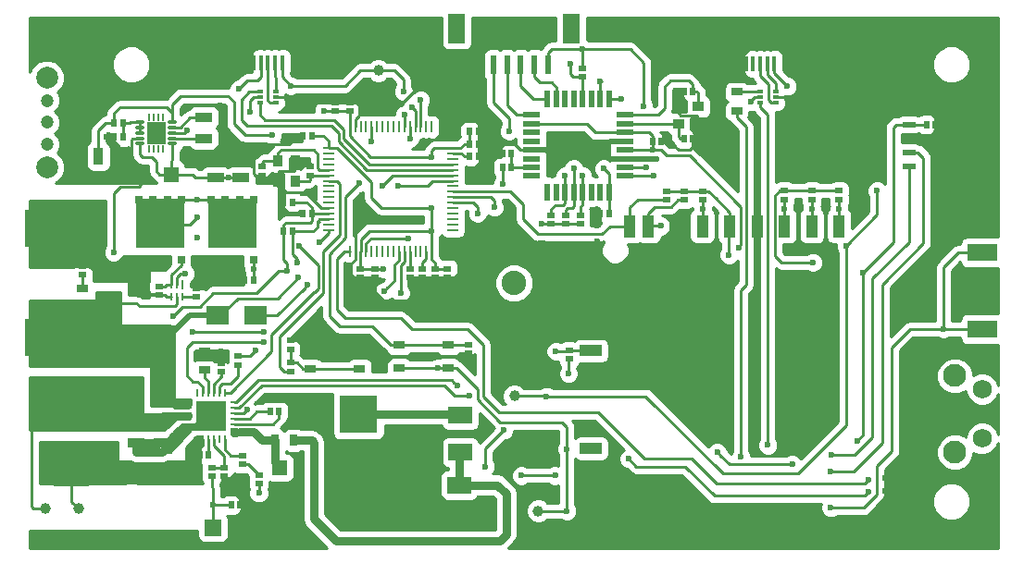
<source format=gbr>
G04 #@! TF.FileFunction,Copper,L1,Top,Signal*
%FSLAX46Y46*%
G04 Gerber Fmt 4.6, Leading zero omitted, Abs format (unit mm)*
G04 Created by KiCad (PCBNEW 4.0.7) date 05/21/18 17:19:51*
%MOMM*%
%LPD*%
G01*
G04 APERTURE LIST*
%ADD10C,0.100000*%
%ADD11R,3.500120X3.500120*%
%ADD12R,1.100000X2.000000*%
%ADD13R,2.000000X1.000000*%
%ADD14R,2.000000X2.000000*%
%ADD15R,0.575000X0.650000*%
%ADD16R,0.250000X0.700000*%
%ADD17O,0.850000X0.280000*%
%ADD18R,0.280000X0.280000*%
%ADD19C,0.600000*%
%ADD20R,1.700000X2.150000*%
%ADD21R,0.650000X0.900000*%
%ADD22R,0.230000X0.600000*%
%ADD23R,3.500000X3.500000*%
%ADD24R,1.524000X1.524000*%
%ADD25C,2.790000*%
%ADD26R,2.790000X1.600000*%
%ADD27R,1.360000X1.400000*%
%ADD28R,0.650000X0.575000*%
%ADD29R,1.400000X1.360000*%
%ADD30R,1.500000X0.970000*%
%ADD31R,0.970000X1.500000*%
%ADD32R,2.100580X1.699260*%
%ADD33R,0.670000X1.000000*%
%ADD34R,1.897380X1.897380*%
%ADD35R,1.899920X1.897380*%
%ADD36R,1.795780X1.897380*%
%ADD37R,2.095500X1.597660*%
%ADD38R,0.398780X1.346200*%
%ADD39R,0.700000X0.800000*%
%ADD40R,4.500000X4.290000*%
%ADD41R,1.000000X0.670000*%
%ADD42R,1.050000X0.750000*%
%ADD43C,2.000000*%
%ADD44C,1.200000*%
%ADD45R,1.000000X0.250000*%
%ADD46R,0.250000X1.000000*%
%ADD47R,0.280000X0.850000*%
%ADD48R,0.280000X0.750000*%
%ADD49R,0.700000X0.260000*%
%ADD50R,0.260000X0.700000*%
%ADD51R,2.700000X2.700000*%
%ADD52R,1.143000X0.508000*%
%ADD53R,0.500000X0.300000*%
%ADD54R,0.900000X1.000000*%
%ADD55R,1.000000X0.900000*%
%ADD56C,2.740000*%
%ADD57C,2.240000*%
%ADD58R,0.600000X1.700000*%
%ADD59R,1.500000X2.700000*%
%ADD60R,1.550000X2.700000*%
%ADD61C,2.100000*%
%ADD62C,1.750000*%
%ADD63C,1.000000*%
%ADD64R,2.200000X1.600000*%
%ADD65R,3.250000X3.000000*%
%ADD66R,1.600000X0.550000*%
%ADD67R,0.550000X1.600000*%
%ADD68C,0.250000*%
%ADD69C,0.500000*%
%ADD70C,0.800000*%
%ADD71C,0.400000*%
%ADD72C,0.600000*%
%ADD73C,0.300000*%
%ADD74C,0.254000*%
G04 APERTURE END LIST*
D10*
D11*
X130800000Y-96999860D03*
X130800000Y-102999340D03*
X135499000Y-99999600D03*
D12*
X172229000Y-79792000D03*
X169729000Y-79792000D03*
X167229000Y-79792000D03*
X164729000Y-79792000D03*
X162229000Y-79792000D03*
X159729000Y-79792000D03*
X157304000Y-79792000D03*
X155604000Y-79792000D03*
X174729000Y-79792000D03*
D13*
X152054000Y-91192000D03*
X152054000Y-100142000D03*
X152054000Y-102742000D03*
D14*
X151654000Y-86542000D03*
X180654000Y-86542000D03*
X151654000Y-105192000D03*
X180654000Y-105192000D03*
D15*
X157702100Y-72009000D03*
X158477100Y-72009000D03*
D16*
X112868000Y-69822000D03*
X111668000Y-69822000D03*
X112868000Y-72672000D03*
X111668000Y-72672000D03*
D17*
X113743000Y-72247000D03*
X113743000Y-71747000D03*
D18*
X114028000Y-71247000D03*
D17*
X113743000Y-70747000D03*
D18*
X114028000Y-70247000D03*
D17*
X110793000Y-70247000D03*
X110793000Y-70747000D03*
D18*
X110508000Y-71247000D03*
X110508000Y-71747000D03*
X110508000Y-72247000D03*
D19*
X112268000Y-71247000D03*
X112768000Y-71747000D03*
X111768000Y-71747000D03*
X112768000Y-70747000D03*
X111768000Y-70747000D03*
D16*
X112468000Y-72672000D03*
X112068000Y-72672000D03*
X112468000Y-69822000D03*
X112068000Y-69822000D03*
D20*
X112268000Y-71247000D03*
D18*
X114028000Y-72247000D03*
X114028000Y-71747000D03*
D17*
X113743000Y-71247000D03*
D18*
X114028000Y-70747000D03*
D17*
X113743000Y-70247000D03*
D18*
X110508000Y-70247000D03*
X110508000Y-70747000D03*
D17*
X110793000Y-71247000D03*
X110793000Y-71747000D03*
X110793000Y-72247000D03*
D21*
X112703000Y-71807000D03*
X111833000Y-70687000D03*
X112703000Y-70687000D03*
X111833000Y-71807000D03*
D22*
X112868000Y-72672000D03*
X112468000Y-72672000D03*
X112068000Y-72672000D03*
X111668000Y-72672000D03*
X112868000Y-69822000D03*
X112468000Y-69822000D03*
X112068000Y-69822000D03*
X111668000Y-69822000D03*
D23*
X101981000Y-80000000D03*
X101981000Y-90000000D03*
D24*
X117475000Y-107391200D03*
X121285000Y-107391200D03*
D25*
X187849000Y-85725000D03*
D26*
X187849000Y-82225000D03*
X187849000Y-89225000D03*
D15*
X161338555Y-71786293D03*
X160563555Y-71786293D03*
X160563555Y-67462400D03*
X161338555Y-67462400D03*
D27*
X113648000Y-75057000D03*
X110888000Y-75057000D03*
D28*
X128651000Y-68446500D03*
X128651000Y-69221500D03*
X129971800Y-68446500D03*
X129971800Y-69221500D03*
D15*
X125723500Y-71501000D03*
X126498500Y-71501000D03*
X141738500Y-72263000D03*
X140963500Y-72263000D03*
D29*
X107823000Y-86851000D03*
X107823000Y-84091000D03*
D28*
X137769600Y-84461500D03*
X137769600Y-83686500D03*
X105537000Y-84207500D03*
X105537000Y-83432500D03*
X132295900Y-84461500D03*
X132295900Y-83686500D03*
X130975100Y-84461500D03*
X130975100Y-83686500D03*
D29*
X123600000Y-101920000D03*
X123600000Y-104680000D03*
D15*
X123945500Y-77597000D03*
X124720500Y-77597000D03*
X125723500Y-78638400D03*
X126498500Y-78638400D03*
D28*
X138912600Y-84461500D03*
X138912600Y-83686500D03*
D15*
X141738500Y-71120000D03*
X140963500Y-71120000D03*
X140963500Y-73406000D03*
X141738500Y-73406000D03*
D28*
X121970800Y-75139700D03*
X121970800Y-74364700D03*
X136601200Y-83686500D03*
X136601200Y-84461500D03*
X124565154Y-91055642D03*
X124565154Y-90280642D03*
X126365000Y-74364700D03*
X126365000Y-75139700D03*
D15*
X117037000Y-100711000D03*
X116262000Y-100711000D03*
D28*
X118491000Y-101936400D03*
X118491000Y-102711400D03*
D30*
X112854512Y-97695874D03*
X112854512Y-99605874D03*
X110441512Y-97695874D03*
X110441512Y-99605874D03*
D31*
X106995000Y-73406000D03*
X108905000Y-73406000D03*
D15*
X109226500Y-71628000D03*
X108451500Y-71628000D03*
D30*
X120015000Y-75377000D03*
X120015000Y-73467000D03*
X117729000Y-75377000D03*
X117729000Y-73467000D03*
D15*
X182746500Y-70485000D03*
X183521500Y-70485000D03*
D32*
X117929660Y-87985600D03*
X121389140Y-87985600D03*
D33*
X123125000Y-99400000D03*
X124875000Y-99400000D03*
D34*
X123698880Y-62147800D03*
D35*
X121301120Y-62147800D03*
D36*
X118700160Y-62147800D03*
D37*
X125598800Y-64697960D03*
D38*
X123797940Y-64824960D03*
X123147700Y-64824960D03*
X122500000Y-64824960D03*
X121852300Y-64824960D03*
X121202060Y-64824960D03*
D37*
X119401200Y-64697960D03*
D36*
X126299840Y-62147800D03*
D34*
X168698880Y-62247800D03*
D35*
X166301120Y-62247800D03*
D36*
X163700160Y-62247800D03*
D37*
X170598800Y-64797960D03*
D38*
X168797940Y-64924960D03*
X168147700Y-64924960D03*
X167500000Y-64924960D03*
X166852300Y-64924960D03*
X166202060Y-64924960D03*
D37*
X164401200Y-64797960D03*
D36*
X171299840Y-62247800D03*
D30*
X116636800Y-69834800D03*
X116636800Y-71744800D03*
D39*
X117342071Y-82872779D03*
X118612071Y-82872779D03*
X119892071Y-82872779D03*
X121162071Y-82872779D03*
X121162071Y-77372779D03*
X119892071Y-77372779D03*
X118612071Y-77372779D03*
X117342071Y-77372779D03*
D40*
X119252071Y-79622779D03*
D39*
X110738071Y-82872779D03*
X112008071Y-82872779D03*
X113288071Y-82872779D03*
X114558071Y-82872779D03*
X114558071Y-77372779D03*
X113288071Y-77372779D03*
X112008071Y-77372779D03*
X110738071Y-77372779D03*
D40*
X112648071Y-79622779D03*
D15*
X123945500Y-80264000D03*
X124720500Y-80264000D03*
X153681580Y-78668880D03*
X152906580Y-78668880D03*
X143955620Y-74411840D03*
X144730620Y-74411840D03*
X144730620Y-73162160D03*
X143955620Y-73162160D03*
D28*
X151066500Y-79572000D03*
X151066500Y-78797000D03*
X169722800Y-77336800D03*
X169722800Y-76561800D03*
X162229800Y-77349500D03*
X162229800Y-76574500D03*
X160591500Y-77349500D03*
X160591500Y-76574500D03*
X158940500Y-77349500D03*
X158940500Y-76574500D03*
X174726600Y-77336800D03*
X174726600Y-76561800D03*
X172237400Y-77336800D03*
X172237400Y-76561800D03*
X150053040Y-91189660D03*
X150053040Y-91964660D03*
X118237000Y-92347900D03*
X118237000Y-93122900D03*
X121666000Y-102599340D03*
X121666000Y-103374340D03*
D41*
X105537000Y-87235000D03*
X105537000Y-85485000D03*
D28*
X115950071Y-86233279D03*
X115950071Y-85458279D03*
X148399500Y-79572000D03*
X148399500Y-78797000D03*
X149733000Y-79572000D03*
X149733000Y-78797000D03*
D15*
X120388571Y-84702779D03*
X121163571Y-84702779D03*
D28*
X151282400Y-65373100D03*
X151282400Y-66148100D03*
D41*
X116713000Y-92975400D03*
X116713000Y-91225400D03*
D28*
X124565154Y-92312642D03*
X124565154Y-93087642D03*
X140817600Y-90671500D03*
X140817600Y-91446500D03*
X112521071Y-86112779D03*
X112521071Y-85337779D03*
X117348000Y-101936400D03*
X117348000Y-102711400D03*
D15*
X119144900Y-105333800D03*
X119919900Y-105333800D03*
D28*
X135483600Y-83686500D03*
X135483600Y-84461500D03*
D15*
X108451500Y-70358000D03*
X109226500Y-70358000D03*
D42*
X130879154Y-92886142D03*
X130879154Y-90736142D03*
X126379154Y-92886142D03*
X126379154Y-90736142D03*
X134503600Y-90669800D03*
X134503600Y-92819800D03*
X139003600Y-90669800D03*
X139003600Y-92819800D03*
D43*
X102280000Y-74380000D03*
X102280000Y-66180000D03*
D44*
X102280000Y-72280000D03*
X102280000Y-70280000D03*
X102280000Y-68280000D03*
D45*
X128031000Y-72640500D03*
X128031000Y-73140500D03*
X128031000Y-73640500D03*
X128031000Y-74140500D03*
X128031000Y-74640500D03*
X128031000Y-75140500D03*
X128031000Y-75640500D03*
X128031000Y-76140500D03*
X128031000Y-76640500D03*
X128031000Y-77140500D03*
X128031000Y-77640500D03*
X128031000Y-78140500D03*
X128031000Y-78640500D03*
X128031000Y-79140500D03*
X128031000Y-79640500D03*
X128031000Y-80140500D03*
D46*
X129981000Y-82090500D03*
X130481000Y-82090500D03*
X130981000Y-82090500D03*
X131481000Y-82090500D03*
X131981000Y-82090500D03*
X132481000Y-82090500D03*
X132981000Y-82090500D03*
X133481000Y-82090500D03*
X133981000Y-82090500D03*
X134481000Y-82090500D03*
X134981000Y-82090500D03*
X135481000Y-82090500D03*
X135981000Y-82090500D03*
X136481000Y-82090500D03*
X136981000Y-82090500D03*
X137481000Y-82090500D03*
D45*
X139431000Y-80140500D03*
X139431000Y-79640500D03*
X139431000Y-79140500D03*
X139431000Y-78640500D03*
X139431000Y-78140500D03*
X139431000Y-77640500D03*
X139431000Y-77140500D03*
X139431000Y-76640500D03*
X139431000Y-76140500D03*
X139431000Y-75640500D03*
X139431000Y-75140500D03*
X139431000Y-74640500D03*
X139431000Y-74140500D03*
X139431000Y-73640500D03*
X139431000Y-73140500D03*
X139431000Y-72640500D03*
D46*
X137481000Y-70690500D03*
X136981000Y-70690500D03*
X136481000Y-70690500D03*
X135981000Y-70690500D03*
X135481000Y-70690500D03*
X134981000Y-70690500D03*
X134481000Y-70690500D03*
X133981000Y-70690500D03*
X133481000Y-70690500D03*
X132981000Y-70690500D03*
X132481000Y-70690500D03*
X131981000Y-70690500D03*
X131481000Y-70690500D03*
X130981000Y-70690500D03*
X130481000Y-70690500D03*
X129981000Y-70690500D03*
D47*
X114672071Y-85193779D03*
D48*
X114172071Y-85143779D03*
X113672071Y-85143779D03*
X113672071Y-86293779D03*
X114172071Y-86293779D03*
X114672071Y-86293779D03*
D49*
X119389000Y-98410400D03*
X119389000Y-97910400D03*
X119389000Y-97410400D03*
X119389000Y-96910400D03*
X119389000Y-96410400D03*
X119389000Y-95910400D03*
D50*
X118539000Y-95060400D03*
X118039000Y-95060400D03*
X117539000Y-95060400D03*
X117039000Y-95060400D03*
X116539000Y-95060400D03*
X116039000Y-95060400D03*
D49*
X115189000Y-95910400D03*
X115189000Y-96410400D03*
X115189000Y-96910400D03*
X115189000Y-97410400D03*
X115189000Y-97910400D03*
X115189000Y-98410400D03*
D50*
X116039000Y-99260400D03*
X116539000Y-99260400D03*
X117039000Y-99260400D03*
X117539000Y-99260400D03*
X118039000Y-99260400D03*
X118539000Y-99260400D03*
D51*
X117289000Y-97160400D03*
D52*
X181102000Y-70485000D03*
X181102000Y-71755000D03*
X181102000Y-73025000D03*
X181102000Y-74295000D03*
X174752000Y-74295000D03*
X174752000Y-73025000D03*
X174752000Y-71755000D03*
X174752000Y-70485000D03*
D53*
X168975000Y-68500000D03*
X168975000Y-67500000D03*
X167525000Y-68000000D03*
X168975000Y-68000000D03*
X167525000Y-67500000D03*
X167525000Y-68500000D03*
X123225000Y-68500000D03*
X123225000Y-67500000D03*
X121775000Y-68000000D03*
X123225000Y-68000000D03*
X121775000Y-67500000D03*
X121775000Y-68500000D03*
D54*
X123431000Y-73827200D03*
X123431000Y-75677200D03*
X124981000Y-73827200D03*
X124981000Y-75677200D03*
D55*
X160026055Y-70402293D03*
X161876055Y-70402293D03*
X160026055Y-68852293D03*
X161876055Y-68852293D03*
D56*
X142460000Y-82460000D03*
X147540000Y-82460000D03*
X147540000Y-87540000D03*
X142460000Y-87540000D03*
D57*
X145000000Y-85000000D03*
D58*
X144375000Y-65024000D03*
X145625000Y-65024000D03*
X146875000Y-65024000D03*
X148125000Y-65024000D03*
X143125000Y-65024000D03*
X141875000Y-65024000D03*
D59*
X139775000Y-61674000D03*
D60*
X150225000Y-61674000D03*
D41*
X165354000Y-69251800D03*
X165354000Y-67501800D03*
D61*
X185324000Y-100502000D03*
D62*
X187814000Y-99242000D03*
X187814000Y-94742000D03*
D61*
X185324000Y-93492000D03*
D63*
X112014000Y-91440000D03*
X102108000Y-105664000D03*
X105156000Y-105664000D03*
X145051780Y-95361760D03*
X136779000Y-65532000D03*
X132588000Y-65532000D03*
X147218400Y-105867200D03*
D64*
X140100000Y-100515000D03*
X140100000Y-97085000D03*
X140000000Y-103500000D03*
X140000000Y-106930000D03*
D65*
X104521000Y-102183000D03*
X104521000Y-95683000D03*
D66*
X155130500Y-75209000D03*
X155130500Y-74409000D03*
X155130500Y-73609000D03*
X155130500Y-72809000D03*
X155130500Y-72009000D03*
X155130500Y-71209000D03*
X155130500Y-70409000D03*
X155130500Y-69609000D03*
D67*
X153680500Y-68159000D03*
X152880500Y-68159000D03*
X152080500Y-68159000D03*
X151280500Y-68159000D03*
X150480500Y-68159000D03*
X149680500Y-68159000D03*
X148880500Y-68159000D03*
X148080500Y-68159000D03*
D66*
X146630500Y-69609000D03*
X146630500Y-70409000D03*
X146630500Y-71209000D03*
X146630500Y-72009000D03*
X146630500Y-72809000D03*
X146630500Y-73609000D03*
X146630500Y-74409000D03*
X146630500Y-75209000D03*
D67*
X148080500Y-76659000D03*
X148880500Y-76659000D03*
X149680500Y-76659000D03*
X150480500Y-76659000D03*
X151280500Y-76659000D03*
X152080500Y-76659000D03*
X152880500Y-76659000D03*
X153680500Y-76659000D03*
D28*
X120142000Y-101606500D03*
X120142000Y-100831500D03*
D15*
X123514000Y-96774000D03*
X122739000Y-96774000D03*
D28*
X119761000Y-92487900D03*
X119761000Y-91712900D03*
D19*
X132600000Y-92200000D03*
X125500000Y-95400000D03*
X126700000Y-97500000D03*
X126700000Y-96500000D03*
X126700000Y-95400000D03*
X125500000Y-95400000D03*
X125500000Y-96500000D03*
X125500000Y-97500000D03*
X141884400Y-61925200D03*
X187849000Y-85725000D03*
X143600000Y-92600000D03*
X141200000Y-92600000D03*
X125299994Y-107700000D03*
X124500006Y-107700000D03*
X125300000Y-103000000D03*
X125300000Y-103800000D03*
X125300000Y-104600000D03*
X125300000Y-105400000D03*
X125300000Y-106900000D03*
X125300000Y-106200000D03*
X124500000Y-106200000D03*
X124500000Y-106900000D03*
X123600000Y-106200000D03*
X123600000Y-106900000D03*
X159344360Y-61955680D03*
X167228522Y-82369830D03*
X118008400Y-84582000D03*
X169621200Y-97282000D03*
X169595800Y-95326200D03*
X167005000Y-95351600D03*
X166928800Y-97231200D03*
X164109400Y-97231200D03*
X164109400Y-95453200D03*
X174421800Y-93776800D03*
X169545000Y-93774500D03*
X164084000Y-93774500D03*
X178943000Y-102870000D03*
X178943000Y-104013000D03*
X169672000Y-90360500D03*
X172343000Y-91782900D03*
X164553900Y-107797600D03*
X164553900Y-106375200D03*
X166839900Y-93776800D03*
X166103300Y-107784900D03*
X166103300Y-106387900D03*
X167487600Y-107784900D03*
X167487600Y-106387900D03*
X169037000Y-106387900D03*
X169024300Y-107784900D03*
X170383200Y-107784900D03*
X159735520Y-82354420D03*
X143118840Y-71125080D03*
X148429980Y-72806560D03*
X152633680Y-81147920D03*
X152633680Y-79776320D03*
X117348000Y-84975700D03*
X118630700Y-84963000D03*
X117348000Y-83997800D03*
X118618000Y-83997800D03*
X118237000Y-91236800D03*
X110441740Y-100467160D03*
X112854740Y-100464620D03*
X111658400Y-100469700D03*
X158064200Y-73660000D03*
X111653320Y-99605874D03*
X112854512Y-99605874D03*
X110441512Y-99605874D03*
X117289000Y-97160400D03*
X118110000Y-68707000D03*
X115112800Y-71018400D03*
X151654000Y-106816400D03*
X178943000Y-105191560D03*
X130479800Y-78028800D03*
X123952000Y-76682600D03*
X167220900Y-73675410D03*
X108381800Y-82194400D03*
X167233600Y-70485000D03*
X172897800Y-70485000D03*
X182636160Y-85018880D03*
X107746800Y-71628000D03*
X184277000Y-89230200D03*
X173977300Y-105582720D03*
X142400000Y-101800000D03*
X147988020Y-95371920D03*
X144096740Y-98470720D03*
X175374300Y-81597500D03*
X178206400Y-76555600D03*
X165600380Y-81772760D03*
X147558760Y-79568040D03*
X156870400Y-68808600D03*
X157703520Y-72811640D03*
X151282402Y-63601600D03*
X121361200Y-91211400D03*
X121666000Y-104241600D03*
X118872000Y-75377000D03*
X176403000Y-99441000D03*
X138023600Y-92811600D03*
X149979380Y-93304360D03*
X172356780Y-83108800D03*
X164668200Y-82412840D03*
X163576000Y-100482400D03*
X170434000Y-101600000D03*
X137490201Y-80213199D03*
X124231400Y-83870798D03*
X113842800Y-88036400D03*
X149847300Y-100190300D03*
X176936400Y-84048600D03*
X149847300Y-105867200D03*
X137490200Y-78117700D03*
X137464804Y-73456800D03*
X127609600Y-69215000D03*
X133019800Y-83693000D03*
X143954500Y-75946000D03*
X125262640Y-84505800D03*
X105002400Y-92000000D03*
X113309400Y-91668600D03*
X110667800Y-92000000D03*
X107924600Y-92000000D03*
X113576100Y-92887800D03*
X112458500Y-95923100D03*
X112458500Y-92887800D03*
X112458500Y-94462600D03*
X113588800Y-94462600D03*
X108381800Y-89128600D03*
X107010200Y-89128600D03*
X105537000Y-89128600D03*
X109350000Y-92000000D03*
X106700000Y-92000000D03*
X110515400Y-102133400D03*
X113487200Y-102438200D03*
X109347000Y-102539800D03*
X115722400Y-102997000D03*
X107619800Y-101320600D03*
X116268500Y-102235000D03*
X114808000Y-102233000D03*
X102031800Y-102235000D03*
X102031800Y-100431600D03*
X106832400Y-102233000D03*
X106832400Y-100431600D03*
X104521000Y-100431600D03*
X109475000Y-95173800D03*
X104521000Y-95681800D03*
X111633000Y-97695874D03*
X104521000Y-97472500D03*
X101993700Y-97472502D03*
X106794298Y-93980000D03*
X106794296Y-95631000D03*
X101993698Y-95631000D03*
X109450000Y-94000000D03*
X109475000Y-96300000D03*
X106800000Y-97475000D03*
X102000000Y-94050000D03*
X104521000Y-93980000D03*
X152882598Y-66497200D03*
X120827800Y-69367402D03*
X170002200Y-66979800D03*
X122915680Y-71460360D03*
X126136398Y-85166200D03*
X134366000Y-76073000D03*
X166687500Y-68376800D03*
X134886700Y-67462400D03*
X124597160Y-66944240D03*
X133121400Y-85750400D03*
X134620000Y-85928200D03*
X122097800Y-89509600D03*
X115620800Y-89509600D03*
X132969000Y-76072992D03*
X119853142Y-67224021D03*
X135712200Y-68935600D03*
X172237400Y-78232000D03*
X134975600Y-69621400D03*
X169722800Y-78232000D03*
X162229800Y-78232000D03*
X135483600Y-71780400D03*
X158419800Y-79781400D03*
X143205200Y-78079600D03*
X136474196Y-68224400D03*
X174726600Y-78232000D03*
X148800000Y-91250000D03*
X141675000Y-78625000D03*
X125171200Y-83159600D03*
X145669000Y-102641400D03*
X148767800Y-102641400D03*
X153212800Y-74523600D03*
X151282400Y-75158600D03*
X144551400Y-71094600D03*
X139800000Y-94400000D03*
X149682200Y-75184000D03*
X140900000Y-95300000D03*
X150469600Y-74523600D03*
X150177500Y-64897000D03*
X125349000Y-81635600D03*
X177419000Y-104140000D03*
X155500000Y-101100000D03*
X127177800Y-81280000D03*
X177419000Y-102997000D03*
X135331200Y-80899000D03*
X165760400Y-100939600D03*
X168224200Y-99847400D03*
X105130600Y-81940400D03*
X107137200Y-81940400D03*
X107136110Y-80826742D03*
X105154637Y-80835765D03*
X110744000Y-86106000D03*
X110744000Y-85153500D03*
X110744000Y-84328000D03*
X154838400Y-68148200D03*
X157060900Y-74409300D03*
X157772100Y-75209400D03*
X121163571Y-83718400D03*
X114960400Y-84150200D03*
X112648071Y-79622779D03*
X119252071Y-79622779D03*
X112648071Y-79622779D03*
X116000000Y-77372779D03*
X116000000Y-80875000D03*
X116000000Y-79000000D03*
X120573800Y-96621600D03*
X117475000Y-105333800D03*
X122123200Y-90373200D03*
X130810000Y-75882500D03*
X131978400Y-72059800D03*
X173913800Y-102273100D03*
X173990000Y-100774500D03*
D68*
X139944300Y-91744800D02*
X135100000Y-91744800D01*
X135100000Y-91744800D02*
X134953600Y-91744800D01*
X132536142Y-90736142D02*
X133544800Y-91744800D01*
X133544800Y-91744800D02*
X135100000Y-91744800D01*
X130879154Y-90736142D02*
X132536142Y-90736142D01*
X126700000Y-95400000D02*
X126700000Y-96500000D01*
X125500000Y-96500000D02*
X125500000Y-95400000D01*
X127800000Y-98600000D02*
X126700000Y-97500000D01*
X126700000Y-97500000D02*
X125500000Y-97500000D01*
X127800000Y-99300000D02*
X127800000Y-98600000D01*
X128900000Y-100400000D02*
X127800000Y-99300000D01*
X130200720Y-100400000D02*
X128900000Y-100400000D01*
X130800000Y-102999340D02*
X130800000Y-100999280D01*
X130800000Y-100999280D02*
X130200720Y-100400000D01*
X171299840Y-62247800D02*
X168698880Y-62247800D01*
X168698880Y-62247800D02*
X166301120Y-62247800D01*
X163700160Y-62247800D02*
X164848050Y-62247800D01*
X164848050Y-62247800D02*
X166301120Y-62247800D01*
X163700160Y-62247800D02*
X163700160Y-64096920D01*
X163700160Y-64096920D02*
X164401200Y-64797960D01*
X164401200Y-64797960D02*
X164525640Y-64922400D01*
X164525640Y-64922400D02*
X166199500Y-64922400D01*
X166199500Y-64922400D02*
X166202060Y-64924960D01*
D69*
X163700160Y-62247800D02*
X159636480Y-62247800D01*
X159636480Y-62247800D02*
X159344360Y-61955680D01*
D68*
X118700160Y-62147800D02*
X118700160Y-63996920D01*
X118700160Y-63996920D02*
X119401200Y-64697960D01*
X126299840Y-62147800D02*
X126299840Y-63996920D01*
X126299840Y-63996920D02*
X125598800Y-64697960D01*
X126299840Y-62147800D02*
X123698880Y-62147800D01*
X123698880Y-62147800D02*
X121301120Y-62147800D01*
X118700160Y-62147800D02*
X119848050Y-62147800D01*
X119848050Y-62147800D02*
X121301120Y-62147800D01*
X121202060Y-64824960D02*
X119528200Y-64824960D01*
X119528200Y-64824960D02*
X119401200Y-64697960D01*
X123225000Y-68000000D02*
X126293000Y-68000000D01*
X126293000Y-68000000D02*
X126739500Y-68446500D01*
X126739500Y-68446500D02*
X128651000Y-68446500D01*
X141875000Y-65024000D02*
X141875000Y-67344800D01*
X141875000Y-67344800D02*
X141738500Y-67481300D01*
X141738500Y-67481300D02*
X141738500Y-71120000D01*
X141875000Y-65024000D02*
X139979400Y-65024000D01*
X139979400Y-65024000D02*
X139471400Y-65532000D01*
X139471400Y-65532000D02*
X136779000Y-65532000D01*
D69*
X141875000Y-61934600D02*
X141884400Y-61925200D01*
X141875000Y-65024000D02*
X141875000Y-61934600D01*
D68*
X140817600Y-91446500D02*
X140817600Y-92217600D01*
X140817600Y-92217600D02*
X141200000Y-92600000D01*
X125300000Y-103800000D02*
X125300000Y-103000000D01*
X125300000Y-105400000D02*
X125300000Y-104600000D01*
X124500000Y-106200000D02*
X125300000Y-106200000D01*
D70*
X123600000Y-104680000D02*
X123600000Y-106200000D01*
X123600000Y-104680000D02*
X123600000Y-105076200D01*
X123600000Y-105076200D02*
X121285000Y-107391200D01*
X123600000Y-104680000D02*
X123653800Y-104680000D01*
D68*
X119728200Y-64824960D02*
X119601200Y-64697960D01*
X170697570Y-62247800D02*
X172099840Y-62247800D01*
X171398800Y-64797960D02*
X171398800Y-62948840D01*
X171398800Y-62948840D02*
X172099840Y-62247800D01*
X167229000Y-82369352D02*
X167228522Y-82369830D01*
X167229000Y-79792000D02*
X167229000Y-82369352D01*
X124395898Y-72291102D02*
X125186000Y-71501000D01*
X122190898Y-72291102D02*
X124395898Y-72291102D01*
X121015000Y-73467000D02*
X122190898Y-72291102D01*
X125186000Y-71501000D02*
X125723500Y-71501000D01*
X120015000Y-73467000D02*
X121015000Y-73467000D01*
X169595800Y-95326200D02*
X169595800Y-97256600D01*
X169595800Y-97256600D02*
X169621200Y-97282000D01*
X166928800Y-97231200D02*
X166928800Y-95427800D01*
X166928800Y-95427800D02*
X167005000Y-95351600D01*
X164109400Y-95453200D02*
X164109400Y-97231200D01*
D69*
X180654000Y-105192000D02*
X178943440Y-105192000D01*
X178943440Y-105192000D02*
X178943000Y-105191560D01*
X164553900Y-107797600D02*
X164553900Y-106375200D01*
X166103300Y-106387900D02*
X166103300Y-107784900D01*
X167487600Y-106387900D02*
X167487600Y-107784900D01*
X169024300Y-107784900D02*
X169024300Y-106400600D01*
X169024300Y-106400600D02*
X169037000Y-106387900D01*
X155130500Y-73609000D02*
X153830500Y-73609000D01*
X153830500Y-73609000D02*
X153471880Y-73250380D01*
X153471880Y-73250380D02*
X153471880Y-72367620D01*
X153471880Y-72367620D02*
X153830500Y-72009000D01*
X153830500Y-72009000D02*
X155130500Y-72009000D01*
D68*
X130481000Y-82090500D02*
X130481000Y-78030000D01*
X130481000Y-78030000D02*
X130479800Y-78028800D01*
X159729000Y-82347900D02*
X159735520Y-82354420D01*
X159729000Y-79792000D02*
X159729000Y-82347900D01*
X126379154Y-90736142D02*
X130879154Y-90736142D01*
X125608080Y-90748568D02*
X126366728Y-90748568D01*
X126366728Y-90748568D02*
X126379154Y-90736142D01*
X124565154Y-90280642D02*
X125140154Y-90280642D01*
X125140154Y-90280642D02*
X125608080Y-90748568D01*
D69*
X155130500Y-73609000D02*
X158013200Y-73609000D01*
X158013200Y-73609000D02*
X158064200Y-73660000D01*
D68*
X108991400Y-76200000D02*
X108381800Y-76809600D01*
X108381800Y-76809600D02*
X108381800Y-82194400D01*
X110695000Y-76200000D02*
X108991400Y-76200000D01*
X110888000Y-76007000D02*
X110695000Y-76200000D01*
X110888000Y-75057000D02*
X110888000Y-76007000D01*
X108905000Y-74589600D02*
X109372400Y-75057000D01*
X109372400Y-75057000D02*
X109958000Y-75057000D01*
X108905000Y-73406000D02*
X108905000Y-74589600D01*
D69*
X141738500Y-71120000D02*
X143113760Y-71120000D01*
X143113760Y-71120000D02*
X143118840Y-71125080D01*
X146630500Y-72809000D02*
X148427540Y-72809000D01*
X148427540Y-72809000D02*
X148429980Y-72806560D01*
D68*
X113761520Y-100243640D02*
X113540540Y-100464620D01*
X113540540Y-100464620D02*
X112854740Y-100464620D01*
X113761520Y-100230940D02*
X113522760Y-100469700D01*
X114388900Y-99603560D02*
X113761520Y-100230940D01*
X113761520Y-100230940D02*
X113761520Y-100243640D01*
X113522760Y-100469700D02*
X112849660Y-100469700D01*
X114388900Y-99006660D02*
X114388900Y-99204780D01*
X114388900Y-98757740D02*
X114388900Y-99006660D01*
X114388900Y-99006660D02*
X114388900Y-99603560D01*
X115923060Y-98276340D02*
X115923060Y-98137980D01*
X115189000Y-98410400D02*
X115789000Y-98410400D01*
X115789000Y-98410400D02*
X115923060Y-98276340D01*
X115189000Y-98410400D02*
X116039000Y-98410400D01*
X116039000Y-98410400D02*
X117289000Y-97160400D01*
X115409000Y-98410400D02*
X115839240Y-97980160D01*
X115839240Y-97980160D02*
X116659000Y-97160400D01*
X115189000Y-98183700D02*
X115635700Y-98183700D01*
X115635700Y-98183700D02*
X115839240Y-97980160D01*
X115189000Y-98410400D02*
X115409000Y-98410400D01*
X116659000Y-97160400D02*
X117289000Y-97160400D01*
X115468400Y-98239580D02*
X115468400Y-98189800D01*
X115468400Y-98189800D02*
X115189000Y-97910400D01*
X115297580Y-98410400D02*
X115468400Y-98239580D01*
X115189000Y-98410400D02*
X115297580Y-98410400D01*
D70*
X110441740Y-100467160D02*
X110792034Y-100467160D01*
X110792034Y-100467160D02*
X111653320Y-99605874D01*
X112854740Y-100464620D02*
X112512066Y-100464620D01*
X112512066Y-100464620D02*
X111653320Y-99605874D01*
X112854740Y-100464620D02*
X113713486Y-99605874D01*
X113713486Y-99605874D02*
X113993526Y-99605874D01*
X111653320Y-99605874D02*
X112854512Y-99605874D01*
X110441512Y-99605874D02*
X111653320Y-99605874D01*
X110441512Y-99605874D02*
X110441512Y-100466932D01*
X110441512Y-100466932D02*
X110441740Y-100467160D01*
X110441740Y-100467160D02*
X111655860Y-100467160D01*
X111655860Y-100467160D02*
X111658400Y-100469700D01*
X111658400Y-100469700D02*
X112849660Y-100469700D01*
X112849660Y-100469700D02*
X112854740Y-100464620D01*
X112854512Y-99605874D02*
X113993526Y-99605874D01*
X113993526Y-99605874D02*
X115189000Y-98410400D01*
D68*
X113957100Y-99466174D02*
X113957100Y-98958400D01*
X113957100Y-98958400D02*
X113957100Y-98704400D01*
D70*
X112854512Y-99605874D02*
X113309626Y-99605874D01*
X113309626Y-99605874D02*
X113957100Y-98958400D01*
D68*
X118491000Y-102711400D02*
X118491000Y-103248900D01*
X118491000Y-103248900D02*
X119919900Y-104677800D01*
X119919900Y-104677800D02*
X119919900Y-104758800D01*
X119919900Y-104758800D02*
X119919900Y-105333800D01*
X114254280Y-98577400D02*
X114300000Y-98577400D01*
X114300000Y-98577400D02*
X114467000Y-98410400D01*
X115189000Y-97910400D02*
X114662200Y-97910400D01*
X114662200Y-97910400D02*
X114274600Y-98298000D01*
X112854512Y-99605874D02*
X113487426Y-99605874D01*
X113487426Y-99605874D02*
X113830100Y-99263200D01*
X113820400Y-98739500D02*
X114254280Y-98305620D01*
X113830100Y-99263200D02*
X113830100Y-98856800D01*
X113830100Y-98856800D02*
X113820400Y-98847100D01*
X113820400Y-98847100D02*
X113820400Y-98739500D01*
X115189000Y-98410400D02*
X114653700Y-98410400D01*
X114604800Y-98653600D02*
X114604800Y-99021900D01*
X114604800Y-99021900D02*
X114490500Y-99136200D01*
X114604800Y-98653600D02*
X114725800Y-98653600D01*
X114725800Y-98653600D02*
X114969000Y-98410400D01*
X114969000Y-98410400D02*
X115189000Y-98410400D01*
X114467000Y-98410400D02*
X114490500Y-98433900D01*
X114490500Y-98433900D02*
X114490500Y-99136200D01*
X113817400Y-99605874D02*
X113957100Y-99466174D01*
X113957100Y-98704400D02*
X113982500Y-98679000D01*
X113987806Y-99605874D02*
X114185700Y-99407980D01*
X114185700Y-99407980D02*
X114185700Y-98645980D01*
X114185700Y-98645980D02*
X114254280Y-98577400D01*
X114254280Y-98623120D02*
X114388900Y-98757740D01*
X114388900Y-99204780D02*
X113987806Y-99605874D01*
X113817400Y-99605874D02*
X112854512Y-99605874D01*
X113987806Y-99605874D02*
X113817400Y-99605874D01*
X115049300Y-98044000D02*
X114630200Y-98044000D01*
X115182900Y-97910400D02*
X115049300Y-98044000D01*
X115189000Y-97910400D02*
X115182900Y-97910400D01*
X114467000Y-98410400D02*
X114467000Y-98245300D01*
X114467000Y-98245300D02*
X114528600Y-98183700D01*
X115189000Y-98183700D02*
X115189000Y-97910400D01*
X115189000Y-98410400D02*
X115189000Y-98183700D01*
X115189000Y-98183700D02*
X114528600Y-98183700D01*
X114254280Y-98577400D02*
X114254280Y-98623120D01*
X152906580Y-78668880D02*
X152906580Y-79503420D01*
X152906580Y-79503420D02*
X152633680Y-79776320D01*
X117348000Y-84975700D02*
X118618000Y-84975700D01*
X118618000Y-84975700D02*
X118630700Y-84963000D01*
X117348000Y-83997800D02*
X118618000Y-83997800D01*
X117348000Y-83997800D02*
X117348000Y-84975700D01*
X118618000Y-83997800D02*
X118618000Y-84950300D01*
X118618000Y-84950300D02*
X118630700Y-84963000D01*
X117048001Y-85275699D02*
X117348000Y-84975700D01*
X116865421Y-85458279D02*
X117048001Y-85275699D01*
X115950071Y-85458279D02*
X116865421Y-85458279D01*
X120388571Y-84702779D02*
X118890921Y-84702779D01*
X118890921Y-84702779D02*
X118630700Y-84963000D01*
X117342071Y-82872779D02*
X117342071Y-83991871D01*
X117342071Y-83991871D02*
X117348000Y-83997800D01*
X118612071Y-82872779D02*
X118612071Y-83991871D01*
X118612071Y-83991871D02*
X118618000Y-83997800D01*
X116713000Y-91225400D02*
X118225600Y-91225400D01*
X118225600Y-91225400D02*
X118237000Y-91236800D01*
X118237000Y-92347900D02*
X118237000Y-91236800D01*
X111653320Y-99605874D02*
X111653320Y-100464620D01*
X111653320Y-100464620D02*
X111658400Y-100469700D01*
X112854512Y-99605874D02*
X112854512Y-100464392D01*
X112854512Y-100464392D02*
X112854740Y-100464620D01*
X158477100Y-72009000D02*
X159194500Y-72009000D01*
X159194500Y-72009000D02*
X160020000Y-72834500D01*
X160020000Y-72834500D02*
X161036000Y-72834500D01*
X161036000Y-72834500D02*
X161338555Y-72531945D01*
X161338555Y-72531945D02*
X161338555Y-71786293D01*
X146630500Y-72809000D02*
X145580500Y-72809000D01*
X145580500Y-72809000D02*
X145034500Y-72263000D01*
X145034500Y-72263000D02*
X142276000Y-72263000D01*
X142276000Y-72263000D02*
X141738500Y-72263000D01*
X142951200Y-73406000D02*
X143195040Y-73162160D01*
X143195040Y-73162160D02*
X143955620Y-73162160D01*
X141738500Y-73406000D02*
X142951200Y-73406000D01*
X132295900Y-84461500D02*
X132295900Y-85849902D01*
X132295900Y-85849902D02*
X133024599Y-86578601D01*
X135899999Y-86578601D02*
X136601200Y-85877400D01*
X133024599Y-86578601D02*
X135899999Y-86578601D01*
X136601200Y-85877400D02*
X136601200Y-84461500D01*
X119919900Y-105333800D02*
X120802400Y-105333800D01*
X120802400Y-105333800D02*
X121285000Y-105816400D01*
X121285000Y-106379200D02*
X121285000Y-107391200D01*
X121285000Y-105816400D02*
X121285000Y-106379200D01*
X168975000Y-68000000D02*
X173841800Y-68000000D01*
X173841800Y-68000000D02*
X174752000Y-68910200D01*
X174752000Y-68910200D02*
X174752000Y-70485000D01*
X117729000Y-73467000D02*
X117729000Y-72644000D01*
X117729000Y-72644000D02*
X118110000Y-72263000D01*
X118110000Y-72263000D02*
X118110000Y-68707000D01*
X113743000Y-71247000D02*
X114884200Y-71247000D01*
X114884200Y-71247000D02*
X115112800Y-71018400D01*
X110793000Y-71747000D02*
X110508000Y-71747000D01*
X113743000Y-71247000D02*
X114028000Y-71247000D01*
X151654000Y-106816400D02*
X151654000Y-105192000D01*
X148040000Y-87540000D02*
X149543600Y-87540000D01*
X149543600Y-87540000D02*
X150541600Y-86542000D01*
X150541600Y-86542000D02*
X151654000Y-86542000D01*
X148040000Y-87540000D02*
X146102528Y-87540000D01*
X146102528Y-87540000D02*
X142960000Y-87540000D01*
X142960000Y-82460000D02*
X148040000Y-82460000D01*
X142960000Y-82460000D02*
X142960000Y-84397472D01*
X142960000Y-84397472D02*
X142960000Y-87540000D01*
X123952000Y-76682600D02*
X125933200Y-76682600D01*
X127391100Y-78140500D02*
X128031000Y-78140500D01*
X125933200Y-76682600D02*
X127391100Y-78140500D01*
X123952000Y-76682600D02*
X123952000Y-77590500D01*
X123952000Y-77590500D02*
X123945500Y-77597000D01*
X123431000Y-75677200D02*
X123431000Y-76161600D01*
X123431000Y-76161600D02*
X123952000Y-76682600D01*
X130810000Y-69646800D02*
X130810000Y-68709700D01*
X130810000Y-68709700D02*
X130546800Y-68446500D01*
X130546800Y-68446500D02*
X129971800Y-68446500D01*
X136779000Y-65532000D02*
X136779000Y-66522300D01*
X136779000Y-66522300D02*
X134854800Y-68446500D01*
X129971800Y-68446500D02*
X134854800Y-68446500D01*
X167233600Y-70485000D02*
X167233600Y-73662710D01*
X167229000Y-73683510D02*
X167220900Y-73675410D01*
X167233600Y-73662710D02*
X167220900Y-73675410D01*
X167229000Y-79792000D02*
X167229000Y-73683510D01*
X167233600Y-79787400D02*
X167229000Y-79792000D01*
X174752000Y-70916800D02*
X174752000Y-70485000D01*
X174752000Y-71755000D02*
X174752000Y-70916800D01*
X174752000Y-73025000D02*
X174752000Y-71755000D01*
X174752000Y-74295000D02*
X174752000Y-73025000D01*
X182829200Y-69138800D02*
X183521500Y-69831100D01*
X183521500Y-69831100D02*
X183521500Y-70485000D01*
X177800000Y-69138800D02*
X182829200Y-69138800D01*
X176453800Y-70485000D02*
X177800000Y-69138800D01*
X174752000Y-70485000D02*
X176453800Y-70485000D01*
X164450160Y-64596920D02*
X165151200Y-65297960D01*
X165278200Y-65424960D02*
X165151200Y-65297960D01*
X172897800Y-70485000D02*
X174752000Y-70485000D01*
X167229000Y-70489600D02*
X167233600Y-70485000D01*
X138912600Y-84461500D02*
X139972900Y-84461500D01*
X139972900Y-84461500D02*
X140309600Y-84124800D01*
X140309600Y-84124800D02*
X140309600Y-82829400D01*
X140309600Y-82829400D02*
X140679000Y-82460000D01*
X140679000Y-82460000D02*
X142960000Y-82460000D01*
X180654000Y-86542000D02*
X180654000Y-85292000D01*
X180654000Y-85292000D02*
X180927120Y-85018880D01*
X180927120Y-85018880D02*
X182636160Y-85018880D01*
X120015000Y-73467000D02*
X120990400Y-73467000D01*
X120990400Y-73467000D02*
X121224040Y-73700640D01*
X121224040Y-73700640D02*
X121224040Y-74967940D01*
X121224040Y-74967940D02*
X121395800Y-75139700D01*
X121395800Y-75139700D02*
X121970800Y-75139700D01*
X108451500Y-71628000D02*
X107746800Y-71628000D01*
X122085100Y-75679300D02*
X123428900Y-75679300D01*
X121970800Y-75565000D02*
X122085100Y-75679300D01*
X121970800Y-75139700D02*
X121970800Y-75565000D01*
X130481000Y-82090500D02*
X130481000Y-82840500D01*
X130481000Y-82840500D02*
X130111500Y-83210000D01*
X130111500Y-83210000D02*
X130111500Y-84201000D01*
X130111500Y-84201000D02*
X130372000Y-84461500D01*
X130372000Y-84461500D02*
X130975100Y-84461500D01*
X130975100Y-84461500D02*
X132295900Y-84461500D01*
X135483600Y-84461500D02*
X136601200Y-84461500D01*
X136601200Y-84461500D02*
X137769600Y-84461500D01*
X138912600Y-84461500D02*
X137769600Y-84461500D01*
X109958000Y-75057000D02*
X110888000Y-75057000D01*
X108905000Y-73406000D02*
X109753400Y-73406000D01*
X109753400Y-73406000D02*
X109982000Y-73177400D01*
X109982000Y-73177400D02*
X109982000Y-71883000D01*
X110118000Y-71747000D02*
X110793000Y-71747000D01*
X109982000Y-71883000D02*
X110118000Y-71747000D01*
X108451500Y-71628000D02*
X108451500Y-72078700D01*
X108451500Y-72078700D02*
X108915200Y-72542400D01*
X108915200Y-72542400D02*
X108915200Y-73395800D01*
X108915200Y-73395800D02*
X108905000Y-73406000D01*
X117289000Y-97160400D02*
X116539000Y-97910400D01*
X116539000Y-97910400D02*
X115189000Y-97910400D01*
X151654000Y-105192000D02*
X151654000Y-103942000D01*
X151654000Y-103942000D02*
X152054000Y-103542000D01*
X152054000Y-103542000D02*
X152054000Y-102742000D01*
X140817600Y-91446500D02*
X140242600Y-91446500D01*
X140242600Y-91446500D02*
X139944300Y-91744800D01*
X119892071Y-82872779D02*
X119892071Y-83564779D01*
X120388571Y-84061279D02*
X120388571Y-84702779D01*
X119892071Y-83564779D02*
X120388571Y-84061279D01*
X119892071Y-82872779D02*
X118612071Y-82872779D01*
X117342071Y-82872779D02*
X118612071Y-82872779D01*
X181102000Y-71755000D02*
X182826500Y-71755000D01*
X182826500Y-71755000D02*
X183521500Y-71060000D01*
X183521500Y-71060000D02*
X183521500Y-70485000D01*
X120015000Y-73467000D02*
X117729000Y-73467000D01*
X123945500Y-77597000D02*
X123945500Y-78172000D01*
X123945500Y-78172000D02*
X124411900Y-78638400D01*
X124411900Y-78638400D02*
X125186000Y-78638400D01*
X125186000Y-78638400D02*
X125723500Y-78638400D01*
X141738500Y-72263000D02*
X141738500Y-73406000D01*
X141738500Y-71120000D02*
X141738500Y-72263000D01*
X160026055Y-68852293D02*
X160026055Y-69424255D01*
X160026055Y-69424255D02*
X160229092Y-69627292D01*
X160229092Y-69627292D02*
X161116052Y-69627292D01*
X161116054Y-69627294D02*
X161651494Y-69627294D01*
X161651494Y-69627294D02*
X161876055Y-69851855D01*
X161876055Y-69851855D02*
X161876055Y-70402293D01*
X161116052Y-69627292D02*
X161116054Y-69627294D01*
X123431000Y-75677200D02*
X123431000Y-74927200D01*
X123431000Y-74927200D02*
X123606000Y-74752200D01*
X123606000Y-74752200D02*
X124806000Y-74752200D01*
X124806000Y-74752200D02*
X124981000Y-74577200D01*
X124981000Y-74577200D02*
X124981000Y-73827200D01*
X124981000Y-73827200D02*
X124983100Y-73825100D01*
X124983100Y-73825100D02*
X126225300Y-73825100D01*
X126225300Y-73825100D02*
X126365000Y-73964800D01*
X126365000Y-73964800D02*
X126365000Y-74364700D01*
X123428900Y-75679300D02*
X123431000Y-75677200D01*
X130481000Y-70690500D02*
X130481000Y-69975800D01*
X130481000Y-69975800D02*
X130810000Y-69646800D01*
X128651000Y-68446500D02*
X129971800Y-68446500D01*
X160563555Y-67462400D02*
X160223200Y-67462400D01*
X160020000Y-68846238D02*
X160026055Y-68852293D01*
X160223200Y-67462400D02*
X160020000Y-67665600D01*
X160020000Y-67665600D02*
X160020000Y-68846238D01*
X161338555Y-71786293D02*
X161665107Y-71786293D01*
X161665107Y-71786293D02*
X161874200Y-71577200D01*
X161874200Y-71577200D02*
X161874200Y-70404148D01*
X161874200Y-70404148D02*
X161876055Y-70402293D01*
X173977300Y-105582720D02*
X176966880Y-105582720D01*
X176966880Y-105582720D02*
X178181000Y-104368600D01*
X179552600Y-90881200D02*
X181203600Y-89230200D01*
X178181000Y-104368600D02*
X178181000Y-101777800D01*
X178181000Y-101777800D02*
X179552600Y-100406200D01*
X179552600Y-100406200D02*
X179552600Y-90881200D01*
X181203600Y-89230200D02*
X183794400Y-89230200D01*
X183794400Y-89230200D02*
X184277000Y-89230200D01*
X187849000Y-82225000D02*
X185592600Y-82225000D01*
X184277000Y-88805936D02*
X184277000Y-89230200D01*
X185592600Y-82225000D02*
X184277000Y-83540600D01*
X184277000Y-83540600D02*
X184277000Y-88805936D01*
X187849000Y-89225000D02*
X184282200Y-89225000D01*
X184282200Y-89225000D02*
X184277000Y-89230200D01*
X155130500Y-70409000D02*
X160019348Y-70409000D01*
X160019348Y-70409000D02*
X160026055Y-70402293D01*
X160026055Y-70402293D02*
X160026055Y-71608655D01*
X160026055Y-71608655D02*
X160203693Y-71786293D01*
X160203693Y-71786293D02*
X160563555Y-71786293D01*
X155130500Y-69609000D02*
X158178200Y-69609000D01*
X159308800Y-66471800D02*
X160985200Y-66471800D01*
X158178200Y-69609000D02*
X158775400Y-69011800D01*
X158775400Y-69011800D02*
X158775400Y-67005200D01*
X158775400Y-67005200D02*
X159308800Y-66471800D01*
X160985200Y-66471800D02*
X161338555Y-66825155D01*
X161338555Y-66825155D02*
X161338555Y-67462400D01*
X161338555Y-67462400D02*
X161721800Y-67462400D01*
X161721800Y-67462400D02*
X161874200Y-67614800D01*
X161874200Y-67614800D02*
X161874200Y-68850438D01*
X161874200Y-68850438D02*
X161876055Y-68852293D01*
X148125000Y-65024000D02*
X148125000Y-63924000D01*
X148125000Y-63924000D02*
X148447400Y-63601600D01*
X148447400Y-63601600D02*
X151282402Y-63601600D01*
X175374300Y-81597500D02*
X175374300Y-98031300D01*
X175374300Y-98031300D02*
X170942000Y-102463600D01*
X170942000Y-102463600D02*
X164134800Y-102463600D01*
X164134800Y-102463600D02*
X157043120Y-95371920D01*
X157043120Y-95371920D02*
X148412284Y-95371920D01*
X148412284Y-95371920D02*
X147988020Y-95371920D01*
X119761000Y-91712900D02*
X120859700Y-91712900D01*
X120859700Y-91712900D02*
X121361200Y-91211400D01*
X142400000Y-101800000D02*
X142400000Y-100167460D01*
X142400000Y-100167460D02*
X144096740Y-98470720D01*
X144076420Y-98470720D02*
X144096740Y-98470720D01*
X147977860Y-95361760D02*
X147988020Y-95371920D01*
X145051780Y-95361760D02*
X147977860Y-95361760D01*
X175374300Y-81597500D02*
X178206400Y-78765400D01*
X178206400Y-78765400D02*
X178206400Y-76555600D01*
X165600380Y-81772760D02*
X165600380Y-81661000D01*
X165600380Y-81661000D02*
X165775371Y-81486009D01*
X165775371Y-81486009D02*
X165775371Y-78018371D01*
X165775371Y-78018371D02*
X161086800Y-73329800D01*
X161086800Y-73329800D02*
X158940500Y-73329800D01*
X158422340Y-72811640D02*
X157703520Y-72811640D01*
X158940500Y-73329800D02*
X158422340Y-72811640D01*
X148399500Y-79572000D02*
X147562720Y-79572000D01*
X147562720Y-79572000D02*
X147558760Y-79568040D01*
X149733000Y-79572000D02*
X151066500Y-79572000D01*
X148399500Y-79572000D02*
X149733000Y-79572000D01*
X156870400Y-68808600D02*
X156870400Y-64846200D01*
X156870400Y-64846200D02*
X155625800Y-63601600D01*
X155625800Y-63601600D02*
X151282402Y-63601600D01*
X151663600Y-70409000D02*
X152463600Y-71209000D01*
X152463600Y-71209000D02*
X155130500Y-71209000D01*
X146630500Y-70409000D02*
X151663600Y-70409000D01*
X151282402Y-63601600D02*
X151282402Y-65373098D01*
X151282402Y-65373098D02*
X151282400Y-65373100D01*
X157702100Y-72009000D02*
X157702100Y-72810220D01*
X157702100Y-72810220D02*
X157703520Y-72811640D01*
X155130500Y-72809000D02*
X157700880Y-72809000D01*
X157700880Y-72809000D02*
X157703520Y-72811640D01*
X155130500Y-71209000D02*
X157340400Y-71209000D01*
X157340400Y-71209000D02*
X157702100Y-71570700D01*
X157702100Y-71570700D02*
X157702100Y-72009000D01*
X121666000Y-103374340D02*
X121666000Y-104241600D01*
X118872000Y-75377000D02*
X117729000Y-75377000D01*
X120015000Y-75377000D02*
X118872000Y-75377000D01*
X115570000Y-75057000D02*
X115890000Y-75377000D01*
X115890000Y-75377000D02*
X117729000Y-75377000D01*
X113648000Y-75057000D02*
X115570000Y-75057000D01*
X110793000Y-72247000D02*
X110793000Y-73251800D01*
X110793000Y-73251800D02*
X111023400Y-73482200D01*
X111023400Y-73482200D02*
X111887000Y-73482200D01*
X112318800Y-73914000D02*
X112318800Y-74777600D01*
X111887000Y-73482200D02*
X112318800Y-73914000D01*
X112318800Y-74777600D02*
X112598200Y-75057000D01*
X112598200Y-75057000D02*
X113648000Y-75057000D01*
X113743000Y-73709000D02*
X113648000Y-73804000D01*
X113648000Y-73804000D02*
X113648000Y-75057000D01*
X113743000Y-72247000D02*
X113743000Y-73709000D01*
X176403000Y-99441000D02*
X176936400Y-98907600D01*
X176936400Y-98907600D02*
X176936400Y-84048600D01*
X138023600Y-92811600D02*
X134511800Y-92811600D01*
X134511800Y-92811600D02*
X134503600Y-92819800D01*
X139003600Y-92819800D02*
X138031800Y-92819800D01*
X138031800Y-92819800D02*
X138023600Y-92811600D01*
X139003600Y-92819800D02*
X139778600Y-92819800D01*
X139778600Y-92819800D02*
X141700000Y-94741200D01*
X141700000Y-94741200D02*
X141700000Y-95700000D01*
X141700000Y-95700000D02*
X143739200Y-97739200D01*
X143739200Y-97739200D02*
X149352000Y-97739200D01*
X149352000Y-97739200D02*
X149847300Y-98234500D01*
X149847300Y-98234500D02*
X149847300Y-100190300D01*
X170434000Y-101600000D02*
X164693600Y-101600000D01*
X164693600Y-101600000D02*
X163875999Y-100782399D01*
X163875999Y-100782399D02*
X163576000Y-100482400D01*
X149979380Y-93304360D02*
X149979380Y-92038320D01*
X149979380Y-92038320D02*
X150053040Y-91964660D01*
X172356780Y-83108800D02*
X172341540Y-83093560D01*
X172341540Y-83093560D02*
X169453439Y-83093560D01*
X169453439Y-83093560D02*
X168853999Y-82494120D01*
X168853999Y-77008099D02*
X169300298Y-76561800D01*
X168853999Y-82494120D02*
X168853999Y-77008099D01*
X169300298Y-76561800D02*
X169722800Y-76561800D01*
X164729000Y-79792000D02*
X164729000Y-78542000D01*
X164729000Y-78542000D02*
X163415980Y-77228980D01*
X163415980Y-77228980D02*
X163415980Y-77185680D01*
X162229800Y-76574500D02*
X162804800Y-76574500D01*
X162804800Y-76574500D02*
X163415980Y-77185680D01*
X158940500Y-76574500D02*
X160591500Y-76574500D01*
X160591500Y-76574500D02*
X162229800Y-76574500D01*
X172237400Y-76561800D02*
X169722800Y-76561800D01*
X172237400Y-76561800D02*
X174726600Y-76561800D01*
X164668200Y-82412840D02*
X164668200Y-79852800D01*
X164668200Y-79852800D02*
X164729000Y-79792000D01*
X121444148Y-85946410D02*
X123519760Y-83870798D01*
X123519760Y-83870798D02*
X123807136Y-83870798D01*
X117483928Y-85946410D02*
X121444148Y-85946410D01*
X116257538Y-87172800D02*
X117483928Y-85946410D01*
X114706400Y-87172800D02*
X116257538Y-87172800D01*
X123807136Y-83870798D02*
X124231400Y-83870798D01*
X113842800Y-88036400D02*
X114706400Y-87172800D01*
X137065937Y-80213199D02*
X137490201Y-80213199D01*
X131800601Y-80213199D02*
X137065937Y-80213199D01*
X130981000Y-82090500D02*
X130981000Y-81032800D01*
X130981000Y-81032800D02*
X131800601Y-80213199D01*
X137481000Y-82090500D02*
X137481000Y-80222400D01*
X137490201Y-79788935D02*
X137490201Y-80213199D01*
X137490201Y-78541965D02*
X137490201Y-79788935D01*
X137490200Y-78117700D02*
X137490201Y-78541965D01*
X137481000Y-80222400D02*
X137490201Y-80213199D01*
X128031000Y-72640500D02*
X128838000Y-72640500D01*
X128838000Y-72640500D02*
X131953000Y-75755500D01*
X131953000Y-75755500D02*
X131953000Y-77216000D01*
X131953000Y-77216000D02*
X132854700Y-78117700D01*
X132854700Y-78117700D02*
X137065936Y-78117700D01*
X137065936Y-78117700D02*
X137490200Y-78117700D01*
X123945500Y-80264000D02*
X123945500Y-82899100D01*
X123945500Y-82899100D02*
X124231400Y-83185000D01*
X124231400Y-83185000D02*
X124231400Y-83870798D01*
X149847300Y-100190300D02*
X149847300Y-105442936D01*
X147218400Y-105867200D02*
X149847300Y-105867200D01*
X149847300Y-105442936D02*
X149847300Y-105867200D01*
X179679600Y-81305400D02*
X179679600Y-70764400D01*
X179959000Y-70485000D02*
X181102000Y-70485000D01*
X176936400Y-84048600D02*
X179679600Y-81305400D01*
X179679600Y-70764400D02*
X179959000Y-70485000D01*
X137481000Y-78126900D02*
X137490200Y-78117700D01*
X129981000Y-70690500D02*
X129981000Y-71535600D01*
X137040540Y-73456800D02*
X137464804Y-73456800D01*
X129981000Y-71535600D02*
X131902200Y-73456800D01*
X131902200Y-73456800D02*
X137040540Y-73456800D01*
X139431000Y-72640500D02*
X137696900Y-72640500D01*
X137696900Y-72640500D02*
X137464800Y-72872600D01*
X137464800Y-72872600D02*
X137464800Y-73456796D01*
X137464800Y-73456796D02*
X137464804Y-73456800D01*
X138995400Y-92811600D02*
X139003600Y-92819800D01*
X128651000Y-69221500D02*
X127616100Y-69221500D01*
X127616100Y-69221500D02*
X127609600Y-69215000D01*
X132295900Y-83686500D02*
X133013300Y-83686500D01*
X133013300Y-83686500D02*
X133019800Y-83693000D01*
X126498500Y-71501000D02*
X127584200Y-71501000D01*
X127584200Y-71501000D02*
X128031000Y-71947800D01*
X128031000Y-71947800D02*
X128031000Y-72640500D01*
X132295900Y-83686500D02*
X130975100Y-83686500D01*
X130975100Y-83686500D02*
X130975100Y-82096400D01*
X130975100Y-82096400D02*
X130981000Y-82090500D01*
X137481000Y-82090500D02*
X137481000Y-82860400D01*
X137769600Y-83149000D02*
X137769600Y-83686500D01*
X137481000Y-82860400D02*
X137769600Y-83149000D01*
X137769600Y-83686500D02*
X138912600Y-83686500D01*
X182746500Y-70485000D02*
X181102000Y-70485000D01*
X123945500Y-80264000D02*
X123945500Y-79689000D01*
X123945500Y-79689000D02*
X124157900Y-79476600D01*
X126339600Y-79476600D02*
X126498500Y-79317700D01*
X124157900Y-79476600D02*
X126339600Y-79476600D01*
X126498500Y-79317700D02*
X126498500Y-78638400D01*
X124720500Y-77597000D02*
X126032100Y-77597000D01*
X126032100Y-77597000D02*
X126498500Y-78063400D01*
X126498500Y-78063400D02*
X126498500Y-78638400D01*
X128031000Y-78640500D02*
X126500600Y-78640500D01*
X126500600Y-78640500D02*
X126498500Y-78638400D01*
X140963500Y-71120000D02*
X140963500Y-72263000D01*
X139431000Y-72640500D02*
X140109900Y-72640500D01*
X140109900Y-72640500D02*
X140487400Y-72263000D01*
X140487400Y-72263000D02*
X140963500Y-72263000D01*
X129971800Y-69221500D02*
X128651000Y-69221500D01*
X129981000Y-70690500D02*
X129981000Y-69230700D01*
X129981000Y-69230700D02*
X129971800Y-69221500D01*
X143955620Y-75944880D02*
X143954500Y-75946000D01*
X143955620Y-74411840D02*
X143955620Y-75944880D01*
X123372020Y-86396420D02*
X125262640Y-84505800D01*
X117929660Y-87985600D02*
X118130320Y-87985600D01*
X118130320Y-87985600D02*
X119719500Y-86396420D01*
X119719500Y-86396420D02*
X123372020Y-86396420D01*
D69*
X115366800Y-87985600D02*
X113108740Y-90243660D01*
X117929660Y-87985600D02*
X116379370Y-87985600D01*
X116379370Y-87985600D02*
X115366800Y-87985600D01*
D68*
X111168263Y-87122000D02*
X110743999Y-87122000D01*
X113968850Y-87122000D02*
X111168263Y-87122000D01*
X110472999Y-86851000D02*
X110743999Y-87122000D01*
X114172071Y-86918779D02*
X113968850Y-87122000D01*
X107823000Y-86851000D02*
X110472999Y-86851000D01*
X114172071Y-86293779D02*
X114172071Y-86918779D01*
X110667800Y-92000000D02*
X112978000Y-92000000D01*
X112978000Y-92000000D02*
X113309400Y-91668600D01*
X109350000Y-92000000D02*
X110667800Y-92000000D01*
X107000000Y-92000000D02*
X107924600Y-92000000D01*
X107924600Y-92000000D02*
X109350000Y-92000000D01*
X112458500Y-95923100D02*
X112801400Y-96266000D01*
X112801400Y-96266000D02*
X113868200Y-96266000D01*
X114012600Y-96410400D02*
X115189000Y-96410400D01*
X113868200Y-96266000D02*
X114012600Y-96410400D01*
X115455700Y-96088200D02*
X115455700Y-96143700D01*
X115455700Y-96143700D02*
X115189000Y-96410400D01*
X115189000Y-95910400D02*
X115277900Y-95910400D01*
X115277900Y-95910400D02*
X115455700Y-96088200D01*
X115455700Y-96088200D02*
X115455700Y-95966280D01*
X115455700Y-95966280D02*
X115455700Y-95656400D01*
X115189000Y-95910400D02*
X115399820Y-95910400D01*
X115399820Y-95910400D02*
X115455700Y-95966280D01*
X115189000Y-96215200D02*
X115189000Y-95910400D01*
X115189000Y-96215200D02*
X114134900Y-96215200D01*
X115189000Y-96410400D02*
X115189000Y-96215200D01*
X113576100Y-92887800D02*
X113576100Y-94449900D01*
X113576100Y-94449900D02*
X113588800Y-94462600D01*
X112458500Y-94462600D02*
X112458500Y-95923100D01*
X112014000Y-92443300D02*
X112158501Y-92587801D01*
X112014000Y-91440000D02*
X112014000Y-92443300D01*
X112158501Y-92587801D02*
X112458500Y-92887800D01*
X113588800Y-94792800D02*
X113588800Y-94462600D01*
X113588800Y-95351600D02*
X113588800Y-94792800D01*
X115189000Y-95910400D02*
X114147600Y-95910400D01*
X114147600Y-95910400D02*
X113588800Y-95351600D01*
D71*
X101981000Y-90000000D02*
X113352400Y-90000000D01*
X113352400Y-90000000D02*
X115366800Y-87985600D01*
D68*
X101981000Y-90000000D02*
X101981000Y-92000000D01*
X101981000Y-92000000D02*
X102614800Y-92633800D01*
X102614800Y-92633800D02*
X104368600Y-92633800D01*
X104368600Y-92633800D02*
X105002400Y-92000000D01*
X105002400Y-92000000D02*
X106700000Y-92000000D01*
X108381800Y-89128600D02*
X108381800Y-88620600D01*
X108381800Y-88620600D02*
X107823000Y-88061800D01*
X107823000Y-88061800D02*
X107823000Y-88036400D01*
X107823000Y-88036400D02*
X107823000Y-86851000D01*
X105537000Y-87235000D02*
X105537000Y-89128600D01*
X107000000Y-92000000D02*
X106700000Y-92000000D01*
X101981000Y-90000000D02*
X101981000Y-88000000D01*
X101981000Y-88000000D02*
X102746000Y-87235000D01*
X102746000Y-87235000D02*
X104787000Y-87235000D01*
X104787000Y-87235000D02*
X105537000Y-87235000D01*
X105537000Y-87235000D02*
X106440000Y-87235000D01*
X106440000Y-87235000D02*
X106824000Y-86851000D01*
X106824000Y-86851000D02*
X107823000Y-86851000D01*
D72*
X105540000Y-87232000D02*
X105537000Y-87235000D01*
D68*
X110508000Y-70247000D02*
X110793000Y-70247000D01*
X110508000Y-70747000D02*
X110793000Y-70747000D01*
X110793000Y-70247000D02*
X110793000Y-70747000D01*
X110793000Y-71247000D02*
X110793000Y-70747000D01*
X110793000Y-70247000D02*
X109966000Y-70247000D01*
X109966000Y-70247000D02*
X109855000Y-70358000D01*
X109855000Y-70358000D02*
X109226500Y-70358000D01*
X109226500Y-71628000D02*
X109226500Y-70358000D01*
X110820200Y-102438200D02*
X110815399Y-102433399D01*
X113487200Y-102438200D02*
X110820200Y-102438200D01*
X106832400Y-102233000D02*
X110415800Y-102233000D01*
X110415800Y-102233000D02*
X110515400Y-102133400D01*
X110815399Y-102433399D02*
X110515400Y-102133400D01*
X113385600Y-102539800D02*
X113487200Y-102438200D01*
X109347000Y-102539800D02*
X113385600Y-102539800D01*
X113692400Y-102233000D02*
X113487200Y-102438200D01*
X114808000Y-102233000D02*
X113692400Y-102233000D01*
X115722400Y-102997000D02*
X115572000Y-102997000D01*
X115572000Y-102997000D02*
X114808000Y-102233000D01*
X106832400Y-100431600D02*
X106832400Y-100533200D01*
X106832400Y-100533200D02*
X107619800Y-101320600D01*
X116210080Y-99014280D02*
X116292880Y-99014280D01*
X116292880Y-99014280D02*
X116539000Y-99260400D01*
X116039000Y-99185360D02*
X116210080Y-99014280D01*
X116039000Y-99260400D02*
X116039000Y-99185360D01*
X116494300Y-99260400D02*
X116359940Y-99126040D01*
X116539000Y-99260400D02*
X116494300Y-99260400D01*
X116539000Y-99434660D02*
X116382800Y-99590860D01*
X116539000Y-99260400D02*
X116539000Y-99434660D01*
X114808000Y-102233000D02*
X116266500Y-102233000D01*
X116266500Y-102233000D02*
X116268500Y-102235000D01*
X116262000Y-100711000D02*
X116262000Y-102228500D01*
X116262000Y-102228500D02*
X116268500Y-102235000D01*
X116262000Y-100076000D02*
X116262000Y-100711000D01*
X116539000Y-99260400D02*
X116539000Y-99860400D01*
X116539000Y-99860400D02*
X116323400Y-100076000D01*
X116323400Y-100076000D02*
X116262000Y-100076000D01*
X116262000Y-101860500D02*
X116262000Y-100711000D01*
X104521000Y-102233000D02*
X102033800Y-102233000D01*
X102033800Y-102233000D02*
X102031800Y-102235000D01*
X104521000Y-100431600D02*
X102031800Y-100431600D01*
X106832400Y-102233000D02*
X105871000Y-102233000D01*
X106832400Y-100431600D02*
X106832400Y-102233000D01*
X104521000Y-102233000D02*
X104521000Y-100431600D01*
X105156000Y-105664000D02*
X104521000Y-105029000D01*
X104521000Y-105029000D02*
X104521000Y-102233000D01*
X105871000Y-102233000D02*
X104521000Y-102233000D01*
X115417600Y-97248980D02*
X115256180Y-97410400D01*
X115256180Y-97410400D02*
X115189000Y-97410400D01*
X115417600Y-96979740D02*
X115417600Y-97248980D01*
X115348260Y-96910400D02*
X115417600Y-96979740D01*
X115189000Y-96910400D02*
X115348260Y-96910400D01*
X114858800Y-97129600D02*
X114744500Y-97243900D01*
X115062000Y-97129600D02*
X114858800Y-97129600D01*
X115062000Y-97129600D02*
X114909600Y-97282000D01*
X115189000Y-97129600D02*
X115062000Y-97129600D01*
X115189000Y-97129600D02*
X115189000Y-97410400D01*
X115189000Y-96910400D02*
X115189000Y-97129600D01*
X115189000Y-97129600D02*
X114147600Y-97129600D01*
X111633000Y-97695874D02*
X112854512Y-97695874D01*
X110441512Y-97695874D02*
X111633000Y-97695874D01*
X115189000Y-96910400D02*
X112904986Y-96910400D01*
X112904986Y-96910400D02*
X112854512Y-96960874D01*
X112854512Y-96960874D02*
X112854512Y-97695874D01*
D73*
X108625600Y-97475000D02*
X108846474Y-97695874D01*
X108846474Y-97695874D02*
X110441512Y-97695874D01*
X106800000Y-97475000D02*
X108625600Y-97475000D01*
X106794296Y-95631000D02*
X104523000Y-95631000D01*
X104523000Y-95631000D02*
X104521000Y-95633000D01*
X109475000Y-96300000D02*
X110092200Y-96300000D01*
X110092200Y-96300000D02*
X110441512Y-96649312D01*
X110441512Y-96649312D02*
X110441512Y-97695874D01*
D68*
X104520998Y-97472502D02*
X104521000Y-97472500D01*
X101993700Y-97472502D02*
X104520998Y-97472502D01*
X104521000Y-93980000D02*
X106794298Y-93980000D01*
X106800000Y-95636704D02*
X106794296Y-95631000D01*
X106800000Y-97475000D02*
X106800000Y-95636704D01*
X102000000Y-95624698D02*
X101993698Y-95631000D01*
X102000000Y-94050000D02*
X102000000Y-95624698D01*
X104521000Y-95633000D02*
X101293200Y-95633000D01*
X101293200Y-95633000D02*
X100863400Y-96062800D01*
X100863400Y-96062800D02*
X100863400Y-105460800D01*
X100863400Y-105460800D02*
X101066600Y-105664000D01*
X101066600Y-105664000D02*
X102108000Y-105664000D01*
X102000000Y-94050000D02*
X104451000Y-94050000D01*
X104451000Y-94050000D02*
X104521000Y-93980000D01*
X104521000Y-93980000D02*
X104521000Y-95633000D01*
X114146200Y-97410400D02*
X113860726Y-97695874D01*
X113860726Y-97695874D02*
X112854512Y-97695874D01*
X115189000Y-97410400D02*
X114146200Y-97410400D01*
D70*
X140000000Y-103500000D02*
X140000000Y-100615000D01*
X140000000Y-100615000D02*
X140100000Y-100515000D01*
X140000000Y-101015000D02*
X140100000Y-100915000D01*
X124875000Y-99400000D02*
X126500000Y-99400000D01*
X126500000Y-99400000D02*
X126700000Y-99600000D01*
X126700000Y-99600000D02*
X126700000Y-106600000D01*
X126700000Y-106600000D02*
X128700000Y-108600000D01*
X144300000Y-104300000D02*
X143500000Y-103500000D01*
X128700000Y-108600000D02*
X143700000Y-108600000D01*
X143700000Y-108600000D02*
X144300000Y-108000000D01*
X143500000Y-103500000D02*
X140000000Y-103500000D01*
X144300000Y-108000000D02*
X144300000Y-104300000D01*
X140100000Y-103054200D02*
X140030200Y-103124000D01*
X130800000Y-96999860D02*
X140014860Y-96999860D01*
X140014860Y-96999860D02*
X140100000Y-97085000D01*
X131285140Y-97485000D02*
X130800000Y-96999860D01*
D68*
X152880500Y-68159000D02*
X152880500Y-66499298D01*
X152880500Y-66499298D02*
X152882598Y-66497200D01*
X153065034Y-66501834D02*
X153060400Y-66497200D01*
X153060400Y-66497200D02*
X152882598Y-66497200D01*
X121775000Y-68000000D02*
X121179200Y-68000000D01*
X121179200Y-68000000D02*
X120827800Y-68351400D01*
X120827800Y-68943138D02*
X120827800Y-69367402D01*
X120827800Y-68351400D02*
X120827800Y-68943138D01*
X113743000Y-69420000D02*
X113743000Y-68654400D01*
X113743000Y-68654400D02*
X114528600Y-67868800D01*
X120406160Y-71460360D02*
X122915680Y-71460360D01*
X114528600Y-67868800D02*
X118841438Y-67868800D01*
X119380000Y-70434200D02*
X120406160Y-71460360D01*
X118841438Y-67868800D02*
X119380000Y-68407362D01*
X119380000Y-68407362D02*
X119380000Y-70434200D01*
X168797940Y-64924960D02*
X168797940Y-65775540D01*
X168797940Y-65775540D02*
X169702201Y-66679801D01*
X169702201Y-66679801D02*
X170002200Y-66979800D01*
X123797940Y-64824960D02*
X123797940Y-66145020D01*
X123797940Y-66145020D02*
X124597160Y-66944240D01*
X114028000Y-70247000D02*
X113743000Y-70247000D01*
X125836399Y-85466199D02*
X126136398Y-85166200D01*
X123316998Y-87985600D02*
X125836399Y-85466199D01*
X121389140Y-87985600D02*
X123316998Y-87985600D01*
X113743000Y-70247000D02*
X113743000Y-69420000D01*
X113743000Y-69420000D02*
X113233200Y-68910200D01*
X113233200Y-68910200D02*
X108991400Y-68910200D01*
X108991400Y-68910200D02*
X108451500Y-69450100D01*
X108451500Y-69450100D02*
X108451500Y-70358000D01*
X106995000Y-73406000D02*
X106995000Y-71033600D01*
X106995000Y-71033600D02*
X107670600Y-70358000D01*
X107670600Y-70358000D02*
X108451500Y-70358000D01*
X134366000Y-76073000D02*
X137096500Y-76073000D01*
X137096500Y-76073000D02*
X137529000Y-75640500D01*
X137529000Y-75640500D02*
X138681000Y-75640500D01*
X138681000Y-75640500D02*
X139431000Y-75640500D01*
X167525000Y-68000000D02*
X167025000Y-68000000D01*
X167025000Y-68000000D02*
X166687500Y-68337500D01*
X166687500Y-68337500D02*
X166687500Y-68376800D01*
X132588000Y-65532000D02*
X134035800Y-65532000D01*
X134035800Y-65532000D02*
X134886700Y-66382900D01*
X134886700Y-66382900D02*
X134886700Y-67462400D01*
X124597160Y-66944240D02*
X129540000Y-66944240D01*
X132588000Y-65532000D02*
X130952240Y-65532000D01*
X130952240Y-65532000D02*
X129540000Y-66944240D01*
X134481000Y-82090500D02*
X134481000Y-82917600D01*
X134481000Y-82917600D02*
X134086600Y-83312000D01*
X134086600Y-83312000D02*
X134086600Y-84785200D01*
X134086600Y-84785200D02*
X133421399Y-85450401D01*
X133421399Y-85450401D02*
X133121400Y-85750400D01*
X134620000Y-85503936D02*
X134620000Y-85928200D01*
X134981000Y-82090500D02*
X134981000Y-83054010D01*
X134620000Y-83415010D02*
X134620000Y-85503936D01*
X134981000Y-83054010D02*
X134620000Y-83415010D01*
X115620800Y-89509600D02*
X122097800Y-89509600D01*
X121852300Y-64824960D02*
X121852300Y-66107700D01*
X121852300Y-66107700D02*
X121513600Y-66446400D01*
X121513600Y-66446400D02*
X120630763Y-66446400D01*
X120630763Y-66446400D02*
X119853142Y-67224021D01*
X139431000Y-75140500D02*
X133901492Y-75140500D01*
X133901492Y-75140500D02*
X133268999Y-75772993D01*
X133268999Y-75772993D02*
X132969000Y-76072992D01*
X119853142Y-67224021D02*
X119913400Y-67232390D01*
X135981000Y-69204400D02*
X135712200Y-68935600D01*
X135981000Y-70690500D02*
X135981000Y-69204400D01*
X172237400Y-78232000D02*
X172237400Y-79783600D01*
X172237400Y-77336800D02*
X172237400Y-78232000D01*
X172237400Y-79783600D02*
X172229000Y-79792000D01*
X134981000Y-69626800D02*
X134975600Y-69621400D01*
X134981000Y-70690500D02*
X134981000Y-69626800D01*
X134975600Y-70685100D02*
X134975600Y-69621400D01*
X169722800Y-77336800D02*
X169722800Y-78232000D01*
X169722800Y-78232000D02*
X169722800Y-79785800D01*
X169722800Y-79785800D02*
X169729000Y-79792000D01*
X162229800Y-78232000D02*
X162229800Y-79791200D01*
X162229800Y-79791200D02*
X162229000Y-79792000D01*
X162229800Y-78232000D02*
X162229800Y-77349500D01*
X135481000Y-70690500D02*
X135481000Y-71777800D01*
X135481000Y-71777800D02*
X135483600Y-71780400D01*
X158419800Y-79781400D02*
X157314600Y-79781400D01*
X157314600Y-79781400D02*
X157304000Y-79792000D01*
X139431000Y-77140500D02*
X142875700Y-77140500D01*
X142875700Y-77140500D02*
X143205200Y-77470000D01*
X143205200Y-77470000D02*
X143205200Y-78079600D01*
X160591500Y-77349500D02*
X160016500Y-77349500D01*
X160016500Y-77349500D02*
X159349012Y-78016988D01*
X159349012Y-78016988D02*
X157898212Y-78016988D01*
X157898212Y-78016988D02*
X157304000Y-78611200D01*
X157304000Y-78611200D02*
X157304000Y-79792000D01*
X157302200Y-79790200D02*
X157304000Y-79792000D01*
X139431000Y-76640500D02*
X144687100Y-76640500D01*
X144687100Y-76640500D02*
X145821400Y-77774800D01*
X145821400Y-77774800D02*
X145821400Y-79126080D01*
X145821400Y-79126080D02*
X147172680Y-80477360D01*
X147172680Y-80477360D02*
X153070560Y-80477360D01*
X153070560Y-80477360D02*
X153755920Y-79792000D01*
X153755920Y-79792000D02*
X155604000Y-79792000D01*
X155604000Y-79792000D02*
X155604000Y-78076000D01*
X156330500Y-77349500D02*
X158365500Y-77349500D01*
X155604000Y-78076000D02*
X156330500Y-77349500D01*
X158365500Y-77349500D02*
X158940500Y-77349500D01*
X155600400Y-79788400D02*
X155604000Y-79792000D01*
X136481000Y-68231204D02*
X136474196Y-68224400D01*
X136481000Y-70690500D02*
X136481000Y-68231204D01*
X174726600Y-78232000D02*
X174726600Y-79789600D01*
X174726600Y-77336800D02*
X174726600Y-78232000D01*
X174726600Y-79789600D02*
X174729000Y-79792000D01*
X141675000Y-78625000D02*
X141675000Y-78022600D01*
X141675000Y-78022600D02*
X141292900Y-77640500D01*
X141292900Y-77640500D02*
X139431000Y-77640500D01*
X152054000Y-91192000D02*
X150055380Y-91192000D01*
X150055380Y-91192000D02*
X150053040Y-91189660D01*
X148800000Y-91250000D02*
X149992700Y-91250000D01*
X149992700Y-91250000D02*
X150053040Y-91189660D01*
X120142000Y-100831500D02*
X119120910Y-100831500D01*
X119120910Y-100831500D02*
X118539000Y-100249590D01*
X118539000Y-100249590D02*
X118539000Y-100177340D01*
X118539000Y-100177340D02*
X118539000Y-99260400D01*
X127000000Y-79375000D02*
X127177800Y-79375000D01*
X124720500Y-80264000D02*
X124720500Y-82327900D01*
X124720500Y-82327900D02*
X125171200Y-82778600D01*
X125171200Y-82778600D02*
X125171200Y-83159600D01*
X148767800Y-102641400D02*
X145669000Y-102641400D01*
X124720500Y-80264000D02*
X126644400Y-80264000D01*
X127234500Y-79140500D02*
X127971100Y-79140500D01*
X126644400Y-80264000D02*
X127000000Y-79908400D01*
X127000000Y-79908400D02*
X127000000Y-79375000D01*
X127000000Y-79375000D02*
X127234500Y-79140500D01*
X127971100Y-79140500D02*
X128031000Y-79140500D01*
X153680500Y-76659000D02*
X153680500Y-78667800D01*
X153680500Y-78667800D02*
X153681580Y-78668880D01*
X153680500Y-76659000D02*
X153680500Y-74991300D01*
X153680500Y-74991300D02*
X153212800Y-74523600D01*
X153682700Y-76661200D02*
X153680500Y-76659000D01*
X143125000Y-65024000D02*
X143125000Y-68499800D01*
X144551400Y-70670336D02*
X144551400Y-71094600D01*
X143125000Y-68499800D02*
X144551400Y-69926200D01*
X144551400Y-69926200D02*
X144551400Y-70670336D01*
X151066500Y-78041500D02*
X151280500Y-77827500D01*
X151280500Y-77827500D02*
X151280500Y-76659000D01*
X151066500Y-78797000D02*
X151066500Y-78041500D01*
X151280500Y-76659000D02*
X151280500Y-75160500D01*
X151280500Y-75160500D02*
X151282400Y-75158600D01*
X121619400Y-93900000D02*
X139300000Y-93900000D01*
X139300000Y-93900000D02*
X139500001Y-94100001D01*
X119389000Y-95910400D02*
X119609000Y-95910400D01*
X139500001Y-94100001D02*
X139800000Y-94400000D01*
X119609000Y-95910400D02*
X121619400Y-93900000D01*
X148399500Y-78797000D02*
X148399500Y-78259500D01*
X148782600Y-77876400D02*
X149513100Y-77876400D01*
X148399500Y-78259500D02*
X148782600Y-77876400D01*
X149513100Y-77876400D02*
X149680500Y-77709000D01*
X149680500Y-77709000D02*
X149680500Y-76659000D01*
X149680500Y-76659000D02*
X149680500Y-75185700D01*
X149680500Y-75185700D02*
X149682200Y-75184000D01*
X121920387Y-94350011D02*
X138625007Y-94350011D01*
X139574996Y-95300000D02*
X140475736Y-95300000D01*
X140475736Y-95300000D02*
X140900000Y-95300000D01*
X138625007Y-94350011D02*
X139574996Y-95300000D01*
X119859998Y-96410400D02*
X121920387Y-94350011D01*
X119389000Y-96410400D02*
X119859998Y-96410400D01*
X149733000Y-78797000D02*
X149733000Y-78308200D01*
X149733000Y-78308200D02*
X149936200Y-78105000D01*
X149936200Y-78105000D02*
X150317200Y-78105000D01*
X150317200Y-78105000D02*
X150480500Y-77941700D01*
X150480500Y-77941700D02*
X150480500Y-76659000D01*
X150480500Y-76659000D02*
X150480500Y-74534500D01*
X150480500Y-74534500D02*
X150469600Y-74523600D01*
X150482300Y-76660800D02*
X150480500Y-76659000D01*
X127099221Y-83385821D02*
X125648999Y-81935599D01*
X127099221Y-85501761D02*
X127099221Y-83385821D01*
X126720439Y-85826761D02*
X126774221Y-85826761D01*
X122834400Y-89712800D02*
X126720439Y-85826761D01*
X122834400Y-91287600D02*
X122834400Y-89712800D01*
X119061600Y-95060400D02*
X122834400Y-91287600D01*
X118539000Y-95060400D02*
X119061600Y-95060400D01*
X126774221Y-85826761D02*
X127099221Y-85501761D01*
X125648999Y-81935599D02*
X125349000Y-81635600D01*
X151282400Y-66148100D02*
X151282400Y-68157100D01*
X151282400Y-68157100D02*
X151280500Y-68159000D01*
X150177500Y-64897000D02*
X150177500Y-65874900D01*
X150177500Y-65874900D02*
X150450700Y-66148100D01*
X150450700Y-66148100D02*
X151282400Y-66148100D01*
X151280500Y-66150000D02*
X151282400Y-66148100D01*
X135483600Y-83686500D02*
X135483600Y-82093100D01*
X135483600Y-82093100D02*
X135481000Y-82090500D01*
X176479200Y-104482900D02*
X177076100Y-104482900D01*
X177076100Y-104482900D02*
X177419000Y-104140000D01*
X176479200Y-104482900D02*
X163334700Y-104482900D01*
X163334700Y-104482900D02*
X160651800Y-101800000D01*
X160651800Y-101800000D02*
X156200000Y-101800000D01*
X156200000Y-101800000D02*
X155500000Y-101100000D01*
X128031000Y-80140500D02*
X128031000Y-80426800D01*
X128031000Y-80426800D02*
X127177800Y-81280000D01*
X176466500Y-103365300D02*
X177050700Y-103365300D01*
X177050700Y-103365300D02*
X177419000Y-102997000D01*
X163565300Y-103365300D02*
X176466500Y-103365300D01*
X129981000Y-82090500D02*
X129504200Y-82090500D01*
X129565400Y-88214200D02*
X134645400Y-88214200D01*
X129504200Y-82090500D02*
X128778000Y-82816700D01*
X134645400Y-88214200D02*
X135674100Y-89242900D01*
X128778000Y-82816700D02*
X128778000Y-87426800D01*
X152704800Y-96875600D02*
X156895800Y-101066600D01*
X128778000Y-87426800D02*
X129565400Y-88214200D01*
X135674100Y-89242900D02*
X140779500Y-89242900D01*
X140779500Y-89242900D02*
X142163800Y-90627200D01*
X142163800Y-90627200D02*
X142163800Y-95363800D01*
X142163800Y-95363800D02*
X143675600Y-96875600D01*
X143675600Y-96875600D02*
X152704800Y-96875600D01*
X156895800Y-101066600D02*
X161266600Y-101066600D01*
X161266600Y-101066600D02*
X163565300Y-103365300D01*
X146875000Y-65024000D02*
X146875000Y-66124000D01*
X148880500Y-67109000D02*
X148880500Y-68159000D01*
X146875000Y-66124000D02*
X147400600Y-66649600D01*
X147400600Y-66649600D02*
X148421100Y-66649600D01*
X148421100Y-66649600D02*
X148880500Y-67109000D01*
X145625000Y-65024000D02*
X145625000Y-66986600D01*
X146797400Y-68159000D02*
X148080500Y-68159000D01*
X145625000Y-66986600D02*
X146797400Y-68159000D01*
X144375000Y-68759200D02*
X145224800Y-69609000D01*
X145224800Y-69609000D02*
X146630500Y-69609000D01*
X144375000Y-65024000D02*
X144375000Y-68759200D01*
X134906936Y-80899000D02*
X135331200Y-80899000D01*
X131922500Y-80899000D02*
X134906936Y-80899000D01*
X131481000Y-81340500D02*
X131922500Y-80899000D01*
X131481000Y-82090500D02*
X131481000Y-81340500D01*
X139431000Y-74640500D02*
X131561900Y-74640500D01*
X120815600Y-67500000D02*
X121275000Y-67500000D01*
X131561900Y-74640500D02*
X128962989Y-72041589D01*
X128962989Y-71254189D02*
X128320800Y-70612000D01*
X128962989Y-72041589D02*
X128962989Y-71254189D01*
X120065800Y-70053200D02*
X120065800Y-68249800D01*
X128320800Y-70612000D02*
X120624600Y-70612000D01*
X120624600Y-70612000D02*
X120065800Y-70053200D01*
X120065800Y-68249800D02*
X120815600Y-67500000D01*
X121275000Y-67500000D02*
X121775000Y-67500000D01*
X139431000Y-74140500D02*
X131798500Y-74140500D01*
X129413000Y-70942200D02*
X128524000Y-70053200D01*
X128524000Y-70053200D02*
X122224800Y-70053200D01*
X131798500Y-74140500D02*
X129413000Y-71755000D01*
X129413000Y-71755000D02*
X129413000Y-70942200D01*
X122224800Y-70053200D02*
X121775000Y-69603400D01*
X121775000Y-69603400D02*
X121775000Y-68500000D01*
X165760400Y-100939600D02*
X165760400Y-85638640D01*
X165760400Y-85638640D02*
X166225381Y-85173659D01*
X166225381Y-85173659D02*
X166225381Y-70708181D01*
X166225381Y-70708181D02*
X165354000Y-69836800D01*
X165354000Y-69836800D02*
X165354000Y-69251800D01*
X168224200Y-99423136D02*
X168224200Y-99847400D01*
X168224200Y-69599200D02*
X168224200Y-99423136D01*
X167525000Y-68500000D02*
X167525000Y-68900000D01*
X167525000Y-68900000D02*
X168224200Y-69599200D01*
D73*
X105130600Y-81940400D02*
X107137200Y-81940400D01*
X105130600Y-81940400D02*
X105130600Y-80859802D01*
X105130600Y-80859802D02*
X105154637Y-80835765D01*
X107136110Y-80826742D02*
X107136110Y-81939310D01*
X107136110Y-81939310D02*
X107137200Y-81940400D01*
D68*
X107127087Y-80835765D02*
X107136110Y-80826742D01*
X105154637Y-80835765D02*
X107127087Y-80835765D01*
X104854638Y-80535766D02*
X105154637Y-80835765D01*
X101981000Y-80000000D02*
X104318872Y-80000000D01*
X104318872Y-80000000D02*
X104854638Y-80535766D01*
D73*
X110738071Y-82872779D02*
X110192621Y-82872779D01*
X107823000Y-84091000D02*
X108974400Y-84091000D01*
X108974400Y-84091000D02*
X110192621Y-82872779D01*
X112521071Y-86112779D02*
X110750779Y-86112779D01*
X110750779Y-86112779D02*
X110744000Y-86106000D01*
X110744000Y-85153500D02*
X110744000Y-86106000D01*
X110738071Y-82872779D02*
X110738071Y-84322071D01*
X110738071Y-84322071D02*
X110744000Y-84328000D01*
D68*
X101981000Y-80000000D02*
X101981000Y-82600800D01*
X101981000Y-82600800D02*
X102812700Y-83432500D01*
X102812700Y-83432500D02*
X104962000Y-83432500D01*
X104962000Y-83432500D02*
X105537000Y-83432500D01*
X106165500Y-83432500D02*
X106824000Y-84091000D01*
X106824000Y-84091000D02*
X107823000Y-84091000D01*
X105537000Y-83432500D02*
X106165500Y-83432500D01*
X110730371Y-82880479D02*
X110738071Y-82872779D01*
X113288071Y-82872779D02*
X112008071Y-82872779D01*
X110738071Y-82872779D02*
X112008071Y-82872779D01*
X112521071Y-86112779D02*
X113096071Y-86112779D01*
X113096071Y-86112779D02*
X113277071Y-86293779D01*
X113277071Y-86293779D02*
X113672071Y-86293779D01*
X105537000Y-84207500D02*
X105537000Y-85485000D01*
D70*
X123125000Y-99400000D02*
X123125000Y-101445000D01*
X123125000Y-101445000D02*
X123600000Y-101920000D01*
X120700000Y-98635410D02*
X119888000Y-98635410D01*
X123125000Y-99400000D02*
X121990000Y-99400000D01*
X121225410Y-98635410D02*
X120700000Y-98635410D01*
X121990000Y-99400000D02*
X121225410Y-98635410D01*
D68*
X119326660Y-98993960D02*
X119603520Y-98993960D01*
X119603520Y-98993960D02*
X119646700Y-98950780D01*
X119174260Y-98841560D02*
X119326660Y-98993960D01*
X119174260Y-98518980D02*
X119174260Y-98841560D01*
X119282840Y-98410400D02*
X119174260Y-98518980D01*
X119389000Y-98410400D02*
X119282840Y-98410400D01*
X119549380Y-98950780D02*
X119646700Y-98950780D01*
X119389000Y-98410400D02*
X119389000Y-98790400D01*
X119389000Y-98790400D02*
X119549380Y-98950780D01*
X119389000Y-98410400D02*
X119888000Y-98635410D01*
X119888000Y-98635410D02*
X120076600Y-98410400D01*
X117039000Y-99260400D02*
X117039000Y-100709000D01*
X117039000Y-100709000D02*
X117037000Y-100711000D01*
X139431000Y-73140500D02*
X140196500Y-73140500D01*
X140196500Y-73140500D02*
X140462000Y-73406000D01*
X140462000Y-73406000D02*
X140963500Y-73406000D01*
X123431000Y-73827200D02*
X123431000Y-73077200D01*
X123431000Y-73077200D02*
X123711800Y-72796400D01*
X123711800Y-72796400D02*
X126669800Y-72796400D01*
X126669800Y-72796400D02*
X127076200Y-73202800D01*
X127076200Y-73202800D02*
X127076200Y-74498200D01*
X127076200Y-74498200D02*
X127218500Y-74640500D01*
X127218500Y-74640500D02*
X128031000Y-74640500D01*
X121970800Y-74364700D02*
X121970800Y-73990200D01*
X121970800Y-73990200D02*
X122135900Y-73825100D01*
X122135900Y-73825100D02*
X123428900Y-73825100D01*
X123428900Y-73825100D02*
X123431000Y-73827200D01*
X118491000Y-100838000D02*
X117539000Y-99886000D01*
X117539000Y-99886000D02*
X117539000Y-99260400D01*
X118491000Y-101936400D02*
X118491000Y-100838000D01*
X117348000Y-101936400D02*
X118491000Y-101936400D01*
X136981000Y-82090500D02*
X136981000Y-82779800D01*
X136981000Y-82779800D02*
X136601200Y-83159600D01*
X136601200Y-83159600D02*
X136601200Y-83686500D01*
X130879154Y-92886142D02*
X130104154Y-92886142D01*
X130104154Y-92886142D02*
X126379154Y-92886142D01*
X126379154Y-92886142D02*
X125713654Y-92886142D01*
X125713654Y-92886142D02*
X125140154Y-92312642D01*
X125140154Y-92312642D02*
X124565154Y-92312642D01*
X124565154Y-92312642D02*
X124565154Y-91055642D01*
X126365000Y-75139700D02*
X126365000Y-75565000D01*
X126365000Y-75565000D02*
X126250700Y-75679300D01*
X124983100Y-75679300D02*
X124981000Y-75677200D01*
X126250700Y-75679300D02*
X124983100Y-75679300D01*
X128031000Y-75140500D02*
X126365800Y-75140500D01*
X126365800Y-75140500D02*
X126365000Y-75139700D01*
X153680500Y-68159000D02*
X154827600Y-68159000D01*
X154827600Y-68159000D02*
X154838400Y-68148200D01*
X155130500Y-74409000D02*
X157060600Y-74409000D01*
X157060600Y-74409000D02*
X157060900Y-74409300D01*
X155130500Y-75209000D02*
X157771700Y-75209000D01*
X157771700Y-75209000D02*
X157772100Y-75209400D01*
X168975000Y-66740000D02*
X168147700Y-65912700D01*
X168147700Y-65912700D02*
X168147700Y-64924960D01*
X168975000Y-67500000D02*
X168975000Y-66740000D01*
X168249600Y-66802000D02*
X167500000Y-66052400D01*
X167500000Y-66052400D02*
X167500000Y-64924960D01*
X168249600Y-68259602D02*
X168249600Y-66802000D01*
X168975000Y-68500000D02*
X168489998Y-68500000D01*
X168489998Y-68500000D02*
X168249600Y-68259602D01*
X165354000Y-67501800D02*
X165519000Y-67501800D01*
X165519000Y-67501800D02*
X165520800Y-67500000D01*
X165520800Y-67500000D02*
X167025000Y-67500000D01*
X167025000Y-67500000D02*
X167525000Y-67500000D01*
X123225000Y-66176600D02*
X123147700Y-66099300D01*
X123147700Y-66099300D02*
X123147700Y-64824960D01*
X123225000Y-67500000D02*
X123225000Y-66176600D01*
X122500000Y-64824960D02*
X122500000Y-68275000D01*
X122725000Y-68500000D02*
X123225000Y-68500000D01*
X122500000Y-68275000D02*
X122725000Y-68500000D01*
X120142000Y-101606500D02*
X120673160Y-101606500D01*
X120673160Y-101606500D02*
X121666000Y-102599340D01*
X121663340Y-102602000D02*
X121666000Y-102599340D01*
X119389000Y-97910400D02*
X122809000Y-97910400D01*
X123514000Y-96774000D02*
X123514000Y-97349000D01*
X123514000Y-97349000D02*
X122952600Y-97910400D01*
X122952600Y-97910400D02*
X122809000Y-97910400D01*
X122251500Y-96774000D02*
X122739000Y-96774000D01*
X120839100Y-97410400D02*
X121475500Y-96774000D01*
X121475500Y-96774000D02*
X122251500Y-96774000D01*
X119389000Y-97410400D02*
X120839100Y-97410400D01*
X119761000Y-92487900D02*
X119761000Y-93560400D01*
X119761000Y-93560400D02*
X119087400Y-94234000D01*
X119087400Y-94234000D02*
X118300398Y-94234000D01*
X118300398Y-94234000D02*
X118039000Y-94495398D01*
X118039000Y-94495398D02*
X118039000Y-95060400D01*
X114469800Y-70747000D02*
X115382000Y-69834800D01*
X115382000Y-69834800D02*
X116636800Y-69834800D01*
X113743000Y-70747000D02*
X114469800Y-70747000D01*
X114028000Y-70747000D02*
X113743000Y-70747000D01*
X114028000Y-71747000D02*
X113743000Y-71747000D01*
X113743000Y-71747000D02*
X116634600Y-71747000D01*
X116634600Y-71747000D02*
X116636800Y-71744800D01*
X121163571Y-83718400D02*
X121163571Y-82874279D01*
X121163571Y-84702779D02*
X121163571Y-83718400D01*
X114172071Y-85143779D02*
X114172071Y-84518779D01*
X114172071Y-84518779D02*
X114540650Y-84150200D01*
X114540650Y-84150200D02*
X114960400Y-84150200D01*
X121163571Y-82874279D02*
X121162071Y-82872779D01*
X115158071Y-77372779D02*
X116000000Y-77372779D01*
X116000000Y-77372779D02*
X117342071Y-77372779D01*
X112648071Y-79622779D02*
X115377221Y-79622779D01*
X115377221Y-79622779D02*
X116000000Y-79000000D01*
X114558071Y-77372779D02*
X115158071Y-77372779D01*
X119252071Y-79622779D02*
X119892071Y-78982779D01*
X119892071Y-78982779D02*
X119892071Y-77372779D01*
X112648071Y-79622779D02*
X113288071Y-78982779D01*
X113288071Y-78982779D02*
X113288071Y-77372779D01*
X119892071Y-77372779D02*
X121162071Y-77372779D01*
X118612071Y-77372779D02*
X119892071Y-77372779D01*
X117342071Y-77372779D02*
X118612071Y-77372779D01*
X114558071Y-77372779D02*
X113288071Y-77372779D01*
X112008071Y-77372779D02*
X113288071Y-77372779D01*
X110738071Y-77372779D02*
X112008071Y-77372779D01*
X114558071Y-82872779D02*
X114558071Y-83358729D01*
X114558071Y-83358729D02*
X113672071Y-84244729D01*
X113672071Y-84244729D02*
X113672071Y-84518779D01*
X113672071Y-84518779D02*
X113672071Y-85143779D01*
X113267831Y-85166019D02*
X113267831Y-85158019D01*
X113267831Y-85158019D02*
X113282071Y-85143779D01*
X113282071Y-85143779D02*
X113672071Y-85143779D01*
X112521071Y-85337779D02*
X113096071Y-85337779D01*
X113096071Y-85337779D02*
X113267831Y-85166019D01*
X115255221Y-86293779D02*
X115315721Y-86233279D01*
X115315721Y-86233279D02*
X115950071Y-86233279D01*
X114672071Y-86293779D02*
X115255221Y-86293779D01*
X116713000Y-93675200D02*
X117039000Y-94001200D01*
X117039000Y-94001200D02*
X117039000Y-95060400D01*
X116713000Y-92975400D02*
X116713000Y-93675200D01*
X119389000Y-96910400D02*
X120285000Y-96910400D01*
X120285000Y-96910400D02*
X120573800Y-96621600D01*
X117539000Y-95060400D02*
X117539000Y-94271600D01*
X117539000Y-94271600D02*
X118237000Y-93573600D01*
X118237000Y-93573600D02*
X118237000Y-93122900D01*
X144730620Y-73162160D02*
X144730620Y-74411840D01*
X144730620Y-74411840D02*
X146627660Y-74411840D01*
X146627660Y-74411840D02*
X146630500Y-74409000D01*
X117475000Y-103822500D02*
X117348000Y-103695500D01*
X117348000Y-103695500D02*
X117348000Y-102711400D01*
X117475000Y-105333800D02*
X117475000Y-103822500D01*
X117475000Y-107391200D02*
X117475000Y-105333800D01*
X119144900Y-105333800D02*
X117475000Y-105333800D01*
X115062000Y-90932000D02*
X115620800Y-90373200D01*
X115620800Y-90373200D02*
X122123200Y-90373200D01*
X115062000Y-93497400D02*
X115062000Y-90932000D01*
X115595400Y-94030800D02*
X115062000Y-93497400D01*
X116074402Y-94030800D02*
X115595400Y-94030800D01*
X116539000Y-95060400D02*
X116539000Y-94495398D01*
X116539000Y-94495398D02*
X116074402Y-94030800D01*
X129032000Y-80619600D02*
X129032000Y-75891500D01*
X124565154Y-93087642D02*
X123990154Y-93087642D01*
X123596400Y-89916000D02*
X127549232Y-85963168D01*
X127549232Y-82102368D02*
X129032000Y-80619600D01*
X129032000Y-75891500D02*
X128781000Y-75640500D01*
X123596400Y-92693888D02*
X123596400Y-89916000D01*
X128781000Y-75640500D02*
X128031000Y-75640500D01*
X123990154Y-93087642D02*
X123596400Y-92693888D01*
X127549232Y-85963168D02*
X127549232Y-82102368D01*
X128130300Y-88049100D02*
X128130300Y-82334100D01*
X129057400Y-88976200D02*
X128130300Y-88049100D01*
X132035000Y-88976200D02*
X129057400Y-88976200D01*
X134503600Y-90669800D02*
X133728600Y-90669800D01*
X130510001Y-76182499D02*
X130810000Y-75882500D01*
X133728600Y-90669800D02*
X132035000Y-88976200D01*
X128130300Y-82334100D02*
X129590800Y-80873600D01*
X129590800Y-80873600D02*
X129590800Y-77101700D01*
X129590800Y-77101700D02*
X130510001Y-76182499D01*
X131981000Y-72057200D02*
X131978400Y-72059800D01*
X131981000Y-70690500D02*
X131981000Y-72057200D01*
X134503600Y-90669800D02*
X139003600Y-90669800D01*
X140817600Y-90671500D02*
X139005300Y-90671500D01*
X139005300Y-90671500D02*
X139003600Y-90669800D01*
X173913800Y-102273100D02*
X176060100Y-102273100D01*
X176060100Y-102273100D02*
X178663600Y-99669600D01*
X181923500Y-73025000D02*
X181102000Y-73025000D01*
X178663600Y-99669600D02*
X178663600Y-85140800D01*
X178663600Y-85140800D02*
X182448200Y-81356200D01*
X182448200Y-73549700D02*
X181923500Y-73025000D01*
X182448200Y-81356200D02*
X182448200Y-73549700D01*
X173990000Y-100774500D02*
X176110900Y-100774500D01*
X176110900Y-100774500D02*
X177774600Y-99110800D01*
X177774600Y-99110800D02*
X177774600Y-84607400D01*
X177774600Y-84607400D02*
X181102000Y-81280000D01*
X181102000Y-81280000D02*
X181102000Y-74295000D01*
D74*
G36*
X108966000Y-88773000D02*
X108976006Y-88822410D01*
X109004447Y-88864035D01*
X109046841Y-88891315D01*
X109093000Y-88900000D01*
X113484442Y-88900000D01*
X113656001Y-88971238D01*
X113919000Y-88971467D01*
X113919000Y-95504000D01*
X113929006Y-95553410D01*
X113957447Y-95595035D01*
X113999841Y-95622315D01*
X114046000Y-95631000D01*
X115303069Y-95631000D01*
X115305838Y-95645717D01*
X115320344Y-95668260D01*
X115291560Y-95810400D01*
X115291560Y-96132960D01*
X114839000Y-96132960D01*
X114746315Y-96150400D01*
X112904986Y-96150400D01*
X112614147Y-96208252D01*
X112527721Y-96266000D01*
X111823500Y-96266000D01*
X111823500Y-92710000D01*
X111813494Y-92660590D01*
X111785053Y-92618965D01*
X111742659Y-92591685D01*
X111696500Y-92583000D01*
X100710000Y-92583000D01*
X100710000Y-86614000D01*
X106680000Y-86614000D01*
X106729410Y-86603994D01*
X106771035Y-86575553D01*
X106798315Y-86533159D01*
X106807000Y-86487000D01*
X106807000Y-85852000D01*
X108966000Y-85852000D01*
X108966000Y-88773000D01*
X108966000Y-88773000D01*
G37*
X108966000Y-88773000D02*
X108976006Y-88822410D01*
X109004447Y-88864035D01*
X109046841Y-88891315D01*
X109093000Y-88900000D01*
X113484442Y-88900000D01*
X113656001Y-88971238D01*
X113919000Y-88971467D01*
X113919000Y-95504000D01*
X113929006Y-95553410D01*
X113957447Y-95595035D01*
X113999841Y-95622315D01*
X114046000Y-95631000D01*
X115303069Y-95631000D01*
X115305838Y-95645717D01*
X115320344Y-95668260D01*
X115291560Y-95810400D01*
X115291560Y-96132960D01*
X114839000Y-96132960D01*
X114746315Y-96150400D01*
X112904986Y-96150400D01*
X112614147Y-96208252D01*
X112527721Y-96266000D01*
X111823500Y-96266000D01*
X111823500Y-92710000D01*
X111813494Y-92660590D01*
X111785053Y-92618965D01*
X111742659Y-92591685D01*
X111696500Y-92583000D01*
X100710000Y-92583000D01*
X100710000Y-86614000D01*
X106680000Y-86614000D01*
X106729410Y-86603994D01*
X106771035Y-86575553D01*
X106798315Y-86533159D01*
X106807000Y-86487000D01*
X106807000Y-85852000D01*
X108966000Y-85852000D01*
X108966000Y-88773000D01*
G36*
X110998000Y-96901000D02*
X111008006Y-96950410D01*
X111036447Y-96992035D01*
X111078841Y-97019315D01*
X111125000Y-97028000D01*
X113595225Y-97028000D01*
X113721760Y-97112548D01*
X113770014Y-97122146D01*
X114012600Y-97170400D01*
X114561654Y-97170400D01*
X114371360Y-97208252D01*
X114124799Y-97372999D01*
X114020041Y-97477757D01*
X113996590Y-97482506D01*
X113954965Y-97510947D01*
X113927685Y-97553341D01*
X113923798Y-97574000D01*
X113755152Y-97742646D01*
X113716879Y-97768219D01*
X113325627Y-98159471D01*
X113225245Y-98226544D01*
X113026789Y-98425000D01*
X100710000Y-98425000D01*
X100710000Y-93599000D01*
X110998000Y-93599000D01*
X110998000Y-96901000D01*
X110998000Y-96901000D01*
G37*
X110998000Y-96901000D02*
X111008006Y-96950410D01*
X111036447Y-96992035D01*
X111078841Y-97019315D01*
X111125000Y-97028000D01*
X113595225Y-97028000D01*
X113721760Y-97112548D01*
X113770014Y-97122146D01*
X114012600Y-97170400D01*
X114561654Y-97170400D01*
X114371360Y-97208252D01*
X114124799Y-97372999D01*
X114020041Y-97477757D01*
X113996590Y-97482506D01*
X113954965Y-97510947D01*
X113927685Y-97553341D01*
X113923798Y-97574000D01*
X113755152Y-97742646D01*
X113716879Y-97768219D01*
X113325627Y-98159471D01*
X113225245Y-98226544D01*
X113026789Y-98425000D01*
X100710000Y-98425000D01*
X100710000Y-93599000D01*
X110998000Y-93599000D01*
X110998000Y-96901000D01*
G36*
X107621800Y-81631937D02*
X107589608Y-81664073D01*
X107446962Y-82007601D01*
X107446638Y-82379567D01*
X107588683Y-82723343D01*
X107851473Y-82986592D01*
X108195001Y-83129238D01*
X108566967Y-83129562D01*
X108910743Y-82987517D01*
X109173992Y-82724727D01*
X109246545Y-82550000D01*
X113560631Y-82550000D01*
X113560631Y-83272779D01*
X113561991Y-83280007D01*
X113134670Y-83707328D01*
X113059385Y-83820000D01*
X111760000Y-83820000D01*
X111710590Y-83830006D01*
X111668965Y-83858447D01*
X111641685Y-83900841D01*
X111633000Y-83947000D01*
X111633000Y-84749565D01*
X111599640Y-84798389D01*
X111548631Y-85050279D01*
X111548631Y-85625279D01*
X111592909Y-85860596D01*
X111633000Y-85922899D01*
X111633000Y-86362000D01*
X111058801Y-86362000D01*
X111010400Y-86313599D01*
X110763838Y-86148852D01*
X110472999Y-86091000D01*
X109791500Y-86091000D01*
X109791500Y-84963000D01*
X109781494Y-84913590D01*
X109753053Y-84871965D01*
X109710659Y-84844685D01*
X109664500Y-84836000D01*
X106589531Y-84836000D01*
X106553000Y-84779229D01*
X106553000Y-83693000D01*
X106542994Y-83643590D01*
X106514553Y-83601965D01*
X106472159Y-83574685D01*
X106426000Y-83566000D01*
X106388792Y-83566000D01*
X106326090Y-83468559D01*
X106113890Y-83323569D01*
X105862000Y-83272560D01*
X105212000Y-83272560D01*
X104976683Y-83316838D01*
X104760559Y-83455910D01*
X104685338Y-83566000D01*
X100710000Y-83566000D01*
X100710000Y-77470000D01*
X107621800Y-77470000D01*
X107621800Y-81631937D01*
X107621800Y-81631937D01*
G37*
X107621800Y-81631937D02*
X107589608Y-81664073D01*
X107446962Y-82007601D01*
X107446638Y-82379567D01*
X107588683Y-82723343D01*
X107851473Y-82986592D01*
X108195001Y-83129238D01*
X108566967Y-83129562D01*
X108910743Y-82987517D01*
X109173992Y-82724727D01*
X109246545Y-82550000D01*
X113560631Y-82550000D01*
X113560631Y-83272779D01*
X113561991Y-83280007D01*
X113134670Y-83707328D01*
X113059385Y-83820000D01*
X111760000Y-83820000D01*
X111710590Y-83830006D01*
X111668965Y-83858447D01*
X111641685Y-83900841D01*
X111633000Y-83947000D01*
X111633000Y-84749565D01*
X111599640Y-84798389D01*
X111548631Y-85050279D01*
X111548631Y-85625279D01*
X111592909Y-85860596D01*
X111633000Y-85922899D01*
X111633000Y-86362000D01*
X111058801Y-86362000D01*
X111010400Y-86313599D01*
X110763838Y-86148852D01*
X110472999Y-86091000D01*
X109791500Y-86091000D01*
X109791500Y-84963000D01*
X109781494Y-84913590D01*
X109753053Y-84871965D01*
X109710659Y-84844685D01*
X109664500Y-84836000D01*
X106589531Y-84836000D01*
X106553000Y-84779229D01*
X106553000Y-83693000D01*
X106542994Y-83643590D01*
X106514553Y-83601965D01*
X106472159Y-83574685D01*
X106426000Y-83566000D01*
X106388792Y-83566000D01*
X106326090Y-83468559D01*
X106113890Y-83323569D01*
X105862000Y-83272560D01*
X105212000Y-83272560D01*
X104976683Y-83316838D01*
X104760559Y-83455910D01*
X104685338Y-83566000D01*
X100710000Y-83566000D01*
X100710000Y-77470000D01*
X107621800Y-77470000D01*
X107621800Y-81631937D01*
G36*
X124288110Y-100496431D02*
X124540000Y-100547440D01*
X125210000Y-100547440D01*
X125445317Y-100503162D01*
X125551244Y-100435000D01*
X125665000Y-100435000D01*
X125665000Y-106599995D01*
X125664999Y-106600000D01*
X125743785Y-106996077D01*
X125968144Y-107331856D01*
X127926289Y-109290000D01*
X100710000Y-109290000D01*
X100710000Y-107696000D01*
X116065560Y-107696000D01*
X116065560Y-108153200D01*
X116109838Y-108388517D01*
X116248910Y-108604641D01*
X116461110Y-108749631D01*
X116713000Y-108800640D01*
X118237000Y-108800640D01*
X118472317Y-108756362D01*
X118688441Y-108617290D01*
X118833431Y-108405090D01*
X118884440Y-108153200D01*
X118884440Y-106629200D01*
X118840162Y-106393883D01*
X118772732Y-106289094D01*
X118857400Y-106306240D01*
X119432400Y-106306240D01*
X119667717Y-106261962D01*
X119883841Y-106122890D01*
X120028831Y-105910690D01*
X120079840Y-105658800D01*
X120079840Y-105008800D01*
X120035562Y-104773483D01*
X119896490Y-104557359D01*
X119684290Y-104412369D01*
X119432400Y-104361360D01*
X118857400Y-104361360D01*
X118622083Y-104405638D01*
X118405959Y-104544710D01*
X118386083Y-104573800D01*
X118235000Y-104573800D01*
X118235000Y-103822500D01*
X118177148Y-103531661D01*
X118127890Y-103457942D01*
X118269431Y-103250790D01*
X118320440Y-102998900D01*
X118320440Y-102871340D01*
X118816000Y-102871340D01*
X119051317Y-102827062D01*
X119267441Y-102687990D01*
X119412431Y-102475790D01*
X119428384Y-102397010D01*
X119565110Y-102490431D01*
X119817000Y-102541440D01*
X120467000Y-102541440D01*
X120522799Y-102530941D01*
X120693560Y-102701702D01*
X120693560Y-102886840D01*
X120713067Y-102990511D01*
X120693560Y-103086840D01*
X120693560Y-103661840D01*
X120737838Y-103897157D01*
X120773566Y-103952680D01*
X120731162Y-104054801D01*
X120730838Y-104426767D01*
X120872883Y-104770543D01*
X121135673Y-105033792D01*
X121479201Y-105176438D01*
X121851167Y-105176762D01*
X122194943Y-105034717D01*
X122458192Y-104771927D01*
X122600838Y-104428399D01*
X122601162Y-104056433D01*
X122559244Y-103954983D01*
X122587431Y-103913730D01*
X122638440Y-103661840D01*
X122638440Y-103189824D01*
X122648110Y-103196431D01*
X122900000Y-103247440D01*
X124300000Y-103247440D01*
X124535317Y-103203162D01*
X124751441Y-103064090D01*
X124896431Y-102851890D01*
X124947440Y-102600000D01*
X124947440Y-101240000D01*
X124903162Y-101004683D01*
X124764090Y-100788559D01*
X124551890Y-100643569D01*
X124300000Y-100592560D01*
X124160000Y-100592560D01*
X124160000Y-100408897D01*
X124288110Y-100496431D01*
X124288110Y-100496431D01*
G37*
X124288110Y-100496431D02*
X124540000Y-100547440D01*
X125210000Y-100547440D01*
X125445317Y-100503162D01*
X125551244Y-100435000D01*
X125665000Y-100435000D01*
X125665000Y-106599995D01*
X125664999Y-106600000D01*
X125743785Y-106996077D01*
X125968144Y-107331856D01*
X127926289Y-109290000D01*
X100710000Y-109290000D01*
X100710000Y-107696000D01*
X116065560Y-107696000D01*
X116065560Y-108153200D01*
X116109838Y-108388517D01*
X116248910Y-108604641D01*
X116461110Y-108749631D01*
X116713000Y-108800640D01*
X118237000Y-108800640D01*
X118472317Y-108756362D01*
X118688441Y-108617290D01*
X118833431Y-108405090D01*
X118884440Y-108153200D01*
X118884440Y-106629200D01*
X118840162Y-106393883D01*
X118772732Y-106289094D01*
X118857400Y-106306240D01*
X119432400Y-106306240D01*
X119667717Y-106261962D01*
X119883841Y-106122890D01*
X120028831Y-105910690D01*
X120079840Y-105658800D01*
X120079840Y-105008800D01*
X120035562Y-104773483D01*
X119896490Y-104557359D01*
X119684290Y-104412369D01*
X119432400Y-104361360D01*
X118857400Y-104361360D01*
X118622083Y-104405638D01*
X118405959Y-104544710D01*
X118386083Y-104573800D01*
X118235000Y-104573800D01*
X118235000Y-103822500D01*
X118177148Y-103531661D01*
X118127890Y-103457942D01*
X118269431Y-103250790D01*
X118320440Y-102998900D01*
X118320440Y-102871340D01*
X118816000Y-102871340D01*
X119051317Y-102827062D01*
X119267441Y-102687990D01*
X119412431Y-102475790D01*
X119428384Y-102397010D01*
X119565110Y-102490431D01*
X119817000Y-102541440D01*
X120467000Y-102541440D01*
X120522799Y-102530941D01*
X120693560Y-102701702D01*
X120693560Y-102886840D01*
X120713067Y-102990511D01*
X120693560Y-103086840D01*
X120693560Y-103661840D01*
X120737838Y-103897157D01*
X120773566Y-103952680D01*
X120731162Y-104054801D01*
X120730838Y-104426767D01*
X120872883Y-104770543D01*
X121135673Y-105033792D01*
X121479201Y-105176438D01*
X121851167Y-105176762D01*
X122194943Y-105034717D01*
X122458192Y-104771927D01*
X122600838Y-104428399D01*
X122601162Y-104056433D01*
X122559244Y-103954983D01*
X122587431Y-103913730D01*
X122638440Y-103661840D01*
X122638440Y-103189824D01*
X122648110Y-103196431D01*
X122900000Y-103247440D01*
X124300000Y-103247440D01*
X124535317Y-103203162D01*
X124751441Y-103064090D01*
X124896431Y-102851890D01*
X124947440Y-102600000D01*
X124947440Y-101240000D01*
X124903162Y-101004683D01*
X124764090Y-100788559D01*
X124551890Y-100643569D01*
X124300000Y-100592560D01*
X124160000Y-100592560D01*
X124160000Y-100408897D01*
X124288110Y-100496431D01*
G36*
X185806560Y-90025000D02*
X185850838Y-90260317D01*
X185989910Y-90476441D01*
X186202110Y-90621431D01*
X186454000Y-90672440D01*
X189244000Y-90672440D01*
X189290000Y-90663784D01*
X189290000Y-94360040D01*
X189094862Y-93887771D01*
X188670463Y-93462630D01*
X188115675Y-93232262D01*
X187514960Y-93231738D01*
X187009045Y-93440778D01*
X187009292Y-93158303D01*
X186753306Y-92538771D01*
X186279722Y-92064360D01*
X185660638Y-91807293D01*
X184990303Y-91806708D01*
X184370771Y-92062694D01*
X183896360Y-92536278D01*
X183639293Y-93155362D01*
X183638708Y-93825697D01*
X183894694Y-94445229D01*
X184368278Y-94919640D01*
X184987362Y-95176707D01*
X185657697Y-95177292D01*
X186277229Y-94921306D01*
X186303866Y-94894716D01*
X186303738Y-95041040D01*
X186533138Y-95596229D01*
X186957537Y-96021370D01*
X187512325Y-96251738D01*
X188113040Y-96252262D01*
X188668229Y-96022862D01*
X189093370Y-95598463D01*
X189290000Y-95124925D01*
X189290000Y-98860040D01*
X189094862Y-98387771D01*
X188670463Y-97962630D01*
X188115675Y-97732262D01*
X187514960Y-97731738D01*
X186959771Y-97961138D01*
X186534630Y-98385537D01*
X186304262Y-98940325D01*
X186304124Y-99098804D01*
X186279722Y-99074360D01*
X185660638Y-98817293D01*
X184990303Y-98816708D01*
X184370771Y-99072694D01*
X183896360Y-99546278D01*
X183639293Y-100165362D01*
X183638708Y-100835697D01*
X183894694Y-101455229D01*
X184368278Y-101929640D01*
X184987362Y-102186707D01*
X185657697Y-102187292D01*
X186277229Y-101931306D01*
X186751640Y-101457722D01*
X187008707Y-100838638D01*
X187008965Y-100542725D01*
X187512325Y-100751738D01*
X188113040Y-100752262D01*
X188668229Y-100522862D01*
X189093370Y-100098463D01*
X189290000Y-99624925D01*
X189290000Y-109290000D01*
X144473712Y-109290000D01*
X145031853Y-108731858D01*
X145031856Y-108731856D01*
X145256215Y-108396077D01*
X145294437Y-108203923D01*
X145335001Y-108000000D01*
X145335000Y-107999995D01*
X145335000Y-104300005D01*
X145335001Y-104300000D01*
X145256215Y-103903923D01*
X145251694Y-103897157D01*
X145031856Y-103568144D01*
X145031853Y-103568142D01*
X144231856Y-102768144D01*
X143896077Y-102543785D01*
X143500000Y-102464999D01*
X143499995Y-102465000D01*
X143057284Y-102465000D01*
X143192192Y-102330327D01*
X143334838Y-101986799D01*
X143335162Y-101614833D01*
X143193117Y-101271057D01*
X143160000Y-101237882D01*
X143160000Y-100482262D01*
X144236420Y-99405842D01*
X144281907Y-99405882D01*
X144625683Y-99263837D01*
X144888932Y-99001047D01*
X145031578Y-98657519D01*
X145031716Y-98499200D01*
X149037198Y-98499200D01*
X149087300Y-98549302D01*
X149087300Y-99627837D01*
X149055108Y-99659973D01*
X148912462Y-100003501D01*
X148912138Y-100375467D01*
X149054183Y-100719243D01*
X149087300Y-100752418D01*
X149087300Y-101761665D01*
X148954599Y-101706562D01*
X148582633Y-101706238D01*
X148238857Y-101848283D01*
X148205682Y-101881400D01*
X146231463Y-101881400D01*
X146199327Y-101849208D01*
X145855799Y-101706562D01*
X145483833Y-101706238D01*
X145140057Y-101848283D01*
X144876808Y-102111073D01*
X144734162Y-102454601D01*
X144733838Y-102826567D01*
X144875883Y-103170343D01*
X145138673Y-103433592D01*
X145482201Y-103576238D01*
X145854167Y-103576562D01*
X146197943Y-103434517D01*
X146231118Y-103401400D01*
X148205337Y-103401400D01*
X148237473Y-103433592D01*
X148581001Y-103576238D01*
X148952967Y-103576562D01*
X149087300Y-103521057D01*
X149087300Y-105107200D01*
X148063459Y-105107200D01*
X147862165Y-104905555D01*
X147445156Y-104732397D01*
X146993625Y-104732003D01*
X146576314Y-104904433D01*
X146256755Y-105223435D01*
X146083597Y-105640444D01*
X146083203Y-106091975D01*
X146255633Y-106509286D01*
X146574635Y-106828845D01*
X146991644Y-107002003D01*
X147443175Y-107002397D01*
X147860486Y-106829967D01*
X148063607Y-106627200D01*
X149284837Y-106627200D01*
X149316973Y-106659392D01*
X149660501Y-106802038D01*
X150032467Y-106802362D01*
X150376243Y-106660317D01*
X150639492Y-106397527D01*
X150782138Y-106053999D01*
X150782462Y-105682033D01*
X150640417Y-105338257D01*
X150607300Y-105305082D01*
X150607300Y-101105323D01*
X150802110Y-101238431D01*
X151054000Y-101289440D01*
X153054000Y-101289440D01*
X153289317Y-101245162D01*
X153505441Y-101106090D01*
X153650431Y-100893890D01*
X153701440Y-100642000D01*
X153701440Y-99642000D01*
X153657162Y-99406683D01*
X153518090Y-99190559D01*
X153305890Y-99045569D01*
X153054000Y-98994560D01*
X151054000Y-98994560D01*
X150818683Y-99038838D01*
X150607300Y-99174859D01*
X150607300Y-98234500D01*
X150549448Y-97943661D01*
X150384701Y-97697099D01*
X150323202Y-97635600D01*
X152389998Y-97635600D01*
X155034901Y-100280503D01*
X154971057Y-100306883D01*
X154707808Y-100569673D01*
X154565162Y-100913201D01*
X154564838Y-101285167D01*
X154706883Y-101628943D01*
X154969673Y-101892192D01*
X155313201Y-102034838D01*
X155360076Y-102034879D01*
X155662598Y-102337401D01*
X155813456Y-102438200D01*
X155909161Y-102502148D01*
X156200000Y-102560000D01*
X160336998Y-102560000D01*
X162797299Y-105020301D01*
X163043861Y-105185048D01*
X163334700Y-105242900D01*
X173106002Y-105242900D01*
X173042462Y-105395921D01*
X173042138Y-105767887D01*
X173184183Y-106111663D01*
X173446973Y-106374912D01*
X173790501Y-106517558D01*
X174162467Y-106517882D01*
X174506243Y-106375837D01*
X174539418Y-106342720D01*
X176966880Y-106342720D01*
X177257719Y-106284868D01*
X177504281Y-106120121D01*
X178280803Y-105343599D01*
X183264699Y-105343599D01*
X183528281Y-105981515D01*
X184015918Y-106470004D01*
X184653373Y-106734699D01*
X185343599Y-106735301D01*
X185981515Y-106471719D01*
X186470004Y-105984082D01*
X186734699Y-105346627D01*
X186735301Y-104656401D01*
X186471719Y-104018485D01*
X185984082Y-103529996D01*
X185346627Y-103265301D01*
X184656401Y-103264699D01*
X184018485Y-103528281D01*
X183529996Y-104015918D01*
X183265301Y-104653373D01*
X183264699Y-105343599D01*
X178280803Y-105343599D01*
X178718401Y-104906001D01*
X178883148Y-104659439D01*
X178941000Y-104368600D01*
X178941000Y-102092602D01*
X180090001Y-100943601D01*
X180254748Y-100697040D01*
X180312600Y-100406200D01*
X180312600Y-91196002D01*
X181518402Y-89990200D01*
X183714537Y-89990200D01*
X183746673Y-90022392D01*
X184090201Y-90165038D01*
X184462167Y-90165362D01*
X184805943Y-90023317D01*
X184844327Y-89985000D01*
X185806560Y-89985000D01*
X185806560Y-90025000D01*
X185806560Y-90025000D01*
G37*
X185806560Y-90025000D02*
X185850838Y-90260317D01*
X185989910Y-90476441D01*
X186202110Y-90621431D01*
X186454000Y-90672440D01*
X189244000Y-90672440D01*
X189290000Y-90663784D01*
X189290000Y-94360040D01*
X189094862Y-93887771D01*
X188670463Y-93462630D01*
X188115675Y-93232262D01*
X187514960Y-93231738D01*
X187009045Y-93440778D01*
X187009292Y-93158303D01*
X186753306Y-92538771D01*
X186279722Y-92064360D01*
X185660638Y-91807293D01*
X184990303Y-91806708D01*
X184370771Y-92062694D01*
X183896360Y-92536278D01*
X183639293Y-93155362D01*
X183638708Y-93825697D01*
X183894694Y-94445229D01*
X184368278Y-94919640D01*
X184987362Y-95176707D01*
X185657697Y-95177292D01*
X186277229Y-94921306D01*
X186303866Y-94894716D01*
X186303738Y-95041040D01*
X186533138Y-95596229D01*
X186957537Y-96021370D01*
X187512325Y-96251738D01*
X188113040Y-96252262D01*
X188668229Y-96022862D01*
X189093370Y-95598463D01*
X189290000Y-95124925D01*
X189290000Y-98860040D01*
X189094862Y-98387771D01*
X188670463Y-97962630D01*
X188115675Y-97732262D01*
X187514960Y-97731738D01*
X186959771Y-97961138D01*
X186534630Y-98385537D01*
X186304262Y-98940325D01*
X186304124Y-99098804D01*
X186279722Y-99074360D01*
X185660638Y-98817293D01*
X184990303Y-98816708D01*
X184370771Y-99072694D01*
X183896360Y-99546278D01*
X183639293Y-100165362D01*
X183638708Y-100835697D01*
X183894694Y-101455229D01*
X184368278Y-101929640D01*
X184987362Y-102186707D01*
X185657697Y-102187292D01*
X186277229Y-101931306D01*
X186751640Y-101457722D01*
X187008707Y-100838638D01*
X187008965Y-100542725D01*
X187512325Y-100751738D01*
X188113040Y-100752262D01*
X188668229Y-100522862D01*
X189093370Y-100098463D01*
X189290000Y-99624925D01*
X189290000Y-109290000D01*
X144473712Y-109290000D01*
X145031853Y-108731858D01*
X145031856Y-108731856D01*
X145256215Y-108396077D01*
X145294437Y-108203923D01*
X145335001Y-108000000D01*
X145335000Y-107999995D01*
X145335000Y-104300005D01*
X145335001Y-104300000D01*
X145256215Y-103903923D01*
X145251694Y-103897157D01*
X145031856Y-103568144D01*
X145031853Y-103568142D01*
X144231856Y-102768144D01*
X143896077Y-102543785D01*
X143500000Y-102464999D01*
X143499995Y-102465000D01*
X143057284Y-102465000D01*
X143192192Y-102330327D01*
X143334838Y-101986799D01*
X143335162Y-101614833D01*
X143193117Y-101271057D01*
X143160000Y-101237882D01*
X143160000Y-100482262D01*
X144236420Y-99405842D01*
X144281907Y-99405882D01*
X144625683Y-99263837D01*
X144888932Y-99001047D01*
X145031578Y-98657519D01*
X145031716Y-98499200D01*
X149037198Y-98499200D01*
X149087300Y-98549302D01*
X149087300Y-99627837D01*
X149055108Y-99659973D01*
X148912462Y-100003501D01*
X148912138Y-100375467D01*
X149054183Y-100719243D01*
X149087300Y-100752418D01*
X149087300Y-101761665D01*
X148954599Y-101706562D01*
X148582633Y-101706238D01*
X148238857Y-101848283D01*
X148205682Y-101881400D01*
X146231463Y-101881400D01*
X146199327Y-101849208D01*
X145855799Y-101706562D01*
X145483833Y-101706238D01*
X145140057Y-101848283D01*
X144876808Y-102111073D01*
X144734162Y-102454601D01*
X144733838Y-102826567D01*
X144875883Y-103170343D01*
X145138673Y-103433592D01*
X145482201Y-103576238D01*
X145854167Y-103576562D01*
X146197943Y-103434517D01*
X146231118Y-103401400D01*
X148205337Y-103401400D01*
X148237473Y-103433592D01*
X148581001Y-103576238D01*
X148952967Y-103576562D01*
X149087300Y-103521057D01*
X149087300Y-105107200D01*
X148063459Y-105107200D01*
X147862165Y-104905555D01*
X147445156Y-104732397D01*
X146993625Y-104732003D01*
X146576314Y-104904433D01*
X146256755Y-105223435D01*
X146083597Y-105640444D01*
X146083203Y-106091975D01*
X146255633Y-106509286D01*
X146574635Y-106828845D01*
X146991644Y-107002003D01*
X147443175Y-107002397D01*
X147860486Y-106829967D01*
X148063607Y-106627200D01*
X149284837Y-106627200D01*
X149316973Y-106659392D01*
X149660501Y-106802038D01*
X150032467Y-106802362D01*
X150376243Y-106660317D01*
X150639492Y-106397527D01*
X150782138Y-106053999D01*
X150782462Y-105682033D01*
X150640417Y-105338257D01*
X150607300Y-105305082D01*
X150607300Y-101105323D01*
X150802110Y-101238431D01*
X151054000Y-101289440D01*
X153054000Y-101289440D01*
X153289317Y-101245162D01*
X153505441Y-101106090D01*
X153650431Y-100893890D01*
X153701440Y-100642000D01*
X153701440Y-99642000D01*
X153657162Y-99406683D01*
X153518090Y-99190559D01*
X153305890Y-99045569D01*
X153054000Y-98994560D01*
X151054000Y-98994560D01*
X150818683Y-99038838D01*
X150607300Y-99174859D01*
X150607300Y-98234500D01*
X150549448Y-97943661D01*
X150384701Y-97697099D01*
X150323202Y-97635600D01*
X152389998Y-97635600D01*
X155034901Y-100280503D01*
X154971057Y-100306883D01*
X154707808Y-100569673D01*
X154565162Y-100913201D01*
X154564838Y-101285167D01*
X154706883Y-101628943D01*
X154969673Y-101892192D01*
X155313201Y-102034838D01*
X155360076Y-102034879D01*
X155662598Y-102337401D01*
X155813456Y-102438200D01*
X155909161Y-102502148D01*
X156200000Y-102560000D01*
X160336998Y-102560000D01*
X162797299Y-105020301D01*
X163043861Y-105185048D01*
X163334700Y-105242900D01*
X173106002Y-105242900D01*
X173042462Y-105395921D01*
X173042138Y-105767887D01*
X173184183Y-106111663D01*
X173446973Y-106374912D01*
X173790501Y-106517558D01*
X174162467Y-106517882D01*
X174506243Y-106375837D01*
X174539418Y-106342720D01*
X176966880Y-106342720D01*
X177257719Y-106284868D01*
X177504281Y-106120121D01*
X178280803Y-105343599D01*
X183264699Y-105343599D01*
X183528281Y-105981515D01*
X184015918Y-106470004D01*
X184653373Y-106734699D01*
X185343599Y-106735301D01*
X185981515Y-106471719D01*
X186470004Y-105984082D01*
X186734699Y-105346627D01*
X186735301Y-104656401D01*
X186471719Y-104018485D01*
X185984082Y-103529996D01*
X185346627Y-103265301D01*
X184656401Y-103264699D01*
X184018485Y-103528281D01*
X183529996Y-104015918D01*
X183265301Y-104653373D01*
X183264699Y-105343599D01*
X178280803Y-105343599D01*
X178718401Y-104906001D01*
X178883148Y-104659439D01*
X178941000Y-104368600D01*
X178941000Y-102092602D01*
X180090001Y-100943601D01*
X180254748Y-100697040D01*
X180312600Y-100406200D01*
X180312600Y-91196002D01*
X181518402Y-89990200D01*
X183714537Y-89990200D01*
X183746673Y-90022392D01*
X184090201Y-90165038D01*
X184462167Y-90165362D01*
X184805943Y-90023317D01*
X184844327Y-89985000D01*
X185806560Y-89985000D01*
X185806560Y-90025000D01*
G36*
X128402500Y-95249800D02*
X128402500Y-98749920D01*
X128446778Y-98985237D01*
X128585850Y-99201361D01*
X128798050Y-99346351D01*
X129049940Y-99397360D01*
X132550060Y-99397360D01*
X132785377Y-99353082D01*
X133001501Y-99214010D01*
X133146491Y-99001810D01*
X133197500Y-98749920D01*
X133197500Y-98034860D01*
X138380758Y-98034860D01*
X138396838Y-98120317D01*
X138535910Y-98336441D01*
X138748110Y-98481431D01*
X139000000Y-98532440D01*
X141200000Y-98532440D01*
X141435317Y-98488162D01*
X141651441Y-98349090D01*
X141796431Y-98136890D01*
X141847440Y-97885000D01*
X141847440Y-96922242D01*
X143175756Y-98250558D01*
X143161902Y-98283921D01*
X143161861Y-98330797D01*
X141862599Y-99630059D01*
X141838300Y-99666425D01*
X141803162Y-99479683D01*
X141664090Y-99263559D01*
X141451890Y-99118569D01*
X141200000Y-99067560D01*
X139000000Y-99067560D01*
X138764683Y-99111838D01*
X138548559Y-99250910D01*
X138403569Y-99463110D01*
X138352560Y-99715000D01*
X138352560Y-101315000D01*
X138396838Y-101550317D01*
X138535910Y-101766441D01*
X138748110Y-101911431D01*
X138965000Y-101955352D01*
X138965000Y-102052560D01*
X138900000Y-102052560D01*
X138664683Y-102096838D01*
X138448559Y-102235910D01*
X138303569Y-102448110D01*
X138252560Y-102700000D01*
X138252560Y-104300000D01*
X138296838Y-104535317D01*
X138435910Y-104751441D01*
X138648110Y-104896431D01*
X138900000Y-104947440D01*
X141100000Y-104947440D01*
X141335317Y-104903162D01*
X141551441Y-104764090D01*
X141696431Y-104551890D01*
X141699851Y-104535000D01*
X143071288Y-104535000D01*
X143265000Y-104728711D01*
X143265000Y-107565000D01*
X129128711Y-107565000D01*
X127735000Y-106171288D01*
X127735000Y-99600005D01*
X127735001Y-99600000D01*
X127656215Y-99203923D01*
X127652551Y-99198439D01*
X127431856Y-98868144D01*
X127431853Y-98868142D01*
X127231856Y-98668144D01*
X126896077Y-98443785D01*
X126500000Y-98364999D01*
X126499995Y-98365000D01*
X125551797Y-98365000D01*
X125461890Y-98303569D01*
X125210000Y-98252560D01*
X124540000Y-98252560D01*
X124304683Y-98296838D01*
X124088559Y-98435910D01*
X123999667Y-98566008D01*
X123924090Y-98448559D01*
X123711890Y-98303569D01*
X123647311Y-98290491D01*
X124051401Y-97886402D01*
X124197999Y-97667001D01*
X124216148Y-97639839D01*
X124228255Y-97578975D01*
X124252941Y-97563090D01*
X124397931Y-97350890D01*
X124448940Y-97099000D01*
X124448940Y-96449000D01*
X124404662Y-96213683D01*
X124265590Y-95997559D01*
X124053390Y-95852569D01*
X123801500Y-95801560D01*
X123226500Y-95801560D01*
X123122829Y-95821067D01*
X123026500Y-95801560D01*
X122451500Y-95801560D01*
X122216183Y-95845838D01*
X122000059Y-95984910D01*
X121980183Y-96014000D01*
X121475500Y-96014000D01*
X121319395Y-96045052D01*
X121309780Y-96035420D01*
X122235189Y-95110011D01*
X128430808Y-95110011D01*
X128402500Y-95249800D01*
X128402500Y-95249800D01*
G37*
X128402500Y-95249800D02*
X128402500Y-98749920D01*
X128446778Y-98985237D01*
X128585850Y-99201361D01*
X128798050Y-99346351D01*
X129049940Y-99397360D01*
X132550060Y-99397360D01*
X132785377Y-99353082D01*
X133001501Y-99214010D01*
X133146491Y-99001810D01*
X133197500Y-98749920D01*
X133197500Y-98034860D01*
X138380758Y-98034860D01*
X138396838Y-98120317D01*
X138535910Y-98336441D01*
X138748110Y-98481431D01*
X139000000Y-98532440D01*
X141200000Y-98532440D01*
X141435317Y-98488162D01*
X141651441Y-98349090D01*
X141796431Y-98136890D01*
X141847440Y-97885000D01*
X141847440Y-96922242D01*
X143175756Y-98250558D01*
X143161902Y-98283921D01*
X143161861Y-98330797D01*
X141862599Y-99630059D01*
X141838300Y-99666425D01*
X141803162Y-99479683D01*
X141664090Y-99263559D01*
X141451890Y-99118569D01*
X141200000Y-99067560D01*
X139000000Y-99067560D01*
X138764683Y-99111838D01*
X138548559Y-99250910D01*
X138403569Y-99463110D01*
X138352560Y-99715000D01*
X138352560Y-101315000D01*
X138396838Y-101550317D01*
X138535910Y-101766441D01*
X138748110Y-101911431D01*
X138965000Y-101955352D01*
X138965000Y-102052560D01*
X138900000Y-102052560D01*
X138664683Y-102096838D01*
X138448559Y-102235910D01*
X138303569Y-102448110D01*
X138252560Y-102700000D01*
X138252560Y-104300000D01*
X138296838Y-104535317D01*
X138435910Y-104751441D01*
X138648110Y-104896431D01*
X138900000Y-104947440D01*
X141100000Y-104947440D01*
X141335317Y-104903162D01*
X141551441Y-104764090D01*
X141696431Y-104551890D01*
X141699851Y-104535000D01*
X143071288Y-104535000D01*
X143265000Y-104728711D01*
X143265000Y-107565000D01*
X129128711Y-107565000D01*
X127735000Y-106171288D01*
X127735000Y-99600005D01*
X127735001Y-99600000D01*
X127656215Y-99203923D01*
X127652551Y-99198439D01*
X127431856Y-98868144D01*
X127431853Y-98868142D01*
X127231856Y-98668144D01*
X126896077Y-98443785D01*
X126500000Y-98364999D01*
X126499995Y-98365000D01*
X125551797Y-98365000D01*
X125461890Y-98303569D01*
X125210000Y-98252560D01*
X124540000Y-98252560D01*
X124304683Y-98296838D01*
X124088559Y-98435910D01*
X123999667Y-98566008D01*
X123924090Y-98448559D01*
X123711890Y-98303569D01*
X123647311Y-98290491D01*
X124051401Y-97886402D01*
X124197999Y-97667001D01*
X124216148Y-97639839D01*
X124228255Y-97578975D01*
X124252941Y-97563090D01*
X124397931Y-97350890D01*
X124448940Y-97099000D01*
X124448940Y-96449000D01*
X124404662Y-96213683D01*
X124265590Y-95997559D01*
X124053390Y-95852569D01*
X123801500Y-95801560D01*
X123226500Y-95801560D01*
X123122829Y-95821067D01*
X123026500Y-95801560D01*
X122451500Y-95801560D01*
X122216183Y-95845838D01*
X122000059Y-95984910D01*
X121980183Y-96014000D01*
X121475500Y-96014000D01*
X121319395Y-96045052D01*
X121309780Y-96035420D01*
X122235189Y-95110011D01*
X128430808Y-95110011D01*
X128402500Y-95249800D01*
G36*
X166987599Y-69437401D02*
X167464200Y-69914002D01*
X167464200Y-99284937D01*
X167432008Y-99317073D01*
X167289362Y-99660601D01*
X167289038Y-100032567D01*
X167431083Y-100376343D01*
X167693873Y-100639592D01*
X168037401Y-100782238D01*
X168409367Y-100782562D01*
X168753143Y-100640517D01*
X169016392Y-100377727D01*
X169159038Y-100034199D01*
X169159362Y-99662233D01*
X169017317Y-99318457D01*
X168984200Y-99285282D01*
X168984200Y-83676505D01*
X169162599Y-83795708D01*
X169453439Y-83853560D01*
X171779104Y-83853560D01*
X171826453Y-83900992D01*
X172169981Y-84043638D01*
X172541947Y-84043962D01*
X172885723Y-83901917D01*
X173148972Y-83639127D01*
X173291618Y-83295599D01*
X173291942Y-82923633D01*
X173149897Y-82579857D01*
X172887107Y-82316608D01*
X172543579Y-82173962D01*
X172171613Y-82173638D01*
X171827837Y-82315683D01*
X171809929Y-82333560D01*
X169768241Y-82333560D01*
X169613999Y-82179318D01*
X169613999Y-81439440D01*
X170279000Y-81439440D01*
X170514317Y-81395162D01*
X170730441Y-81256090D01*
X170875431Y-81043890D01*
X170926440Y-80792000D01*
X170926440Y-78792000D01*
X170882162Y-78556683D01*
X170743090Y-78340559D01*
X170657757Y-78282253D01*
X170657962Y-78046833D01*
X170608850Y-77927972D01*
X170644231Y-77876190D01*
X170695240Y-77624300D01*
X170695240Y-77321800D01*
X171264960Y-77321800D01*
X171264960Y-77624300D01*
X171309238Y-77859617D01*
X171352018Y-77926099D01*
X171302562Y-78045201D01*
X171302358Y-78279778D01*
X171227559Y-78327910D01*
X171082569Y-78540110D01*
X171031560Y-78792000D01*
X171031560Y-80792000D01*
X171075838Y-81027317D01*
X171214910Y-81243441D01*
X171427110Y-81388431D01*
X171679000Y-81439440D01*
X172779000Y-81439440D01*
X173014317Y-81395162D01*
X173230441Y-81256090D01*
X173375431Y-81043890D01*
X173426440Y-80792000D01*
X173426440Y-78792000D01*
X173382162Y-78556683D01*
X173243090Y-78340559D01*
X173172348Y-78292223D01*
X173172562Y-78046833D01*
X173123450Y-77927972D01*
X173158831Y-77876190D01*
X173209840Y-77624300D01*
X173209840Y-77321800D01*
X173754160Y-77321800D01*
X173754160Y-77624300D01*
X173798438Y-77859617D01*
X173841218Y-77926099D01*
X173791762Y-78045201D01*
X173791552Y-78286732D01*
X173727559Y-78327910D01*
X173582569Y-78540110D01*
X173531560Y-78792000D01*
X173531560Y-80792000D01*
X173575838Y-81027317D01*
X173714910Y-81243441D01*
X173927110Y-81388431D01*
X174179000Y-81439440D01*
X174439437Y-81439440D01*
X174439138Y-81782667D01*
X174581183Y-82126443D01*
X174614300Y-82159618D01*
X174614300Y-97716498D01*
X171236656Y-101094142D01*
X171227117Y-101071057D01*
X170964327Y-100807808D01*
X170620799Y-100665162D01*
X170248833Y-100664838D01*
X169905057Y-100806883D01*
X169871882Y-100840000D01*
X166695487Y-100840000D01*
X166695562Y-100754433D01*
X166553517Y-100410657D01*
X166520400Y-100377482D01*
X166520400Y-85953442D01*
X166762782Y-85711060D01*
X166927529Y-85464499D01*
X166938567Y-85409009D01*
X166985381Y-85173659D01*
X166985381Y-70708181D01*
X166927529Y-70417342D01*
X166762782Y-70170780D01*
X166442419Y-69850417D01*
X166450431Y-69838690D01*
X166501440Y-69586800D01*
X166501440Y-69311639D01*
X166872667Y-69311962D01*
X166897051Y-69301887D01*
X166987599Y-69437401D01*
X166987599Y-69437401D01*
G37*
X166987599Y-69437401D02*
X167464200Y-69914002D01*
X167464200Y-99284937D01*
X167432008Y-99317073D01*
X167289362Y-99660601D01*
X167289038Y-100032567D01*
X167431083Y-100376343D01*
X167693873Y-100639592D01*
X168037401Y-100782238D01*
X168409367Y-100782562D01*
X168753143Y-100640517D01*
X169016392Y-100377727D01*
X169159038Y-100034199D01*
X169159362Y-99662233D01*
X169017317Y-99318457D01*
X168984200Y-99285282D01*
X168984200Y-83676505D01*
X169162599Y-83795708D01*
X169453439Y-83853560D01*
X171779104Y-83853560D01*
X171826453Y-83900992D01*
X172169981Y-84043638D01*
X172541947Y-84043962D01*
X172885723Y-83901917D01*
X173148972Y-83639127D01*
X173291618Y-83295599D01*
X173291942Y-82923633D01*
X173149897Y-82579857D01*
X172887107Y-82316608D01*
X172543579Y-82173962D01*
X172171613Y-82173638D01*
X171827837Y-82315683D01*
X171809929Y-82333560D01*
X169768241Y-82333560D01*
X169613999Y-82179318D01*
X169613999Y-81439440D01*
X170279000Y-81439440D01*
X170514317Y-81395162D01*
X170730441Y-81256090D01*
X170875431Y-81043890D01*
X170926440Y-80792000D01*
X170926440Y-78792000D01*
X170882162Y-78556683D01*
X170743090Y-78340559D01*
X170657757Y-78282253D01*
X170657962Y-78046833D01*
X170608850Y-77927972D01*
X170644231Y-77876190D01*
X170695240Y-77624300D01*
X170695240Y-77321800D01*
X171264960Y-77321800D01*
X171264960Y-77624300D01*
X171309238Y-77859617D01*
X171352018Y-77926099D01*
X171302562Y-78045201D01*
X171302358Y-78279778D01*
X171227559Y-78327910D01*
X171082569Y-78540110D01*
X171031560Y-78792000D01*
X171031560Y-80792000D01*
X171075838Y-81027317D01*
X171214910Y-81243441D01*
X171427110Y-81388431D01*
X171679000Y-81439440D01*
X172779000Y-81439440D01*
X173014317Y-81395162D01*
X173230441Y-81256090D01*
X173375431Y-81043890D01*
X173426440Y-80792000D01*
X173426440Y-78792000D01*
X173382162Y-78556683D01*
X173243090Y-78340559D01*
X173172348Y-78292223D01*
X173172562Y-78046833D01*
X173123450Y-77927972D01*
X173158831Y-77876190D01*
X173209840Y-77624300D01*
X173209840Y-77321800D01*
X173754160Y-77321800D01*
X173754160Y-77624300D01*
X173798438Y-77859617D01*
X173841218Y-77926099D01*
X173791762Y-78045201D01*
X173791552Y-78286732D01*
X173727559Y-78327910D01*
X173582569Y-78540110D01*
X173531560Y-78792000D01*
X173531560Y-80792000D01*
X173575838Y-81027317D01*
X173714910Y-81243441D01*
X173927110Y-81388431D01*
X174179000Y-81439440D01*
X174439437Y-81439440D01*
X174439138Y-81782667D01*
X174581183Y-82126443D01*
X174614300Y-82159618D01*
X174614300Y-97716498D01*
X171236656Y-101094142D01*
X171227117Y-101071057D01*
X170964327Y-100807808D01*
X170620799Y-100665162D01*
X170248833Y-100664838D01*
X169905057Y-100806883D01*
X169871882Y-100840000D01*
X166695487Y-100840000D01*
X166695562Y-100754433D01*
X166553517Y-100410657D01*
X166520400Y-100377482D01*
X166520400Y-85953442D01*
X166762782Y-85711060D01*
X166927529Y-85464499D01*
X166938567Y-85409009D01*
X166985381Y-85173659D01*
X166985381Y-70708181D01*
X166927529Y-70417342D01*
X166762782Y-70170780D01*
X166442419Y-69850417D01*
X166450431Y-69838690D01*
X166501440Y-69586800D01*
X166501440Y-69311639D01*
X166872667Y-69311962D01*
X166897051Y-69301887D01*
X166987599Y-69437401D01*
G36*
X145061400Y-78089602D02*
X145061400Y-79126080D01*
X145119252Y-79416919D01*
X145283999Y-79663481D01*
X146635279Y-81014762D01*
X146872266Y-81173110D01*
X146881841Y-81179508D01*
X147172680Y-81237360D01*
X153070560Y-81237360D01*
X153221103Y-81207415D01*
X153165265Y-81263155D01*
X152969223Y-81735276D01*
X152968777Y-82246481D01*
X153163995Y-82718943D01*
X153525155Y-83080735D01*
X153997276Y-83276777D01*
X154508481Y-83277223D01*
X154980943Y-83082005D01*
X155342735Y-82720845D01*
X155538777Y-82248724D01*
X155539223Y-81737519D01*
X155416059Y-81439440D01*
X156154000Y-81439440D01*
X156389317Y-81395162D01*
X156452478Y-81354519D01*
X156502110Y-81388431D01*
X156754000Y-81439440D01*
X157854000Y-81439440D01*
X158089317Y-81395162D01*
X158305441Y-81256090D01*
X158450431Y-81043890D01*
X158501440Y-80792000D01*
X158501440Y-80716472D01*
X158604967Y-80716562D01*
X158948743Y-80574517D01*
X159211992Y-80311727D01*
X159354638Y-79968199D01*
X159354962Y-79596233D01*
X159212917Y-79252457D01*
X158950127Y-78989208D01*
X158606599Y-78846562D01*
X158501440Y-78846470D01*
X158501440Y-78792000D01*
X158498615Y-78776988D01*
X159349012Y-78776988D01*
X159639851Y-78719136D01*
X159886413Y-78554389D01*
X160174910Y-78265892D01*
X160266500Y-78284440D01*
X160916500Y-78284440D01*
X161151817Y-78240162D01*
X161294872Y-78148108D01*
X161294753Y-78284672D01*
X161227559Y-78327910D01*
X161082569Y-78540110D01*
X161031560Y-78792000D01*
X161031560Y-80792000D01*
X161075838Y-81027317D01*
X161214910Y-81243441D01*
X161427110Y-81388431D01*
X161679000Y-81439440D01*
X162779000Y-81439440D01*
X163014317Y-81395162D01*
X163230441Y-81256090D01*
X163375431Y-81043890D01*
X163426440Y-80792000D01*
X163426440Y-78792000D01*
X163382162Y-78556683D01*
X163243090Y-78340559D01*
X163164753Y-78287033D01*
X163164957Y-78052759D01*
X163610877Y-78498679D01*
X163582569Y-78540110D01*
X163531560Y-78792000D01*
X163531560Y-80792000D01*
X163575838Y-81027317D01*
X163714910Y-81243441D01*
X163908200Y-81375510D01*
X163908200Y-81850377D01*
X163876008Y-81882513D01*
X163733362Y-82226041D01*
X163733038Y-82598007D01*
X163875083Y-82941783D01*
X164137873Y-83205032D01*
X164481401Y-83347678D01*
X164853367Y-83348002D01*
X165197143Y-83205957D01*
X165460392Y-82943167D01*
X165465381Y-82931152D01*
X165465381Y-84858857D01*
X165222999Y-85101239D01*
X165058252Y-85347801D01*
X165000400Y-85638640D01*
X165000400Y-100377137D01*
X164968208Y-100409273D01*
X164853624Y-100685222D01*
X164511122Y-100342720D01*
X164511162Y-100297233D01*
X164369117Y-99953457D01*
X164106327Y-99690208D01*
X163762799Y-99547562D01*
X163390833Y-99547238D01*
X163047057Y-99689283D01*
X162783808Y-99952073D01*
X162758653Y-100012651D01*
X157580521Y-94834519D01*
X157333959Y-94669772D01*
X157043120Y-94611920D01*
X148550483Y-94611920D01*
X148518347Y-94579728D01*
X148174819Y-94437082D01*
X147802853Y-94436758D01*
X147459077Y-94578803D01*
X147436080Y-94601760D01*
X145896839Y-94601760D01*
X145695545Y-94400115D01*
X145278536Y-94226957D01*
X144827005Y-94226563D01*
X144409694Y-94398993D01*
X144090135Y-94717995D01*
X143916977Y-95135004D01*
X143916583Y-95586535D01*
X144089013Y-96003846D01*
X144200572Y-96115600D01*
X143990402Y-96115600D01*
X142923800Y-95048998D01*
X142923800Y-91435167D01*
X147864838Y-91435167D01*
X148006883Y-91778943D01*
X148269673Y-92042192D01*
X148613201Y-92184838D01*
X148985167Y-92185162D01*
X149080600Y-92145730D01*
X149080600Y-92252160D01*
X149124878Y-92487477D01*
X149219380Y-92634337D01*
X149219380Y-92741897D01*
X149187188Y-92774033D01*
X149044542Y-93117561D01*
X149044218Y-93489527D01*
X149186263Y-93833303D01*
X149449053Y-94096552D01*
X149792581Y-94239198D01*
X150164547Y-94239522D01*
X150508323Y-94097477D01*
X150771572Y-93834687D01*
X150914218Y-93491159D01*
X150914542Y-93119193D01*
X150772497Y-92775417D01*
X150758822Y-92761718D01*
X150829481Y-92716250D01*
X150974471Y-92504050D01*
X151009625Y-92330454D01*
X151054000Y-92339440D01*
X153054000Y-92339440D01*
X153289317Y-92295162D01*
X153505441Y-92156090D01*
X153650431Y-91943890D01*
X153701440Y-91692000D01*
X153701440Y-90692000D01*
X153657162Y-90456683D01*
X153518090Y-90240559D01*
X153305890Y-90095569D01*
X153054000Y-90044560D01*
X151054000Y-90044560D01*
X150818683Y-90088838D01*
X150602559Y-90227910D01*
X150559177Y-90291401D01*
X150378040Y-90254720D01*
X149728040Y-90254720D01*
X149492723Y-90298998D01*
X149279028Y-90436507D01*
X148986799Y-90315162D01*
X148614833Y-90314838D01*
X148271057Y-90456883D01*
X148007808Y-90719673D01*
X147865162Y-91063201D01*
X147864838Y-91435167D01*
X142923800Y-91435167D01*
X142923800Y-90627200D01*
X142865948Y-90336361D01*
X142701201Y-90089799D01*
X141316901Y-88705499D01*
X141070339Y-88540752D01*
X140779500Y-88482900D01*
X135988903Y-88482900D01*
X135182801Y-87676799D01*
X134936239Y-87512052D01*
X134645400Y-87454200D01*
X129880202Y-87454200D01*
X129538000Y-87111998D01*
X129538000Y-83141760D01*
X129604110Y-83186931D01*
X129856000Y-83237940D01*
X130035275Y-83237940D01*
X130002660Y-83399000D01*
X130002660Y-83974000D01*
X130046938Y-84209317D01*
X130186010Y-84425441D01*
X130398210Y-84570431D01*
X130650100Y-84621440D01*
X131300100Y-84621440D01*
X131535417Y-84577162D01*
X131635040Y-84513057D01*
X131719010Y-84570431D01*
X131970900Y-84621440D01*
X132620900Y-84621440D01*
X132756257Y-84595971D01*
X132833001Y-84627838D01*
X133168867Y-84628131D01*
X132981720Y-84815278D01*
X132936233Y-84815238D01*
X132592457Y-84957283D01*
X132329208Y-85220073D01*
X132186562Y-85563601D01*
X132186238Y-85935567D01*
X132328283Y-86279343D01*
X132591073Y-86542592D01*
X132934601Y-86685238D01*
X133306567Y-86685562D01*
X133650343Y-86543517D01*
X133800597Y-86393525D01*
X133826883Y-86457143D01*
X134089673Y-86720392D01*
X134433201Y-86863038D01*
X134805167Y-86863362D01*
X135148943Y-86721317D01*
X135412192Y-86458527D01*
X135554838Y-86114999D01*
X135555162Y-85743033D01*
X135413117Y-85399257D01*
X135380000Y-85366082D01*
X135380000Y-85347559D01*
X143244697Y-85347559D01*
X143511316Y-85992829D01*
X144004575Y-86486949D01*
X144649377Y-86754694D01*
X145347559Y-86755303D01*
X145992829Y-86488684D01*
X146486949Y-85995425D01*
X146754694Y-85350623D01*
X146755303Y-84652441D01*
X146488684Y-84007171D01*
X145995425Y-83513051D01*
X145350623Y-83245306D01*
X144652441Y-83244697D01*
X144007171Y-83511316D01*
X143513051Y-84004575D01*
X143245306Y-84649377D01*
X143244697Y-85347559D01*
X135380000Y-85347559D01*
X135380000Y-84621440D01*
X135808600Y-84621440D01*
X136043917Y-84577162D01*
X136047180Y-84575062D01*
X136276200Y-84621440D01*
X136926200Y-84621440D01*
X137161517Y-84577162D01*
X137182655Y-84563560D01*
X137192710Y-84570431D01*
X137444600Y-84621440D01*
X138094600Y-84621440D01*
X138329917Y-84577162D01*
X138339260Y-84571150D01*
X138587600Y-84621440D01*
X139237600Y-84621440D01*
X139472917Y-84577162D01*
X139689041Y-84438090D01*
X139834031Y-84225890D01*
X139885040Y-83974000D01*
X139885040Y-83399000D01*
X139840762Y-83163683D01*
X139701690Y-82947559D01*
X139489490Y-82802569D01*
X139237600Y-82751560D01*
X138587600Y-82751560D01*
X138421414Y-82782830D01*
X138307001Y-82611599D01*
X138253440Y-82558038D01*
X138253440Y-81590500D01*
X138241000Y-81524387D01*
X138241000Y-80784847D01*
X138282393Y-80743526D01*
X138361471Y-80553085D01*
X138466910Y-80716941D01*
X138679110Y-80861931D01*
X138931000Y-80912940D01*
X139931000Y-80912940D01*
X140166317Y-80868662D01*
X140382441Y-80729590D01*
X140527431Y-80517390D01*
X140578440Y-80265500D01*
X140578440Y-80015500D01*
X140554056Y-79885911D01*
X140578440Y-79765500D01*
X140578440Y-79515500D01*
X140554056Y-79385911D01*
X140578440Y-79265500D01*
X140578440Y-79015500D01*
X140554056Y-78885911D01*
X140578440Y-78765500D01*
X140578440Y-78515500D01*
X140556801Y-78400500D01*
X140755817Y-78400500D01*
X140740162Y-78438201D01*
X140739838Y-78810167D01*
X140881883Y-79153943D01*
X141144673Y-79417192D01*
X141488201Y-79559838D01*
X141860167Y-79560162D01*
X142203943Y-79418117D01*
X142467192Y-79155327D01*
X142609838Y-78811799D01*
X142609842Y-78806648D01*
X142674873Y-78871792D01*
X143018401Y-79014438D01*
X143390367Y-79014762D01*
X143734143Y-78872717D01*
X143997392Y-78609927D01*
X144140038Y-78266399D01*
X144140362Y-77894433D01*
X143998317Y-77550657D01*
X143965200Y-77517482D01*
X143965200Y-77470000D01*
X143955055Y-77419000D01*
X143951376Y-77400500D01*
X144372298Y-77400500D01*
X145061400Y-78089602D01*
X145061400Y-78089602D01*
G37*
X145061400Y-78089602D02*
X145061400Y-79126080D01*
X145119252Y-79416919D01*
X145283999Y-79663481D01*
X146635279Y-81014762D01*
X146872266Y-81173110D01*
X146881841Y-81179508D01*
X147172680Y-81237360D01*
X153070560Y-81237360D01*
X153221103Y-81207415D01*
X153165265Y-81263155D01*
X152969223Y-81735276D01*
X152968777Y-82246481D01*
X153163995Y-82718943D01*
X153525155Y-83080735D01*
X153997276Y-83276777D01*
X154508481Y-83277223D01*
X154980943Y-83082005D01*
X155342735Y-82720845D01*
X155538777Y-82248724D01*
X155539223Y-81737519D01*
X155416059Y-81439440D01*
X156154000Y-81439440D01*
X156389317Y-81395162D01*
X156452478Y-81354519D01*
X156502110Y-81388431D01*
X156754000Y-81439440D01*
X157854000Y-81439440D01*
X158089317Y-81395162D01*
X158305441Y-81256090D01*
X158450431Y-81043890D01*
X158501440Y-80792000D01*
X158501440Y-80716472D01*
X158604967Y-80716562D01*
X158948743Y-80574517D01*
X159211992Y-80311727D01*
X159354638Y-79968199D01*
X159354962Y-79596233D01*
X159212917Y-79252457D01*
X158950127Y-78989208D01*
X158606599Y-78846562D01*
X158501440Y-78846470D01*
X158501440Y-78792000D01*
X158498615Y-78776988D01*
X159349012Y-78776988D01*
X159639851Y-78719136D01*
X159886413Y-78554389D01*
X160174910Y-78265892D01*
X160266500Y-78284440D01*
X160916500Y-78284440D01*
X161151817Y-78240162D01*
X161294872Y-78148108D01*
X161294753Y-78284672D01*
X161227559Y-78327910D01*
X161082569Y-78540110D01*
X161031560Y-78792000D01*
X161031560Y-80792000D01*
X161075838Y-81027317D01*
X161214910Y-81243441D01*
X161427110Y-81388431D01*
X161679000Y-81439440D01*
X162779000Y-81439440D01*
X163014317Y-81395162D01*
X163230441Y-81256090D01*
X163375431Y-81043890D01*
X163426440Y-80792000D01*
X163426440Y-78792000D01*
X163382162Y-78556683D01*
X163243090Y-78340559D01*
X163164753Y-78287033D01*
X163164957Y-78052759D01*
X163610877Y-78498679D01*
X163582569Y-78540110D01*
X163531560Y-78792000D01*
X163531560Y-80792000D01*
X163575838Y-81027317D01*
X163714910Y-81243441D01*
X163908200Y-81375510D01*
X163908200Y-81850377D01*
X163876008Y-81882513D01*
X163733362Y-82226041D01*
X163733038Y-82598007D01*
X163875083Y-82941783D01*
X164137873Y-83205032D01*
X164481401Y-83347678D01*
X164853367Y-83348002D01*
X165197143Y-83205957D01*
X165460392Y-82943167D01*
X165465381Y-82931152D01*
X165465381Y-84858857D01*
X165222999Y-85101239D01*
X165058252Y-85347801D01*
X165000400Y-85638640D01*
X165000400Y-100377137D01*
X164968208Y-100409273D01*
X164853624Y-100685222D01*
X164511122Y-100342720D01*
X164511162Y-100297233D01*
X164369117Y-99953457D01*
X164106327Y-99690208D01*
X163762799Y-99547562D01*
X163390833Y-99547238D01*
X163047057Y-99689283D01*
X162783808Y-99952073D01*
X162758653Y-100012651D01*
X157580521Y-94834519D01*
X157333959Y-94669772D01*
X157043120Y-94611920D01*
X148550483Y-94611920D01*
X148518347Y-94579728D01*
X148174819Y-94437082D01*
X147802853Y-94436758D01*
X147459077Y-94578803D01*
X147436080Y-94601760D01*
X145896839Y-94601760D01*
X145695545Y-94400115D01*
X145278536Y-94226957D01*
X144827005Y-94226563D01*
X144409694Y-94398993D01*
X144090135Y-94717995D01*
X143916977Y-95135004D01*
X143916583Y-95586535D01*
X144089013Y-96003846D01*
X144200572Y-96115600D01*
X143990402Y-96115600D01*
X142923800Y-95048998D01*
X142923800Y-91435167D01*
X147864838Y-91435167D01*
X148006883Y-91778943D01*
X148269673Y-92042192D01*
X148613201Y-92184838D01*
X148985167Y-92185162D01*
X149080600Y-92145730D01*
X149080600Y-92252160D01*
X149124878Y-92487477D01*
X149219380Y-92634337D01*
X149219380Y-92741897D01*
X149187188Y-92774033D01*
X149044542Y-93117561D01*
X149044218Y-93489527D01*
X149186263Y-93833303D01*
X149449053Y-94096552D01*
X149792581Y-94239198D01*
X150164547Y-94239522D01*
X150508323Y-94097477D01*
X150771572Y-93834687D01*
X150914218Y-93491159D01*
X150914542Y-93119193D01*
X150772497Y-92775417D01*
X150758822Y-92761718D01*
X150829481Y-92716250D01*
X150974471Y-92504050D01*
X151009625Y-92330454D01*
X151054000Y-92339440D01*
X153054000Y-92339440D01*
X153289317Y-92295162D01*
X153505441Y-92156090D01*
X153650431Y-91943890D01*
X153701440Y-91692000D01*
X153701440Y-90692000D01*
X153657162Y-90456683D01*
X153518090Y-90240559D01*
X153305890Y-90095569D01*
X153054000Y-90044560D01*
X151054000Y-90044560D01*
X150818683Y-90088838D01*
X150602559Y-90227910D01*
X150559177Y-90291401D01*
X150378040Y-90254720D01*
X149728040Y-90254720D01*
X149492723Y-90298998D01*
X149279028Y-90436507D01*
X148986799Y-90315162D01*
X148614833Y-90314838D01*
X148271057Y-90456883D01*
X148007808Y-90719673D01*
X147865162Y-91063201D01*
X147864838Y-91435167D01*
X142923800Y-91435167D01*
X142923800Y-90627200D01*
X142865948Y-90336361D01*
X142701201Y-90089799D01*
X141316901Y-88705499D01*
X141070339Y-88540752D01*
X140779500Y-88482900D01*
X135988903Y-88482900D01*
X135182801Y-87676799D01*
X134936239Y-87512052D01*
X134645400Y-87454200D01*
X129880202Y-87454200D01*
X129538000Y-87111998D01*
X129538000Y-83141760D01*
X129604110Y-83186931D01*
X129856000Y-83237940D01*
X130035275Y-83237940D01*
X130002660Y-83399000D01*
X130002660Y-83974000D01*
X130046938Y-84209317D01*
X130186010Y-84425441D01*
X130398210Y-84570431D01*
X130650100Y-84621440D01*
X131300100Y-84621440D01*
X131535417Y-84577162D01*
X131635040Y-84513057D01*
X131719010Y-84570431D01*
X131970900Y-84621440D01*
X132620900Y-84621440D01*
X132756257Y-84595971D01*
X132833001Y-84627838D01*
X133168867Y-84628131D01*
X132981720Y-84815278D01*
X132936233Y-84815238D01*
X132592457Y-84957283D01*
X132329208Y-85220073D01*
X132186562Y-85563601D01*
X132186238Y-85935567D01*
X132328283Y-86279343D01*
X132591073Y-86542592D01*
X132934601Y-86685238D01*
X133306567Y-86685562D01*
X133650343Y-86543517D01*
X133800597Y-86393525D01*
X133826883Y-86457143D01*
X134089673Y-86720392D01*
X134433201Y-86863038D01*
X134805167Y-86863362D01*
X135148943Y-86721317D01*
X135412192Y-86458527D01*
X135554838Y-86114999D01*
X135555162Y-85743033D01*
X135413117Y-85399257D01*
X135380000Y-85366082D01*
X135380000Y-85347559D01*
X143244697Y-85347559D01*
X143511316Y-85992829D01*
X144004575Y-86486949D01*
X144649377Y-86754694D01*
X145347559Y-86755303D01*
X145992829Y-86488684D01*
X146486949Y-85995425D01*
X146754694Y-85350623D01*
X146755303Y-84652441D01*
X146488684Y-84007171D01*
X145995425Y-83513051D01*
X145350623Y-83245306D01*
X144652441Y-83244697D01*
X144007171Y-83511316D01*
X143513051Y-84004575D01*
X143245306Y-84649377D01*
X143244697Y-85347559D01*
X135380000Y-85347559D01*
X135380000Y-84621440D01*
X135808600Y-84621440D01*
X136043917Y-84577162D01*
X136047180Y-84575062D01*
X136276200Y-84621440D01*
X136926200Y-84621440D01*
X137161517Y-84577162D01*
X137182655Y-84563560D01*
X137192710Y-84570431D01*
X137444600Y-84621440D01*
X138094600Y-84621440D01*
X138329917Y-84577162D01*
X138339260Y-84571150D01*
X138587600Y-84621440D01*
X139237600Y-84621440D01*
X139472917Y-84577162D01*
X139689041Y-84438090D01*
X139834031Y-84225890D01*
X139885040Y-83974000D01*
X139885040Y-83399000D01*
X139840762Y-83163683D01*
X139701690Y-82947559D01*
X139489490Y-82802569D01*
X139237600Y-82751560D01*
X138587600Y-82751560D01*
X138421414Y-82782830D01*
X138307001Y-82611599D01*
X138253440Y-82558038D01*
X138253440Y-81590500D01*
X138241000Y-81524387D01*
X138241000Y-80784847D01*
X138282393Y-80743526D01*
X138361471Y-80553085D01*
X138466910Y-80716941D01*
X138679110Y-80861931D01*
X138931000Y-80912940D01*
X139931000Y-80912940D01*
X140166317Y-80868662D01*
X140382441Y-80729590D01*
X140527431Y-80517390D01*
X140578440Y-80265500D01*
X140578440Y-80015500D01*
X140554056Y-79885911D01*
X140578440Y-79765500D01*
X140578440Y-79515500D01*
X140554056Y-79385911D01*
X140578440Y-79265500D01*
X140578440Y-79015500D01*
X140554056Y-78885911D01*
X140578440Y-78765500D01*
X140578440Y-78515500D01*
X140556801Y-78400500D01*
X140755817Y-78400500D01*
X140740162Y-78438201D01*
X140739838Y-78810167D01*
X140881883Y-79153943D01*
X141144673Y-79417192D01*
X141488201Y-79559838D01*
X141860167Y-79560162D01*
X142203943Y-79418117D01*
X142467192Y-79155327D01*
X142609838Y-78811799D01*
X142609842Y-78806648D01*
X142674873Y-78871792D01*
X143018401Y-79014438D01*
X143390367Y-79014762D01*
X143734143Y-78872717D01*
X143997392Y-78609927D01*
X144140038Y-78266399D01*
X144140362Y-77894433D01*
X143998317Y-77550657D01*
X143965200Y-77517482D01*
X143965200Y-77470000D01*
X143955055Y-77419000D01*
X143951376Y-77400500D01*
X144372298Y-77400500D01*
X145061400Y-78089602D01*
G36*
X118394281Y-96054859D02*
X118414969Y-96164805D01*
X118391560Y-96280400D01*
X118391560Y-96540400D01*
X118414969Y-96664805D01*
X118391560Y-96780400D01*
X118391560Y-97040400D01*
X118414969Y-97164805D01*
X118391560Y-97280400D01*
X118391560Y-97540400D01*
X118414969Y-97664805D01*
X118391560Y-97780400D01*
X118391560Y-98040400D01*
X118414969Y-98164805D01*
X118394541Y-98265681D01*
X118284595Y-98286369D01*
X118169000Y-98262960D01*
X117909000Y-98262960D01*
X117784595Y-98286369D01*
X117669000Y-98262960D01*
X117615541Y-98262960D01*
X117583842Y-98242870D01*
X117538500Y-98234500D01*
X116459000Y-98234500D01*
X116459000Y-96057840D01*
X116669000Y-96057840D01*
X116793405Y-96034431D01*
X116909000Y-96057840D01*
X117169000Y-96057840D01*
X117293405Y-96034431D01*
X117409000Y-96057840D01*
X117669000Y-96057840D01*
X117793405Y-96034431D01*
X117909000Y-96057840D01*
X118169000Y-96057840D01*
X118293405Y-96034431D01*
X118394281Y-96054859D01*
X118394281Y-96054859D01*
G37*
X118394281Y-96054859D02*
X118414969Y-96164805D01*
X118391560Y-96280400D01*
X118391560Y-96540400D01*
X118414969Y-96664805D01*
X118391560Y-96780400D01*
X118391560Y-97040400D01*
X118414969Y-97164805D01*
X118391560Y-97280400D01*
X118391560Y-97540400D01*
X118414969Y-97664805D01*
X118391560Y-97780400D01*
X118391560Y-98040400D01*
X118414969Y-98164805D01*
X118394541Y-98265681D01*
X118284595Y-98286369D01*
X118169000Y-98262960D01*
X117909000Y-98262960D01*
X117784595Y-98286369D01*
X117669000Y-98262960D01*
X117615541Y-98262960D01*
X117583842Y-98242870D01*
X117538500Y-98234500D01*
X116459000Y-98234500D01*
X116459000Y-96057840D01*
X116669000Y-96057840D01*
X116793405Y-96034431D01*
X116909000Y-96057840D01*
X117169000Y-96057840D01*
X117293405Y-96034431D01*
X117409000Y-96057840D01*
X117669000Y-96057840D01*
X117793405Y-96034431D01*
X117909000Y-96057840D01*
X118169000Y-96057840D01*
X118293405Y-96034431D01*
X118394281Y-96054859D01*
G36*
X127370300Y-88049100D02*
X127428152Y-88339939D01*
X127592899Y-88586501D01*
X128519999Y-89513601D01*
X128766560Y-89678348D01*
X129057400Y-89736200D01*
X131720198Y-89736200D01*
X133191199Y-91207201D01*
X133432092Y-91368160D01*
X133514510Y-91496241D01*
X133726710Y-91641231D01*
X133978600Y-91692240D01*
X135028600Y-91692240D01*
X135263917Y-91647962D01*
X135480041Y-91508890D01*
X135534081Y-91429800D01*
X137971756Y-91429800D01*
X138014510Y-91496241D01*
X138226710Y-91641231D01*
X138478600Y-91692240D01*
X139528600Y-91692240D01*
X139763917Y-91647962D01*
X139980041Y-91508890D01*
X140032919Y-91431500D01*
X140059331Y-91431500D01*
X140240710Y-91555431D01*
X140492600Y-91606440D01*
X141142600Y-91606440D01*
X141377917Y-91562162D01*
X141403800Y-91545507D01*
X141403800Y-93370198D01*
X140316001Y-92282399D01*
X140075108Y-92121440D01*
X139992690Y-91993359D01*
X139780490Y-91848369D01*
X139528600Y-91797360D01*
X138478600Y-91797360D01*
X138243283Y-91841638D01*
X138188728Y-91876743D01*
X137838433Y-91876438D01*
X137494657Y-92018483D01*
X137461482Y-92051600D01*
X135530167Y-92051600D01*
X135492690Y-91993359D01*
X135280490Y-91848369D01*
X135028600Y-91797360D01*
X133978600Y-91797360D01*
X133743283Y-91841638D01*
X133527159Y-91980710D01*
X133382169Y-92192910D01*
X133331160Y-92444800D01*
X133331160Y-93140000D01*
X132051594Y-93140000D01*
X132051594Y-92511142D01*
X132007316Y-92275825D01*
X131868244Y-92059701D01*
X131656044Y-91914711D01*
X131404154Y-91863702D01*
X130354154Y-91863702D01*
X130118837Y-91907980D01*
X129902713Y-92047052D01*
X129848673Y-92126142D01*
X127410998Y-92126142D01*
X127368244Y-92059701D01*
X127156044Y-91914711D01*
X126904154Y-91863702D01*
X125854154Y-91863702D01*
X125779974Y-91877660D01*
X125677555Y-91775241D01*
X125461907Y-91631150D01*
X125486585Y-91595032D01*
X125537594Y-91343142D01*
X125537594Y-90768142D01*
X125493316Y-90532825D01*
X125354244Y-90316701D01*
X125142044Y-90171711D01*
X124890154Y-90120702D01*
X124466500Y-90120702D01*
X127370300Y-87216902D01*
X127370300Y-88049100D01*
X127370300Y-88049100D01*
G37*
X127370300Y-88049100D02*
X127428152Y-88339939D01*
X127592899Y-88586501D01*
X128519999Y-89513601D01*
X128766560Y-89678348D01*
X129057400Y-89736200D01*
X131720198Y-89736200D01*
X133191199Y-91207201D01*
X133432092Y-91368160D01*
X133514510Y-91496241D01*
X133726710Y-91641231D01*
X133978600Y-91692240D01*
X135028600Y-91692240D01*
X135263917Y-91647962D01*
X135480041Y-91508890D01*
X135534081Y-91429800D01*
X137971756Y-91429800D01*
X138014510Y-91496241D01*
X138226710Y-91641231D01*
X138478600Y-91692240D01*
X139528600Y-91692240D01*
X139763917Y-91647962D01*
X139980041Y-91508890D01*
X140032919Y-91431500D01*
X140059331Y-91431500D01*
X140240710Y-91555431D01*
X140492600Y-91606440D01*
X141142600Y-91606440D01*
X141377917Y-91562162D01*
X141403800Y-91545507D01*
X141403800Y-93370198D01*
X140316001Y-92282399D01*
X140075108Y-92121440D01*
X139992690Y-91993359D01*
X139780490Y-91848369D01*
X139528600Y-91797360D01*
X138478600Y-91797360D01*
X138243283Y-91841638D01*
X138188728Y-91876743D01*
X137838433Y-91876438D01*
X137494657Y-92018483D01*
X137461482Y-92051600D01*
X135530167Y-92051600D01*
X135492690Y-91993359D01*
X135280490Y-91848369D01*
X135028600Y-91797360D01*
X133978600Y-91797360D01*
X133743283Y-91841638D01*
X133527159Y-91980710D01*
X133382169Y-92192910D01*
X133331160Y-92444800D01*
X133331160Y-93140000D01*
X132051594Y-93140000D01*
X132051594Y-92511142D01*
X132007316Y-92275825D01*
X131868244Y-92059701D01*
X131656044Y-91914711D01*
X131404154Y-91863702D01*
X130354154Y-91863702D01*
X130118837Y-91907980D01*
X129902713Y-92047052D01*
X129848673Y-92126142D01*
X127410998Y-92126142D01*
X127368244Y-92059701D01*
X127156044Y-91914711D01*
X126904154Y-91863702D01*
X125854154Y-91863702D01*
X125779974Y-91877660D01*
X125677555Y-91775241D01*
X125461907Y-91631150D01*
X125486585Y-91595032D01*
X125537594Y-91343142D01*
X125537594Y-90768142D01*
X125493316Y-90532825D01*
X125354244Y-90316701D01*
X125142044Y-90171711D01*
X124890154Y-90120702D01*
X124466500Y-90120702D01*
X127370300Y-87216902D01*
X127370300Y-88049100D01*
G36*
X118839569Y-91173510D02*
X118788560Y-91425400D01*
X118788560Y-92000400D01*
X118808067Y-92104071D01*
X118788560Y-92200400D01*
X118788560Y-92233840D01*
X118562000Y-92187960D01*
X117912000Y-92187960D01*
X117701888Y-92227495D01*
X117677090Y-92188959D01*
X117464890Y-92043969D01*
X117213000Y-91992960D01*
X116213000Y-91992960D01*
X115977683Y-92037238D01*
X115822000Y-92137417D01*
X115822000Y-91246802D01*
X115935602Y-91133200D01*
X118867112Y-91133200D01*
X118839569Y-91173510D01*
X118839569Y-91173510D01*
G37*
X118839569Y-91173510D02*
X118788560Y-91425400D01*
X118788560Y-92000400D01*
X118808067Y-92104071D01*
X118788560Y-92200400D01*
X118788560Y-92233840D01*
X118562000Y-92187960D01*
X117912000Y-92187960D01*
X117701888Y-92227495D01*
X117677090Y-92188959D01*
X117464890Y-92043969D01*
X117213000Y-91992960D01*
X116213000Y-91992960D01*
X115977683Y-92037238D01*
X115822000Y-92137417D01*
X115822000Y-91246802D01*
X115935602Y-91133200D01*
X118867112Y-91133200D01*
X118839569Y-91173510D01*
G36*
X189290000Y-80786875D02*
X189244000Y-80777560D01*
X186454000Y-80777560D01*
X186218683Y-80821838D01*
X186002559Y-80960910D01*
X185857569Y-81173110D01*
X185806560Y-81425000D01*
X185806560Y-81465000D01*
X185592600Y-81465000D01*
X185301760Y-81522852D01*
X185055199Y-81687599D01*
X183739599Y-83003199D01*
X183574852Y-83249761D01*
X183517000Y-83540600D01*
X183517000Y-88470200D01*
X181203600Y-88470200D01*
X180912761Y-88528052D01*
X180666199Y-88692799D01*
X179423600Y-89935398D01*
X179423600Y-85455602D01*
X182985601Y-81893601D01*
X183150348Y-81647039D01*
X183208200Y-81356200D01*
X183208200Y-73549700D01*
X183150348Y-73258861D01*
X182985601Y-73012299D01*
X182460901Y-72487599D01*
X182214339Y-72322852D01*
X182112870Y-72302668D01*
X181925390Y-72174569D01*
X181673500Y-72123560D01*
X180530500Y-72123560D01*
X180439600Y-72140664D01*
X180439600Y-71368032D01*
X180530500Y-71386440D01*
X181673500Y-71386440D01*
X181908817Y-71342162D01*
X182013995Y-71274482D01*
X182207110Y-71406431D01*
X182459000Y-71457440D01*
X183034000Y-71457440D01*
X183269317Y-71413162D01*
X183485441Y-71274090D01*
X183630431Y-71061890D01*
X183681440Y-70810000D01*
X183681440Y-70160000D01*
X183637162Y-69924683D01*
X183498090Y-69708559D01*
X183285890Y-69563569D01*
X183034000Y-69512560D01*
X182459000Y-69512560D01*
X182223683Y-69556838D01*
X182011476Y-69693389D01*
X181925390Y-69634569D01*
X181673500Y-69583560D01*
X180530500Y-69583560D01*
X180295183Y-69627838D01*
X180144189Y-69725000D01*
X179959000Y-69725000D01*
X179668160Y-69782852D01*
X179421599Y-69947599D01*
X179142199Y-70226999D01*
X178977452Y-70473561D01*
X178919600Y-70764400D01*
X178919600Y-75946600D01*
X178736727Y-75763408D01*
X178393199Y-75620762D01*
X178021233Y-75620438D01*
X177677457Y-75762483D01*
X177414208Y-76025273D01*
X177271562Y-76368801D01*
X177271238Y-76740767D01*
X177413283Y-77084543D01*
X177446400Y-77117718D01*
X177446400Y-78450598D01*
X175926440Y-79970558D01*
X175926440Y-78792000D01*
X175882162Y-78556683D01*
X175743090Y-78340559D01*
X175661555Y-78284848D01*
X175661762Y-78046833D01*
X175612650Y-77927972D01*
X175648031Y-77876190D01*
X175699040Y-77624300D01*
X175699040Y-77049300D01*
X175679533Y-76945629D01*
X175699040Y-76849300D01*
X175699040Y-76274300D01*
X175654762Y-76038983D01*
X175515690Y-75822859D01*
X175303490Y-75677869D01*
X175051600Y-75626860D01*
X174401600Y-75626860D01*
X174166283Y-75671138D01*
X173963229Y-75801800D01*
X172995669Y-75801800D01*
X172814290Y-75677869D01*
X172562400Y-75626860D01*
X171912400Y-75626860D01*
X171677083Y-75671138D01*
X171474029Y-75801800D01*
X170481069Y-75801800D01*
X170299690Y-75677869D01*
X170047800Y-75626860D01*
X169397800Y-75626860D01*
X169162483Y-75671138D01*
X168984200Y-75785860D01*
X168984200Y-69599200D01*
X168926348Y-69308361D01*
X168919051Y-69297440D01*
X169225000Y-69297440D01*
X169460317Y-69253162D01*
X169676441Y-69114090D01*
X169821431Y-68901890D01*
X169872440Y-68650000D01*
X169872440Y-68350000D01*
X169828162Y-68114683D01*
X169754380Y-68000022D01*
X169813313Y-67913771D01*
X169815401Y-67914638D01*
X170187367Y-67914962D01*
X170531143Y-67772917D01*
X170794392Y-67510127D01*
X170937038Y-67166599D01*
X170937362Y-66794633D01*
X170795317Y-66450857D01*
X170532527Y-66187608D01*
X170188999Y-66044962D01*
X170142123Y-66044921D01*
X169644770Y-65547568D01*
X169644770Y-65343599D01*
X183264699Y-65343599D01*
X183528281Y-65981515D01*
X184015918Y-66470004D01*
X184653373Y-66734699D01*
X185343599Y-66735301D01*
X185981515Y-66471719D01*
X186470004Y-65984082D01*
X186734699Y-65346627D01*
X186735301Y-64656401D01*
X186471719Y-64018485D01*
X185984082Y-63529996D01*
X185346627Y-63265301D01*
X184656401Y-63264699D01*
X184018485Y-63528281D01*
X183529996Y-64015918D01*
X183265301Y-64653373D01*
X183264699Y-65343599D01*
X169644770Y-65343599D01*
X169644770Y-64251860D01*
X169600492Y-64016543D01*
X169461420Y-63800419D01*
X169249220Y-63655429D01*
X168997330Y-63604420D01*
X168598550Y-63604420D01*
X168468204Y-63628946D01*
X168347090Y-63604420D01*
X167948310Y-63604420D01*
X167819281Y-63628699D01*
X167699390Y-63604420D01*
X167300610Y-63604420D01*
X167171581Y-63628699D01*
X167051690Y-63604420D01*
X166652910Y-63604420D01*
X166417593Y-63648698D01*
X166201469Y-63787770D01*
X166056479Y-63999970D01*
X166005470Y-64251860D01*
X166005470Y-65598060D01*
X166049748Y-65833377D01*
X166188820Y-66049501D01*
X166401020Y-66194491D01*
X166652910Y-66245500D01*
X166778410Y-66245500D01*
X166797852Y-66343239D01*
X166962599Y-66589801D01*
X167106974Y-66734176D01*
X167076024Y-66740000D01*
X166333946Y-66740000D01*
X166318090Y-66715359D01*
X166105890Y-66570369D01*
X165854000Y-66519360D01*
X164854000Y-66519360D01*
X164618683Y-66563638D01*
X164402559Y-66702710D01*
X164257569Y-66914910D01*
X164206560Y-67166800D01*
X164206560Y-67836800D01*
X164250838Y-68072117D01*
X164389910Y-68288241D01*
X164520008Y-68377133D01*
X164402559Y-68452710D01*
X164257569Y-68664910D01*
X164206560Y-68916800D01*
X164206560Y-69586800D01*
X164250838Y-69822117D01*
X164389910Y-70038241D01*
X164602110Y-70183231D01*
X164702594Y-70203579D01*
X164816599Y-70374201D01*
X165465381Y-71022983D01*
X165465381Y-76633579D01*
X161624201Y-72792399D01*
X161377639Y-72627652D01*
X161258191Y-72603892D01*
X161302496Y-72575383D01*
X161447486Y-72363183D01*
X161498495Y-72111293D01*
X161498495Y-71461293D01*
X161454217Y-71225976D01*
X161315145Y-71009852D01*
X161162684Y-70905680D01*
X161173495Y-70852293D01*
X161173495Y-69952293D01*
X161164970Y-69906987D01*
X161376055Y-69949733D01*
X162376055Y-69949733D01*
X162611372Y-69905455D01*
X162827496Y-69766383D01*
X162972486Y-69554183D01*
X163023495Y-69302293D01*
X163023495Y-68402293D01*
X162979217Y-68166976D01*
X162840145Y-67950852D01*
X162634200Y-67810136D01*
X162634200Y-67614800D01*
X162576348Y-67323961D01*
X162411601Y-67077399D01*
X162259201Y-66924999D01*
X162229837Y-66905379D01*
X162229217Y-66902083D01*
X162090145Y-66685959D01*
X162067835Y-66670715D01*
X162048119Y-66571599D01*
X162040703Y-66534315D01*
X161875956Y-66287754D01*
X161522601Y-65934399D01*
X161276039Y-65769652D01*
X160985200Y-65711800D01*
X159308800Y-65711800D01*
X159017961Y-65769652D01*
X158771399Y-65934399D01*
X158237999Y-66467799D01*
X158073252Y-66714361D01*
X158015400Y-67005200D01*
X158015400Y-68696998D01*
X157863398Y-68849000D01*
X157805366Y-68849000D01*
X157805562Y-68623433D01*
X157663517Y-68279657D01*
X157630400Y-68246482D01*
X157630400Y-64846200D01*
X157607915Y-64733161D01*
X157572548Y-64555360D01*
X157407801Y-64308799D01*
X156163201Y-63064199D01*
X155916639Y-62899452D01*
X155625800Y-62841600D01*
X151844865Y-62841600D01*
X151812729Y-62809408D01*
X151647440Y-62740774D01*
X151647440Y-60710000D01*
X189290000Y-60710000D01*
X189290000Y-80786875D01*
X189290000Y-80786875D01*
G37*
X189290000Y-80786875D02*
X189244000Y-80777560D01*
X186454000Y-80777560D01*
X186218683Y-80821838D01*
X186002559Y-80960910D01*
X185857569Y-81173110D01*
X185806560Y-81425000D01*
X185806560Y-81465000D01*
X185592600Y-81465000D01*
X185301760Y-81522852D01*
X185055199Y-81687599D01*
X183739599Y-83003199D01*
X183574852Y-83249761D01*
X183517000Y-83540600D01*
X183517000Y-88470200D01*
X181203600Y-88470200D01*
X180912761Y-88528052D01*
X180666199Y-88692799D01*
X179423600Y-89935398D01*
X179423600Y-85455602D01*
X182985601Y-81893601D01*
X183150348Y-81647039D01*
X183208200Y-81356200D01*
X183208200Y-73549700D01*
X183150348Y-73258861D01*
X182985601Y-73012299D01*
X182460901Y-72487599D01*
X182214339Y-72322852D01*
X182112870Y-72302668D01*
X181925390Y-72174569D01*
X181673500Y-72123560D01*
X180530500Y-72123560D01*
X180439600Y-72140664D01*
X180439600Y-71368032D01*
X180530500Y-71386440D01*
X181673500Y-71386440D01*
X181908817Y-71342162D01*
X182013995Y-71274482D01*
X182207110Y-71406431D01*
X182459000Y-71457440D01*
X183034000Y-71457440D01*
X183269317Y-71413162D01*
X183485441Y-71274090D01*
X183630431Y-71061890D01*
X183681440Y-70810000D01*
X183681440Y-70160000D01*
X183637162Y-69924683D01*
X183498090Y-69708559D01*
X183285890Y-69563569D01*
X183034000Y-69512560D01*
X182459000Y-69512560D01*
X182223683Y-69556838D01*
X182011476Y-69693389D01*
X181925390Y-69634569D01*
X181673500Y-69583560D01*
X180530500Y-69583560D01*
X180295183Y-69627838D01*
X180144189Y-69725000D01*
X179959000Y-69725000D01*
X179668160Y-69782852D01*
X179421599Y-69947599D01*
X179142199Y-70226999D01*
X178977452Y-70473561D01*
X178919600Y-70764400D01*
X178919600Y-75946600D01*
X178736727Y-75763408D01*
X178393199Y-75620762D01*
X178021233Y-75620438D01*
X177677457Y-75762483D01*
X177414208Y-76025273D01*
X177271562Y-76368801D01*
X177271238Y-76740767D01*
X177413283Y-77084543D01*
X177446400Y-77117718D01*
X177446400Y-78450598D01*
X175926440Y-79970558D01*
X175926440Y-78792000D01*
X175882162Y-78556683D01*
X175743090Y-78340559D01*
X175661555Y-78284848D01*
X175661762Y-78046833D01*
X175612650Y-77927972D01*
X175648031Y-77876190D01*
X175699040Y-77624300D01*
X175699040Y-77049300D01*
X175679533Y-76945629D01*
X175699040Y-76849300D01*
X175699040Y-76274300D01*
X175654762Y-76038983D01*
X175515690Y-75822859D01*
X175303490Y-75677869D01*
X175051600Y-75626860D01*
X174401600Y-75626860D01*
X174166283Y-75671138D01*
X173963229Y-75801800D01*
X172995669Y-75801800D01*
X172814290Y-75677869D01*
X172562400Y-75626860D01*
X171912400Y-75626860D01*
X171677083Y-75671138D01*
X171474029Y-75801800D01*
X170481069Y-75801800D01*
X170299690Y-75677869D01*
X170047800Y-75626860D01*
X169397800Y-75626860D01*
X169162483Y-75671138D01*
X168984200Y-75785860D01*
X168984200Y-69599200D01*
X168926348Y-69308361D01*
X168919051Y-69297440D01*
X169225000Y-69297440D01*
X169460317Y-69253162D01*
X169676441Y-69114090D01*
X169821431Y-68901890D01*
X169872440Y-68650000D01*
X169872440Y-68350000D01*
X169828162Y-68114683D01*
X169754380Y-68000022D01*
X169813313Y-67913771D01*
X169815401Y-67914638D01*
X170187367Y-67914962D01*
X170531143Y-67772917D01*
X170794392Y-67510127D01*
X170937038Y-67166599D01*
X170937362Y-66794633D01*
X170795317Y-66450857D01*
X170532527Y-66187608D01*
X170188999Y-66044962D01*
X170142123Y-66044921D01*
X169644770Y-65547568D01*
X169644770Y-65343599D01*
X183264699Y-65343599D01*
X183528281Y-65981515D01*
X184015918Y-66470004D01*
X184653373Y-66734699D01*
X185343599Y-66735301D01*
X185981515Y-66471719D01*
X186470004Y-65984082D01*
X186734699Y-65346627D01*
X186735301Y-64656401D01*
X186471719Y-64018485D01*
X185984082Y-63529996D01*
X185346627Y-63265301D01*
X184656401Y-63264699D01*
X184018485Y-63528281D01*
X183529996Y-64015918D01*
X183265301Y-64653373D01*
X183264699Y-65343599D01*
X169644770Y-65343599D01*
X169644770Y-64251860D01*
X169600492Y-64016543D01*
X169461420Y-63800419D01*
X169249220Y-63655429D01*
X168997330Y-63604420D01*
X168598550Y-63604420D01*
X168468204Y-63628946D01*
X168347090Y-63604420D01*
X167948310Y-63604420D01*
X167819281Y-63628699D01*
X167699390Y-63604420D01*
X167300610Y-63604420D01*
X167171581Y-63628699D01*
X167051690Y-63604420D01*
X166652910Y-63604420D01*
X166417593Y-63648698D01*
X166201469Y-63787770D01*
X166056479Y-63999970D01*
X166005470Y-64251860D01*
X166005470Y-65598060D01*
X166049748Y-65833377D01*
X166188820Y-66049501D01*
X166401020Y-66194491D01*
X166652910Y-66245500D01*
X166778410Y-66245500D01*
X166797852Y-66343239D01*
X166962599Y-66589801D01*
X167106974Y-66734176D01*
X167076024Y-66740000D01*
X166333946Y-66740000D01*
X166318090Y-66715359D01*
X166105890Y-66570369D01*
X165854000Y-66519360D01*
X164854000Y-66519360D01*
X164618683Y-66563638D01*
X164402559Y-66702710D01*
X164257569Y-66914910D01*
X164206560Y-67166800D01*
X164206560Y-67836800D01*
X164250838Y-68072117D01*
X164389910Y-68288241D01*
X164520008Y-68377133D01*
X164402559Y-68452710D01*
X164257569Y-68664910D01*
X164206560Y-68916800D01*
X164206560Y-69586800D01*
X164250838Y-69822117D01*
X164389910Y-70038241D01*
X164602110Y-70183231D01*
X164702594Y-70203579D01*
X164816599Y-70374201D01*
X165465381Y-71022983D01*
X165465381Y-76633579D01*
X161624201Y-72792399D01*
X161377639Y-72627652D01*
X161258191Y-72603892D01*
X161302496Y-72575383D01*
X161447486Y-72363183D01*
X161498495Y-72111293D01*
X161498495Y-71461293D01*
X161454217Y-71225976D01*
X161315145Y-71009852D01*
X161162684Y-70905680D01*
X161173495Y-70852293D01*
X161173495Y-69952293D01*
X161164970Y-69906987D01*
X161376055Y-69949733D01*
X162376055Y-69949733D01*
X162611372Y-69905455D01*
X162827496Y-69766383D01*
X162972486Y-69554183D01*
X163023495Y-69302293D01*
X163023495Y-68402293D01*
X162979217Y-68166976D01*
X162840145Y-67950852D01*
X162634200Y-67810136D01*
X162634200Y-67614800D01*
X162576348Y-67323961D01*
X162411601Y-67077399D01*
X162259201Y-66924999D01*
X162229837Y-66905379D01*
X162229217Y-66902083D01*
X162090145Y-66685959D01*
X162067835Y-66670715D01*
X162048119Y-66571599D01*
X162040703Y-66534315D01*
X161875956Y-66287754D01*
X161522601Y-65934399D01*
X161276039Y-65769652D01*
X160985200Y-65711800D01*
X159308800Y-65711800D01*
X159017961Y-65769652D01*
X158771399Y-65934399D01*
X158237999Y-66467799D01*
X158073252Y-66714361D01*
X158015400Y-67005200D01*
X158015400Y-68696998D01*
X157863398Y-68849000D01*
X157805366Y-68849000D01*
X157805562Y-68623433D01*
X157663517Y-68279657D01*
X157630400Y-68246482D01*
X157630400Y-64846200D01*
X157607915Y-64733161D01*
X157572548Y-64555360D01*
X157407801Y-64308799D01*
X156163201Y-63064199D01*
X155916639Y-62899452D01*
X155625800Y-62841600D01*
X151844865Y-62841600D01*
X151812729Y-62809408D01*
X151647440Y-62740774D01*
X151647440Y-60710000D01*
X189290000Y-60710000D01*
X189290000Y-80786875D01*
G36*
X185850838Y-83260317D02*
X185989910Y-83476441D01*
X186202110Y-83621431D01*
X186454000Y-83672440D01*
X189244000Y-83672440D01*
X189290000Y-83663784D01*
X189290000Y-87786875D01*
X189244000Y-87777560D01*
X186454000Y-87777560D01*
X186218683Y-87821838D01*
X186002559Y-87960910D01*
X185857569Y-88173110D01*
X185806560Y-88425000D01*
X185806560Y-88465000D01*
X185037000Y-88465000D01*
X185037000Y-83855402D01*
X185816195Y-83076207D01*
X185850838Y-83260317D01*
X185850838Y-83260317D01*
G37*
X185850838Y-83260317D02*
X185989910Y-83476441D01*
X186202110Y-83621431D01*
X186454000Y-83672440D01*
X189244000Y-83672440D01*
X189290000Y-83663784D01*
X189290000Y-87786875D01*
X189244000Y-87777560D01*
X186454000Y-87777560D01*
X186218683Y-87821838D01*
X186002559Y-87960910D01*
X185857569Y-88173110D01*
X185806560Y-88425000D01*
X185806560Y-88465000D01*
X185037000Y-88465000D01*
X185037000Y-83855402D01*
X185816195Y-83076207D01*
X185850838Y-83260317D01*
G36*
X120164631Y-83272779D02*
X120208909Y-83508096D01*
X120228727Y-83538893D01*
X120228409Y-83903567D01*
X120304959Y-84088833D01*
X120279640Y-84125889D01*
X120228631Y-84377779D01*
X120228631Y-85027779D01*
X120258480Y-85186410D01*
X117483928Y-85186410D01*
X117193088Y-85244262D01*
X116946527Y-85409009D01*
X116786943Y-85568593D01*
X116739161Y-85494338D01*
X116526961Y-85349348D01*
X116275071Y-85298339D01*
X115625071Y-85298339D01*
X115459511Y-85329491D01*
X115459511Y-84955643D01*
X115489343Y-84943317D01*
X115752592Y-84680527D01*
X115895238Y-84336999D01*
X115895562Y-83965033D01*
X115753517Y-83621257D01*
X115530237Y-83397587D01*
X115555511Y-83272779D01*
X115555511Y-82550000D01*
X120164631Y-82550000D01*
X120164631Y-83272779D01*
X120164631Y-83272779D01*
G37*
X120164631Y-83272779D02*
X120208909Y-83508096D01*
X120228727Y-83538893D01*
X120228409Y-83903567D01*
X120304959Y-84088833D01*
X120279640Y-84125889D01*
X120228631Y-84377779D01*
X120228631Y-85027779D01*
X120258480Y-85186410D01*
X117483928Y-85186410D01*
X117193088Y-85244262D01*
X116946527Y-85409009D01*
X116786943Y-85568593D01*
X116739161Y-85494338D01*
X116526961Y-85349348D01*
X116275071Y-85298339D01*
X115625071Y-85298339D01*
X115459511Y-85329491D01*
X115459511Y-84955643D01*
X115489343Y-84943317D01*
X115752592Y-84680527D01*
X115895238Y-84336999D01*
X115895562Y-83965033D01*
X115753517Y-83621257D01*
X115530237Y-83397587D01*
X115555511Y-83272779D01*
X115555511Y-82550000D01*
X120164631Y-82550000D01*
X120164631Y-83272779D01*
G36*
X131193000Y-77216000D02*
X131250852Y-77506839D01*
X131415599Y-77753401D01*
X132317299Y-78655101D01*
X132563860Y-78819848D01*
X132854700Y-78877700D01*
X136730201Y-78877700D01*
X136730201Y-79453199D01*
X131800601Y-79453199D01*
X131509762Y-79511051D01*
X131263200Y-79675798D01*
X130443599Y-80495399D01*
X130350800Y-80634283D01*
X130350800Y-77416502D01*
X130949680Y-76817622D01*
X130995167Y-76817662D01*
X131193000Y-76735919D01*
X131193000Y-77216000D01*
X131193000Y-77216000D01*
G37*
X131193000Y-77216000D02*
X131250852Y-77506839D01*
X131415599Y-77753401D01*
X132317299Y-78655101D01*
X132563860Y-78819848D01*
X132854700Y-78877700D01*
X136730201Y-78877700D01*
X136730201Y-79453199D01*
X131800601Y-79453199D01*
X131509762Y-79511051D01*
X131263200Y-79675798D01*
X130443599Y-80495399D01*
X130350800Y-80634283D01*
X130350800Y-77416502D01*
X130949680Y-76817622D01*
X130995167Y-76817662D01*
X131193000Y-76735919D01*
X131193000Y-77216000D01*
G36*
X152605500Y-78106440D02*
X152794723Y-78106440D01*
X152746640Y-78343880D01*
X152746640Y-78993880D01*
X152790918Y-79229197D01*
X152929990Y-79445321D01*
X152988095Y-79485023D01*
X152755758Y-79717360D01*
X152038940Y-79717360D01*
X152038940Y-79284500D01*
X152019433Y-79180829D01*
X152038940Y-79084500D01*
X152038940Y-78509500D01*
X151994662Y-78274183D01*
X151937683Y-78185635D01*
X151982648Y-78118339D01*
X151985015Y-78106440D01*
X152355500Y-78106440D01*
X152485089Y-78082056D01*
X152605500Y-78106440D01*
X152605500Y-78106440D01*
G37*
X152605500Y-78106440D02*
X152794723Y-78106440D01*
X152746640Y-78343880D01*
X152746640Y-78993880D01*
X152790918Y-79229197D01*
X152929990Y-79445321D01*
X152988095Y-79485023D01*
X152755758Y-79717360D01*
X152038940Y-79717360D01*
X152038940Y-79284500D01*
X152019433Y-79180829D01*
X152038940Y-79084500D01*
X152038940Y-78509500D01*
X151994662Y-78274183D01*
X151937683Y-78185635D01*
X151982648Y-78118339D01*
X151985015Y-78106440D01*
X152355500Y-78106440D01*
X152485089Y-78082056D01*
X152605500Y-78106440D01*
G36*
X122981000Y-74974640D02*
X123881000Y-74974640D01*
X123926306Y-74966115D01*
X123883560Y-75177200D01*
X123883560Y-76177200D01*
X123927838Y-76412517D01*
X124066910Y-76628641D01*
X124160633Y-76692679D01*
X123981559Y-76807910D01*
X123836569Y-77020110D01*
X123785560Y-77272000D01*
X123785560Y-77922000D01*
X123829838Y-78157317D01*
X123968910Y-78373441D01*
X124181110Y-78518431D01*
X124433000Y-78569440D01*
X125008000Y-78569440D01*
X125243317Y-78525162D01*
X125459441Y-78386090D01*
X125479317Y-78357000D01*
X125563560Y-78357000D01*
X125563560Y-78716600D01*
X124157900Y-78716600D01*
X123867061Y-78774452D01*
X123620499Y-78939199D01*
X123444000Y-79115698D01*
X123444000Y-75946000D01*
X123433994Y-75896590D01*
X123405553Y-75854965D01*
X123363159Y-75827685D01*
X123317000Y-75819000D01*
X121412440Y-75819000D01*
X121412440Y-75252383D01*
X121645800Y-75299640D01*
X122295800Y-75299640D01*
X122531117Y-75255362D01*
X122747241Y-75116290D01*
X122860675Y-74950274D01*
X122981000Y-74974640D01*
X122981000Y-74974640D01*
G37*
X122981000Y-74974640D02*
X123881000Y-74974640D01*
X123926306Y-74966115D01*
X123883560Y-75177200D01*
X123883560Y-76177200D01*
X123927838Y-76412517D01*
X124066910Y-76628641D01*
X124160633Y-76692679D01*
X123981559Y-76807910D01*
X123836569Y-77020110D01*
X123785560Y-77272000D01*
X123785560Y-77922000D01*
X123829838Y-78157317D01*
X123968910Y-78373441D01*
X124181110Y-78518431D01*
X124433000Y-78569440D01*
X125008000Y-78569440D01*
X125243317Y-78525162D01*
X125459441Y-78386090D01*
X125479317Y-78357000D01*
X125563560Y-78357000D01*
X125563560Y-78716600D01*
X124157900Y-78716600D01*
X123867061Y-78774452D01*
X123620499Y-78939199D01*
X123444000Y-79115698D01*
X123444000Y-75946000D01*
X123433994Y-75896590D01*
X123405553Y-75854965D01*
X123363159Y-75827685D01*
X123317000Y-75819000D01*
X121412440Y-75819000D01*
X121412440Y-75252383D01*
X121645800Y-75299640D01*
X122295800Y-75299640D01*
X122531117Y-75255362D01*
X122747241Y-75116290D01*
X122860675Y-74950274D01*
X122981000Y-74974640D01*
G36*
X126883560Y-76265500D02*
X126907944Y-76395089D01*
X126883560Y-76515500D01*
X126883560Y-76765500D01*
X126907944Y-76895089D01*
X126883560Y-77015500D01*
X126883560Y-77265500D01*
X126907944Y-77395089D01*
X126907447Y-77397545D01*
X126569501Y-77059599D01*
X126322939Y-76894852D01*
X126032100Y-76837000D01*
X125482669Y-76837000D01*
X125472090Y-76820559D01*
X125467901Y-76817697D01*
X125666317Y-76780362D01*
X125882441Y-76641290D01*
X126020455Y-76439300D01*
X126250700Y-76439300D01*
X126541539Y-76381448D01*
X126788101Y-76216701D01*
X126883560Y-76121242D01*
X126883560Y-76265500D01*
X126883560Y-76265500D01*
G37*
X126883560Y-76265500D02*
X126907944Y-76395089D01*
X126883560Y-76515500D01*
X126883560Y-76765500D01*
X126907944Y-76895089D01*
X126883560Y-77015500D01*
X126883560Y-77265500D01*
X126907944Y-77395089D01*
X126907447Y-77397545D01*
X126569501Y-77059599D01*
X126322939Y-76894852D01*
X126032100Y-76837000D01*
X125482669Y-76837000D01*
X125472090Y-76820559D01*
X125467901Y-76817697D01*
X125666317Y-76780362D01*
X125882441Y-76641290D01*
X126020455Y-76439300D01*
X126250700Y-76439300D01*
X126541539Y-76381448D01*
X126788101Y-76216701D01*
X126883560Y-76121242D01*
X126883560Y-76265500D01*
G36*
X138377560Y-63024000D02*
X138421838Y-63259317D01*
X138560910Y-63475441D01*
X138773110Y-63620431D01*
X139025000Y-63671440D01*
X140525000Y-63671440D01*
X140760317Y-63627162D01*
X140976441Y-63488090D01*
X141121431Y-63275890D01*
X141172440Y-63024000D01*
X141172440Y-60710000D01*
X148802560Y-60710000D01*
X148802560Y-62841600D01*
X148447400Y-62841600D01*
X148204814Y-62889854D01*
X148156560Y-62899452D01*
X147909999Y-63064199D01*
X147587599Y-63386599D01*
X147449620Y-63593100D01*
X147426890Y-63577569D01*
X147175000Y-63526560D01*
X146575000Y-63526560D01*
X146339683Y-63570838D01*
X146250772Y-63628051D01*
X146176890Y-63577569D01*
X145925000Y-63526560D01*
X145325000Y-63526560D01*
X145089683Y-63570838D01*
X145000772Y-63628051D01*
X144926890Y-63577569D01*
X144675000Y-63526560D01*
X144075000Y-63526560D01*
X143839683Y-63570838D01*
X143750772Y-63628051D01*
X143676890Y-63577569D01*
X143425000Y-63526560D01*
X142825000Y-63526560D01*
X142589683Y-63570838D01*
X142373559Y-63709910D01*
X142228569Y-63922110D01*
X142177560Y-64174000D01*
X142177560Y-65874000D01*
X142221838Y-66109317D01*
X142360910Y-66325441D01*
X142365000Y-66328236D01*
X142365000Y-68499800D01*
X142422852Y-68790639D01*
X142587599Y-69037201D01*
X143791400Y-70241002D01*
X143791400Y-70532137D01*
X143759208Y-70564273D01*
X143616562Y-70907801D01*
X143616238Y-71279767D01*
X143758283Y-71623543D01*
X144021073Y-71886792D01*
X144364601Y-72029438D01*
X144736567Y-72029762D01*
X145080343Y-71887717D01*
X145183060Y-71785179D01*
X145183060Y-72223121D01*
X145018120Y-72189720D01*
X144443120Y-72189720D01*
X144207803Y-72233998D01*
X143991679Y-72373070D01*
X143846689Y-72585270D01*
X143795680Y-72837160D01*
X143795680Y-73439400D01*
X143668120Y-73439400D01*
X143432803Y-73483678D01*
X143216679Y-73622750D01*
X143071689Y-73834950D01*
X143020680Y-74086840D01*
X143020680Y-74736840D01*
X143064958Y-74972157D01*
X143195620Y-75175211D01*
X143195620Y-75382419D01*
X143162308Y-75415673D01*
X143019662Y-75759201D01*
X143019556Y-75880500D01*
X140555152Y-75880500D01*
X140578440Y-75765500D01*
X140578440Y-75515500D01*
X140554056Y-75385911D01*
X140578440Y-75265500D01*
X140578440Y-75015500D01*
X140554056Y-74885911D01*
X140578440Y-74765500D01*
X140578440Y-74515500D01*
X140554056Y-74385911D01*
X140560313Y-74355013D01*
X140676000Y-74378440D01*
X141251000Y-74378440D01*
X141486317Y-74334162D01*
X141702441Y-74195090D01*
X141847431Y-73982890D01*
X141898440Y-73731000D01*
X141898440Y-73081000D01*
X141854162Y-72845683D01*
X141848150Y-72836340D01*
X141898440Y-72588000D01*
X141898440Y-71938000D01*
X141854162Y-71702683D01*
X141848150Y-71693340D01*
X141898440Y-71445000D01*
X141898440Y-70795000D01*
X141854162Y-70559683D01*
X141715090Y-70343559D01*
X141502890Y-70198569D01*
X141251000Y-70147560D01*
X140676000Y-70147560D01*
X140440683Y-70191838D01*
X140224559Y-70330910D01*
X140079569Y-70543110D01*
X140028560Y-70795000D01*
X140028560Y-71445000D01*
X140066688Y-71647630D01*
X139949999Y-71725599D01*
X139807538Y-71868060D01*
X138931000Y-71868060D01*
X138864887Y-71880500D01*
X137696900Y-71880500D01*
X137406061Y-71938352D01*
X137159499Y-72103099D01*
X136927399Y-72335199D01*
X136762652Y-72581761D01*
X136739769Y-72696800D01*
X135714175Y-72696800D01*
X136012543Y-72573517D01*
X136275792Y-72310727D01*
X136418438Y-71967199D01*
X136418551Y-71837940D01*
X136606000Y-71837940D01*
X136735589Y-71813556D01*
X136856000Y-71837940D01*
X137106000Y-71837940D01*
X137235589Y-71813556D01*
X137356000Y-71837940D01*
X137606000Y-71837940D01*
X137841317Y-71793662D01*
X138057441Y-71654590D01*
X138202431Y-71442390D01*
X138253440Y-71190500D01*
X138253440Y-70190500D01*
X138209162Y-69955183D01*
X138070090Y-69739059D01*
X137857890Y-69594069D01*
X137606000Y-69543060D01*
X137356000Y-69543060D01*
X137241000Y-69564699D01*
X137241000Y-68780071D01*
X137266388Y-68754727D01*
X137409034Y-68411199D01*
X137409358Y-68039233D01*
X137267313Y-67695457D01*
X137004523Y-67432208D01*
X136660995Y-67289562D01*
X136289029Y-67289238D01*
X135945253Y-67431283D01*
X135821620Y-67554700D01*
X135821862Y-67277233D01*
X135679817Y-66933457D01*
X135646700Y-66900282D01*
X135646700Y-66382900D01*
X135615610Y-66226600D01*
X135588848Y-66092060D01*
X135424101Y-65845499D01*
X134573201Y-64994599D01*
X134326639Y-64829852D01*
X134035800Y-64772000D01*
X133433059Y-64772000D01*
X133231765Y-64570355D01*
X132814756Y-64397197D01*
X132363225Y-64396803D01*
X131945914Y-64569233D01*
X131742793Y-64772000D01*
X130952240Y-64772000D01*
X130661401Y-64829852D01*
X130414839Y-64994599D01*
X129225198Y-66184240D01*
X125159623Y-66184240D01*
X125127487Y-66152048D01*
X124783959Y-66009402D01*
X124737083Y-66009361D01*
X124557940Y-65830218D01*
X124557940Y-65802376D01*
X124593761Y-65749950D01*
X124644770Y-65498060D01*
X124644770Y-64151860D01*
X124600492Y-63916543D01*
X124461420Y-63700419D01*
X124249220Y-63555429D01*
X123997330Y-63504420D01*
X123598550Y-63504420D01*
X123468204Y-63528946D01*
X123347090Y-63504420D01*
X122948310Y-63504420D01*
X122819281Y-63528699D01*
X122699390Y-63504420D01*
X122300610Y-63504420D01*
X122171581Y-63528699D01*
X122051690Y-63504420D01*
X121652910Y-63504420D01*
X121417593Y-63548698D01*
X121201469Y-63687770D01*
X121056479Y-63899970D01*
X121005470Y-64151860D01*
X121005470Y-65498060D01*
X121040909Y-65686400D01*
X120630763Y-65686400D01*
X120339924Y-65744252D01*
X120093362Y-65908999D01*
X119713462Y-66288899D01*
X119667975Y-66288859D01*
X119324199Y-66430904D01*
X119060950Y-66693694D01*
X118918304Y-67037222D01*
X118918228Y-67124075D01*
X118841438Y-67108800D01*
X114528600Y-67108800D01*
X114237760Y-67166652D01*
X113991199Y-67331399D01*
X113205599Y-68116999D01*
X113183415Y-68150200D01*
X108991400Y-68150200D01*
X108700561Y-68208052D01*
X108453999Y-68372799D01*
X107914099Y-68912699D01*
X107749352Y-69159261D01*
X107691500Y-69450100D01*
X107691500Y-69598000D01*
X107670600Y-69598000D01*
X107379761Y-69655852D01*
X107133199Y-69820599D01*
X106457599Y-70496199D01*
X106292852Y-70742761D01*
X106235000Y-71033600D01*
X106235000Y-72078373D01*
X106058559Y-72191910D01*
X105913569Y-72404110D01*
X105862560Y-72656000D01*
X105862560Y-74156000D01*
X105906838Y-74391317D01*
X106045910Y-74607441D01*
X106258110Y-74752431D01*
X106510000Y-74803440D01*
X107480000Y-74803440D01*
X107715317Y-74759162D01*
X107931441Y-74620090D01*
X108076431Y-74407890D01*
X108127440Y-74156000D01*
X108127440Y-72656000D01*
X108083162Y-72420683D01*
X107944090Y-72204559D01*
X107755000Y-72075359D01*
X107755000Y-71348402D01*
X107859748Y-71243654D01*
X107912110Y-71279431D01*
X108164000Y-71330440D01*
X108291560Y-71330440D01*
X108291560Y-71953000D01*
X108335838Y-72188317D01*
X108474910Y-72404441D01*
X108687110Y-72549431D01*
X108939000Y-72600440D01*
X109514000Y-72600440D01*
X109749317Y-72556162D01*
X109752058Y-72554398D01*
X109764838Y-72622317D01*
X109903910Y-72838441D01*
X110033000Y-72926644D01*
X110033000Y-73251800D01*
X110090852Y-73542639D01*
X110255599Y-73789201D01*
X110485999Y-74019601D01*
X110732561Y-74184348D01*
X111023400Y-74242200D01*
X111558800Y-74242200D01*
X111558800Y-74777600D01*
X111616652Y-75068439D01*
X111781399Y-75315001D01*
X112060799Y-75594401D01*
X112307360Y-75759148D01*
X112321493Y-75761959D01*
X112332226Y-75819000D01*
X103078837Y-75819000D01*
X103204943Y-75766894D01*
X103665278Y-75307363D01*
X103914716Y-74706648D01*
X103915284Y-74056205D01*
X103666894Y-73455057D01*
X103259645Y-73047095D01*
X103326371Y-72980485D01*
X103514785Y-72526734D01*
X103515214Y-72035421D01*
X103327592Y-71581343D01*
X103026554Y-71279779D01*
X103326371Y-70980485D01*
X103514785Y-70526734D01*
X103515214Y-70035421D01*
X103327592Y-69581343D01*
X103026554Y-69279779D01*
X103326371Y-68980485D01*
X103514785Y-68526734D01*
X103515214Y-68035421D01*
X103327592Y-67581343D01*
X103259150Y-67512781D01*
X103665278Y-67107363D01*
X103914716Y-66506648D01*
X103915284Y-65856205D01*
X103703479Y-65343599D01*
X108264699Y-65343599D01*
X108528281Y-65981515D01*
X109015918Y-66470004D01*
X109653373Y-66734699D01*
X110343599Y-66735301D01*
X110981515Y-66471719D01*
X111470004Y-65984082D01*
X111734699Y-65346627D01*
X111735301Y-64656401D01*
X111471719Y-64018485D01*
X110984082Y-63529996D01*
X110346627Y-63265301D01*
X109656401Y-63264699D01*
X109018485Y-63528281D01*
X108529996Y-64015918D01*
X108265301Y-64653373D01*
X108264699Y-65343599D01*
X103703479Y-65343599D01*
X103666894Y-65255057D01*
X103207363Y-64794722D01*
X102606648Y-64545284D01*
X101956205Y-64544716D01*
X101355057Y-64793106D01*
X100894722Y-65252637D01*
X100710000Y-65697498D01*
X100710000Y-60710000D01*
X138377560Y-60710000D01*
X138377560Y-63024000D01*
X138377560Y-63024000D01*
G37*
X138377560Y-63024000D02*
X138421838Y-63259317D01*
X138560910Y-63475441D01*
X138773110Y-63620431D01*
X139025000Y-63671440D01*
X140525000Y-63671440D01*
X140760317Y-63627162D01*
X140976441Y-63488090D01*
X141121431Y-63275890D01*
X141172440Y-63024000D01*
X141172440Y-60710000D01*
X148802560Y-60710000D01*
X148802560Y-62841600D01*
X148447400Y-62841600D01*
X148204814Y-62889854D01*
X148156560Y-62899452D01*
X147909999Y-63064199D01*
X147587599Y-63386599D01*
X147449620Y-63593100D01*
X147426890Y-63577569D01*
X147175000Y-63526560D01*
X146575000Y-63526560D01*
X146339683Y-63570838D01*
X146250772Y-63628051D01*
X146176890Y-63577569D01*
X145925000Y-63526560D01*
X145325000Y-63526560D01*
X145089683Y-63570838D01*
X145000772Y-63628051D01*
X144926890Y-63577569D01*
X144675000Y-63526560D01*
X144075000Y-63526560D01*
X143839683Y-63570838D01*
X143750772Y-63628051D01*
X143676890Y-63577569D01*
X143425000Y-63526560D01*
X142825000Y-63526560D01*
X142589683Y-63570838D01*
X142373559Y-63709910D01*
X142228569Y-63922110D01*
X142177560Y-64174000D01*
X142177560Y-65874000D01*
X142221838Y-66109317D01*
X142360910Y-66325441D01*
X142365000Y-66328236D01*
X142365000Y-68499800D01*
X142422852Y-68790639D01*
X142587599Y-69037201D01*
X143791400Y-70241002D01*
X143791400Y-70532137D01*
X143759208Y-70564273D01*
X143616562Y-70907801D01*
X143616238Y-71279767D01*
X143758283Y-71623543D01*
X144021073Y-71886792D01*
X144364601Y-72029438D01*
X144736567Y-72029762D01*
X145080343Y-71887717D01*
X145183060Y-71785179D01*
X145183060Y-72223121D01*
X145018120Y-72189720D01*
X144443120Y-72189720D01*
X144207803Y-72233998D01*
X143991679Y-72373070D01*
X143846689Y-72585270D01*
X143795680Y-72837160D01*
X143795680Y-73439400D01*
X143668120Y-73439400D01*
X143432803Y-73483678D01*
X143216679Y-73622750D01*
X143071689Y-73834950D01*
X143020680Y-74086840D01*
X143020680Y-74736840D01*
X143064958Y-74972157D01*
X143195620Y-75175211D01*
X143195620Y-75382419D01*
X143162308Y-75415673D01*
X143019662Y-75759201D01*
X143019556Y-75880500D01*
X140555152Y-75880500D01*
X140578440Y-75765500D01*
X140578440Y-75515500D01*
X140554056Y-75385911D01*
X140578440Y-75265500D01*
X140578440Y-75015500D01*
X140554056Y-74885911D01*
X140578440Y-74765500D01*
X140578440Y-74515500D01*
X140554056Y-74385911D01*
X140560313Y-74355013D01*
X140676000Y-74378440D01*
X141251000Y-74378440D01*
X141486317Y-74334162D01*
X141702441Y-74195090D01*
X141847431Y-73982890D01*
X141898440Y-73731000D01*
X141898440Y-73081000D01*
X141854162Y-72845683D01*
X141848150Y-72836340D01*
X141898440Y-72588000D01*
X141898440Y-71938000D01*
X141854162Y-71702683D01*
X141848150Y-71693340D01*
X141898440Y-71445000D01*
X141898440Y-70795000D01*
X141854162Y-70559683D01*
X141715090Y-70343559D01*
X141502890Y-70198569D01*
X141251000Y-70147560D01*
X140676000Y-70147560D01*
X140440683Y-70191838D01*
X140224559Y-70330910D01*
X140079569Y-70543110D01*
X140028560Y-70795000D01*
X140028560Y-71445000D01*
X140066688Y-71647630D01*
X139949999Y-71725599D01*
X139807538Y-71868060D01*
X138931000Y-71868060D01*
X138864887Y-71880500D01*
X137696900Y-71880500D01*
X137406061Y-71938352D01*
X137159499Y-72103099D01*
X136927399Y-72335199D01*
X136762652Y-72581761D01*
X136739769Y-72696800D01*
X135714175Y-72696800D01*
X136012543Y-72573517D01*
X136275792Y-72310727D01*
X136418438Y-71967199D01*
X136418551Y-71837940D01*
X136606000Y-71837940D01*
X136735589Y-71813556D01*
X136856000Y-71837940D01*
X137106000Y-71837940D01*
X137235589Y-71813556D01*
X137356000Y-71837940D01*
X137606000Y-71837940D01*
X137841317Y-71793662D01*
X138057441Y-71654590D01*
X138202431Y-71442390D01*
X138253440Y-71190500D01*
X138253440Y-70190500D01*
X138209162Y-69955183D01*
X138070090Y-69739059D01*
X137857890Y-69594069D01*
X137606000Y-69543060D01*
X137356000Y-69543060D01*
X137241000Y-69564699D01*
X137241000Y-68780071D01*
X137266388Y-68754727D01*
X137409034Y-68411199D01*
X137409358Y-68039233D01*
X137267313Y-67695457D01*
X137004523Y-67432208D01*
X136660995Y-67289562D01*
X136289029Y-67289238D01*
X135945253Y-67431283D01*
X135821620Y-67554700D01*
X135821862Y-67277233D01*
X135679817Y-66933457D01*
X135646700Y-66900282D01*
X135646700Y-66382900D01*
X135615610Y-66226600D01*
X135588848Y-66092060D01*
X135424101Y-65845499D01*
X134573201Y-64994599D01*
X134326639Y-64829852D01*
X134035800Y-64772000D01*
X133433059Y-64772000D01*
X133231765Y-64570355D01*
X132814756Y-64397197D01*
X132363225Y-64396803D01*
X131945914Y-64569233D01*
X131742793Y-64772000D01*
X130952240Y-64772000D01*
X130661401Y-64829852D01*
X130414839Y-64994599D01*
X129225198Y-66184240D01*
X125159623Y-66184240D01*
X125127487Y-66152048D01*
X124783959Y-66009402D01*
X124737083Y-66009361D01*
X124557940Y-65830218D01*
X124557940Y-65802376D01*
X124593761Y-65749950D01*
X124644770Y-65498060D01*
X124644770Y-64151860D01*
X124600492Y-63916543D01*
X124461420Y-63700419D01*
X124249220Y-63555429D01*
X123997330Y-63504420D01*
X123598550Y-63504420D01*
X123468204Y-63528946D01*
X123347090Y-63504420D01*
X122948310Y-63504420D01*
X122819281Y-63528699D01*
X122699390Y-63504420D01*
X122300610Y-63504420D01*
X122171581Y-63528699D01*
X122051690Y-63504420D01*
X121652910Y-63504420D01*
X121417593Y-63548698D01*
X121201469Y-63687770D01*
X121056479Y-63899970D01*
X121005470Y-64151860D01*
X121005470Y-65498060D01*
X121040909Y-65686400D01*
X120630763Y-65686400D01*
X120339924Y-65744252D01*
X120093362Y-65908999D01*
X119713462Y-66288899D01*
X119667975Y-66288859D01*
X119324199Y-66430904D01*
X119060950Y-66693694D01*
X118918304Y-67037222D01*
X118918228Y-67124075D01*
X118841438Y-67108800D01*
X114528600Y-67108800D01*
X114237760Y-67166652D01*
X113991199Y-67331399D01*
X113205599Y-68116999D01*
X113183415Y-68150200D01*
X108991400Y-68150200D01*
X108700561Y-68208052D01*
X108453999Y-68372799D01*
X107914099Y-68912699D01*
X107749352Y-69159261D01*
X107691500Y-69450100D01*
X107691500Y-69598000D01*
X107670600Y-69598000D01*
X107379761Y-69655852D01*
X107133199Y-69820599D01*
X106457599Y-70496199D01*
X106292852Y-70742761D01*
X106235000Y-71033600D01*
X106235000Y-72078373D01*
X106058559Y-72191910D01*
X105913569Y-72404110D01*
X105862560Y-72656000D01*
X105862560Y-74156000D01*
X105906838Y-74391317D01*
X106045910Y-74607441D01*
X106258110Y-74752431D01*
X106510000Y-74803440D01*
X107480000Y-74803440D01*
X107715317Y-74759162D01*
X107931441Y-74620090D01*
X108076431Y-74407890D01*
X108127440Y-74156000D01*
X108127440Y-72656000D01*
X108083162Y-72420683D01*
X107944090Y-72204559D01*
X107755000Y-72075359D01*
X107755000Y-71348402D01*
X107859748Y-71243654D01*
X107912110Y-71279431D01*
X108164000Y-71330440D01*
X108291560Y-71330440D01*
X108291560Y-71953000D01*
X108335838Y-72188317D01*
X108474910Y-72404441D01*
X108687110Y-72549431D01*
X108939000Y-72600440D01*
X109514000Y-72600440D01*
X109749317Y-72556162D01*
X109752058Y-72554398D01*
X109764838Y-72622317D01*
X109903910Y-72838441D01*
X110033000Y-72926644D01*
X110033000Y-73251800D01*
X110090852Y-73542639D01*
X110255599Y-73789201D01*
X110485999Y-74019601D01*
X110732561Y-74184348D01*
X111023400Y-74242200D01*
X111558800Y-74242200D01*
X111558800Y-74777600D01*
X111616652Y-75068439D01*
X111781399Y-75315001D01*
X112060799Y-75594401D01*
X112307360Y-75759148D01*
X112321493Y-75761959D01*
X112332226Y-75819000D01*
X103078837Y-75819000D01*
X103204943Y-75766894D01*
X103665278Y-75307363D01*
X103914716Y-74706648D01*
X103915284Y-74056205D01*
X103666894Y-73455057D01*
X103259645Y-73047095D01*
X103326371Y-72980485D01*
X103514785Y-72526734D01*
X103515214Y-72035421D01*
X103327592Y-71581343D01*
X103026554Y-71279779D01*
X103326371Y-70980485D01*
X103514785Y-70526734D01*
X103515214Y-70035421D01*
X103327592Y-69581343D01*
X103026554Y-69279779D01*
X103326371Y-68980485D01*
X103514785Y-68526734D01*
X103515214Y-68035421D01*
X103327592Y-67581343D01*
X103259150Y-67512781D01*
X103665278Y-67107363D01*
X103914716Y-66506648D01*
X103915284Y-65856205D01*
X103703479Y-65343599D01*
X108264699Y-65343599D01*
X108528281Y-65981515D01*
X109015918Y-66470004D01*
X109653373Y-66734699D01*
X110343599Y-66735301D01*
X110981515Y-66471719D01*
X111470004Y-65984082D01*
X111734699Y-65346627D01*
X111735301Y-64656401D01*
X111471719Y-64018485D01*
X110984082Y-63529996D01*
X110346627Y-63265301D01*
X109656401Y-63264699D01*
X109018485Y-63528281D01*
X108529996Y-64015918D01*
X108265301Y-64653373D01*
X108264699Y-65343599D01*
X103703479Y-65343599D01*
X103666894Y-65255057D01*
X103207363Y-64794722D01*
X102606648Y-64545284D01*
X101956205Y-64544716D01*
X101355057Y-64793106D01*
X100894722Y-65252637D01*
X100710000Y-65697498D01*
X100710000Y-60710000D01*
X138377560Y-60710000D01*
X138377560Y-63024000D01*
G36*
X151926199Y-71746401D02*
X152172761Y-71911148D01*
X152463600Y-71969000D01*
X153915525Y-71969000D01*
X153973897Y-72008884D01*
X153879059Y-72069910D01*
X153734069Y-72282110D01*
X153683060Y-72534000D01*
X153683060Y-73084000D01*
X153727338Y-73319317D01*
X153866410Y-73535441D01*
X153973897Y-73608884D01*
X153879059Y-73669910D01*
X153798879Y-73787257D01*
X153743127Y-73731408D01*
X153399599Y-73588762D01*
X153027633Y-73588438D01*
X152683857Y-73730483D01*
X152420608Y-73993273D01*
X152277962Y-74336801D01*
X152277638Y-74708767D01*
X152419683Y-75052543D01*
X152582705Y-75215849D01*
X152475911Y-75235944D01*
X152355500Y-75211560D01*
X152217355Y-75211560D01*
X152217562Y-74973433D01*
X152075517Y-74629657D01*
X151812727Y-74366408D01*
X151469199Y-74223762D01*
X151357341Y-74223665D01*
X151262717Y-73994657D01*
X150999927Y-73731408D01*
X150656399Y-73588762D01*
X150284433Y-73588438D01*
X149940657Y-73730483D01*
X149677408Y-73993273D01*
X149571261Y-74248903D01*
X149497033Y-74248838D01*
X149153257Y-74390883D01*
X148890008Y-74653673D01*
X148747362Y-74997201D01*
X148747175Y-75211560D01*
X148605500Y-75211560D01*
X148475911Y-75235944D01*
X148355500Y-75211560D01*
X148077940Y-75211560D01*
X148077940Y-74934000D01*
X148053556Y-74804411D01*
X148077940Y-74684000D01*
X148077940Y-74134000D01*
X148053556Y-74004411D01*
X148077940Y-73884000D01*
X148077940Y-73334000D01*
X148033662Y-73098683D01*
X147894590Y-72882559D01*
X147787103Y-72809116D01*
X147881941Y-72748090D01*
X148026931Y-72535890D01*
X148077940Y-72284000D01*
X148077940Y-71734000D01*
X148053556Y-71604411D01*
X148077940Y-71484000D01*
X148077940Y-71169000D01*
X151348798Y-71169000D01*
X151926199Y-71746401D01*
X151926199Y-71746401D01*
G37*
X151926199Y-71746401D02*
X152172761Y-71911148D01*
X152463600Y-71969000D01*
X153915525Y-71969000D01*
X153973897Y-72008884D01*
X153879059Y-72069910D01*
X153734069Y-72282110D01*
X153683060Y-72534000D01*
X153683060Y-73084000D01*
X153727338Y-73319317D01*
X153866410Y-73535441D01*
X153973897Y-73608884D01*
X153879059Y-73669910D01*
X153798879Y-73787257D01*
X153743127Y-73731408D01*
X153399599Y-73588762D01*
X153027633Y-73588438D01*
X152683857Y-73730483D01*
X152420608Y-73993273D01*
X152277962Y-74336801D01*
X152277638Y-74708767D01*
X152419683Y-75052543D01*
X152582705Y-75215849D01*
X152475911Y-75235944D01*
X152355500Y-75211560D01*
X152217355Y-75211560D01*
X152217562Y-74973433D01*
X152075517Y-74629657D01*
X151812727Y-74366408D01*
X151469199Y-74223762D01*
X151357341Y-74223665D01*
X151262717Y-73994657D01*
X150999927Y-73731408D01*
X150656399Y-73588762D01*
X150284433Y-73588438D01*
X149940657Y-73730483D01*
X149677408Y-73993273D01*
X149571261Y-74248903D01*
X149497033Y-74248838D01*
X149153257Y-74390883D01*
X148890008Y-74653673D01*
X148747362Y-74997201D01*
X148747175Y-75211560D01*
X148605500Y-75211560D01*
X148475911Y-75235944D01*
X148355500Y-75211560D01*
X148077940Y-75211560D01*
X148077940Y-74934000D01*
X148053556Y-74804411D01*
X148077940Y-74684000D01*
X148077940Y-74134000D01*
X148053556Y-74004411D01*
X148077940Y-73884000D01*
X148077940Y-73334000D01*
X148033662Y-73098683D01*
X147894590Y-72882559D01*
X147787103Y-72809116D01*
X147881941Y-72748090D01*
X148026931Y-72535890D01*
X148077940Y-72284000D01*
X148077940Y-71734000D01*
X148053556Y-71604411D01*
X148077940Y-71484000D01*
X148077940Y-71169000D01*
X151348798Y-71169000D01*
X151926199Y-71746401D01*
G36*
X118620000Y-68722164D02*
X118620000Y-70434200D01*
X118677852Y-70725039D01*
X118842599Y-70971601D01*
X119868759Y-71997761D01*
X120115320Y-72162508D01*
X120406160Y-72220360D01*
X122353217Y-72220360D01*
X122385353Y-72252552D01*
X122728881Y-72395198D01*
X123037931Y-72395467D01*
X122893599Y-72539799D01*
X122774063Y-72718698D01*
X122745683Y-72724038D01*
X122529559Y-72863110D01*
X122391545Y-73065100D01*
X122135900Y-73065100D01*
X121845061Y-73122952D01*
X121598499Y-73287699D01*
X121433399Y-73452799D01*
X121420462Y-73472160D01*
X121410483Y-73474038D01*
X121194359Y-73613110D01*
X121049369Y-73825310D01*
X120998360Y-74077200D01*
X120998360Y-74291817D01*
X120765000Y-74244560D01*
X119265000Y-74244560D01*
X119029683Y-74288838D01*
X118870733Y-74391120D01*
X118730890Y-74295569D01*
X118479000Y-74244560D01*
X116979000Y-74244560D01*
X116743683Y-74288838D01*
X116527559Y-74427910D01*
X116398359Y-74617000D01*
X116204802Y-74617000D01*
X116107401Y-74519599D01*
X115860839Y-74354852D01*
X115570000Y-74297000D01*
X114964150Y-74297000D01*
X114931162Y-74121683D01*
X114792090Y-73905559D01*
X114579890Y-73760569D01*
X114496117Y-73743604D01*
X114503000Y-73709000D01*
X114503000Y-72926018D01*
X114619441Y-72851090D01*
X114764431Y-72638890D01*
X114791139Y-72507000D01*
X115310589Y-72507000D01*
X115422710Y-72681241D01*
X115634910Y-72826231D01*
X115886800Y-72877240D01*
X117386800Y-72877240D01*
X117622117Y-72832962D01*
X117838241Y-72693890D01*
X117983231Y-72481690D01*
X118034240Y-72229800D01*
X118034240Y-71259800D01*
X117989962Y-71024483D01*
X117850890Y-70808359D01*
X117826312Y-70791566D01*
X117838241Y-70783890D01*
X117983231Y-70571690D01*
X118034240Y-70319800D01*
X118034240Y-69349800D01*
X117989962Y-69114483D01*
X117850890Y-68898359D01*
X117638690Y-68753369D01*
X117386800Y-68702360D01*
X115886800Y-68702360D01*
X115651483Y-68746638D01*
X115435359Y-68885710D01*
X115294230Y-69092259D01*
X115091161Y-69132652D01*
X114844599Y-69297399D01*
X114545561Y-69596437D01*
X114503000Y-69567356D01*
X114503000Y-68969202D01*
X114843402Y-68628800D01*
X118526636Y-68628800D01*
X118620000Y-68722164D01*
X118620000Y-68722164D01*
G37*
X118620000Y-68722164D02*
X118620000Y-70434200D01*
X118677852Y-70725039D01*
X118842599Y-70971601D01*
X119868759Y-71997761D01*
X120115320Y-72162508D01*
X120406160Y-72220360D01*
X122353217Y-72220360D01*
X122385353Y-72252552D01*
X122728881Y-72395198D01*
X123037931Y-72395467D01*
X122893599Y-72539799D01*
X122774063Y-72718698D01*
X122745683Y-72724038D01*
X122529559Y-72863110D01*
X122391545Y-73065100D01*
X122135900Y-73065100D01*
X121845061Y-73122952D01*
X121598499Y-73287699D01*
X121433399Y-73452799D01*
X121420462Y-73472160D01*
X121410483Y-73474038D01*
X121194359Y-73613110D01*
X121049369Y-73825310D01*
X120998360Y-74077200D01*
X120998360Y-74291817D01*
X120765000Y-74244560D01*
X119265000Y-74244560D01*
X119029683Y-74288838D01*
X118870733Y-74391120D01*
X118730890Y-74295569D01*
X118479000Y-74244560D01*
X116979000Y-74244560D01*
X116743683Y-74288838D01*
X116527559Y-74427910D01*
X116398359Y-74617000D01*
X116204802Y-74617000D01*
X116107401Y-74519599D01*
X115860839Y-74354852D01*
X115570000Y-74297000D01*
X114964150Y-74297000D01*
X114931162Y-74121683D01*
X114792090Y-73905559D01*
X114579890Y-73760569D01*
X114496117Y-73743604D01*
X114503000Y-73709000D01*
X114503000Y-72926018D01*
X114619441Y-72851090D01*
X114764431Y-72638890D01*
X114791139Y-72507000D01*
X115310589Y-72507000D01*
X115422710Y-72681241D01*
X115634910Y-72826231D01*
X115886800Y-72877240D01*
X117386800Y-72877240D01*
X117622117Y-72832962D01*
X117838241Y-72693890D01*
X117983231Y-72481690D01*
X118034240Y-72229800D01*
X118034240Y-71259800D01*
X117989962Y-71024483D01*
X117850890Y-70808359D01*
X117826312Y-70791566D01*
X117838241Y-70783890D01*
X117983231Y-70571690D01*
X118034240Y-70319800D01*
X118034240Y-69349800D01*
X117989962Y-69114483D01*
X117850890Y-68898359D01*
X117638690Y-68753369D01*
X117386800Y-68702360D01*
X115886800Y-68702360D01*
X115651483Y-68746638D01*
X115435359Y-68885710D01*
X115294230Y-69092259D01*
X115091161Y-69132652D01*
X114844599Y-69297399D01*
X114545561Y-69596437D01*
X114503000Y-69567356D01*
X114503000Y-68969202D01*
X114843402Y-68628800D01*
X118526636Y-68628800D01*
X118620000Y-68722164D01*
G36*
X126316200Y-74204760D02*
X126040000Y-74204760D01*
X125804683Y-74249038D01*
X125588559Y-74388110D01*
X125484387Y-74540571D01*
X125431000Y-74529760D01*
X124531000Y-74529760D01*
X124485694Y-74538285D01*
X124528440Y-74327200D01*
X124528440Y-73556400D01*
X126316200Y-73556400D01*
X126316200Y-74204760D01*
X126316200Y-74204760D01*
G37*
X126316200Y-74204760D02*
X126040000Y-74204760D01*
X125804683Y-74249038D01*
X125588559Y-74388110D01*
X125484387Y-74540571D01*
X125431000Y-74529760D01*
X124531000Y-74529760D01*
X124485694Y-74538285D01*
X124528440Y-74327200D01*
X124528440Y-73556400D01*
X126316200Y-73556400D01*
X126316200Y-74204760D01*
G36*
X159061965Y-71303734D02*
X159266055Y-71443183D01*
X159266055Y-71608655D01*
X159323907Y-71899494D01*
X159488654Y-72146056D01*
X159666292Y-72323694D01*
X159668910Y-72325443D01*
X159672893Y-72346610D01*
X159811965Y-72562734D01*
X159822306Y-72569800D01*
X159255302Y-72569800D01*
X158959741Y-72274239D01*
X158713179Y-72109492D01*
X158637040Y-72094347D01*
X158637040Y-71684000D01*
X158592762Y-71448683D01*
X158453690Y-71232559D01*
X158360668Y-71169000D01*
X158975266Y-71169000D01*
X159061965Y-71303734D01*
X159061965Y-71303734D01*
G37*
X159061965Y-71303734D02*
X159266055Y-71443183D01*
X159266055Y-71608655D01*
X159323907Y-71899494D01*
X159488654Y-72146056D01*
X159666292Y-72323694D01*
X159668910Y-72325443D01*
X159672893Y-72346610D01*
X159811965Y-72562734D01*
X159822306Y-72569800D01*
X159255302Y-72569800D01*
X158959741Y-72274239D01*
X158713179Y-72109492D01*
X158637040Y-72094347D01*
X158637040Y-71684000D01*
X158592762Y-71448683D01*
X158453690Y-71232559D01*
X158360668Y-71169000D01*
X158975266Y-71169000D01*
X159061965Y-71303734D01*
G36*
X125563560Y-71826000D02*
X125603150Y-72036400D01*
X123711800Y-72036400D01*
X123649706Y-72048751D01*
X123707872Y-71990687D01*
X123850518Y-71647159D01*
X123850758Y-71372000D01*
X125563560Y-71372000D01*
X125563560Y-71826000D01*
X125563560Y-71826000D01*
G37*
X125563560Y-71826000D02*
X125603150Y-72036400D01*
X123711800Y-72036400D01*
X123649706Y-72048751D01*
X123707872Y-71990687D01*
X123850518Y-71647159D01*
X123850758Y-71372000D01*
X125563560Y-71372000D01*
X125563560Y-71826000D01*
G36*
X131944235Y-66493645D02*
X132361244Y-66666803D01*
X132812775Y-66667197D01*
X133230086Y-66494767D01*
X133433207Y-66292000D01*
X133720998Y-66292000D01*
X134126700Y-66697702D01*
X134126700Y-66899937D01*
X134094508Y-66932073D01*
X133951862Y-67275601D01*
X133951538Y-67647567D01*
X134093583Y-67991343D01*
X134356373Y-68254592D01*
X134699901Y-68397238D01*
X134927858Y-68397437D01*
X134920008Y-68405273D01*
X134803336Y-68686249D01*
X134790433Y-68686238D01*
X134446657Y-68828283D01*
X134183408Y-69091073D01*
X134040762Y-69434601D01*
X134040668Y-69543060D01*
X133856000Y-69543060D01*
X133726411Y-69567444D01*
X133606000Y-69543060D01*
X133356000Y-69543060D01*
X133226411Y-69567444D01*
X133106000Y-69543060D01*
X132856000Y-69543060D01*
X132726411Y-69567444D01*
X132606000Y-69543060D01*
X132356000Y-69543060D01*
X132226411Y-69567444D01*
X132106000Y-69543060D01*
X131856000Y-69543060D01*
X131726411Y-69567444D01*
X131606000Y-69543060D01*
X131356000Y-69543060D01*
X131226411Y-69567444D01*
X131106000Y-69543060D01*
X130937343Y-69543060D01*
X130944240Y-69509000D01*
X130944240Y-68934000D01*
X130899962Y-68698683D01*
X130760890Y-68482559D01*
X130548690Y-68337569D01*
X130296800Y-68286560D01*
X129646800Y-68286560D01*
X129411483Y-68330838D01*
X129311860Y-68394943D01*
X129227890Y-68337569D01*
X128976000Y-68286560D01*
X128326000Y-68286560D01*
X128090683Y-68330838D01*
X128023128Y-68374309D01*
X127796399Y-68280162D01*
X127424433Y-68279838D01*
X127080657Y-68421883D01*
X126817408Y-68684673D01*
X126674762Y-69028201D01*
X126674531Y-69293200D01*
X123497534Y-69293200D01*
X123710317Y-69253162D01*
X123926441Y-69114090D01*
X124071431Y-68901890D01*
X124122440Y-68650000D01*
X124122440Y-68350000D01*
X124078162Y-68114683D01*
X124004380Y-68000022D01*
X124071431Y-67901890D01*
X124101982Y-67751027D01*
X124410361Y-67879078D01*
X124782327Y-67879402D01*
X125126103Y-67737357D01*
X125159278Y-67704240D01*
X129540000Y-67704240D01*
X129830839Y-67646388D01*
X130077401Y-67481641D01*
X131267042Y-66292000D01*
X131742941Y-66292000D01*
X131944235Y-66493645D01*
X131944235Y-66493645D01*
G37*
X131944235Y-66493645D02*
X132361244Y-66666803D01*
X132812775Y-66667197D01*
X133230086Y-66494767D01*
X133433207Y-66292000D01*
X133720998Y-66292000D01*
X134126700Y-66697702D01*
X134126700Y-66899937D01*
X134094508Y-66932073D01*
X133951862Y-67275601D01*
X133951538Y-67647567D01*
X134093583Y-67991343D01*
X134356373Y-68254592D01*
X134699901Y-68397238D01*
X134927858Y-68397437D01*
X134920008Y-68405273D01*
X134803336Y-68686249D01*
X134790433Y-68686238D01*
X134446657Y-68828283D01*
X134183408Y-69091073D01*
X134040762Y-69434601D01*
X134040668Y-69543060D01*
X133856000Y-69543060D01*
X133726411Y-69567444D01*
X133606000Y-69543060D01*
X133356000Y-69543060D01*
X133226411Y-69567444D01*
X133106000Y-69543060D01*
X132856000Y-69543060D01*
X132726411Y-69567444D01*
X132606000Y-69543060D01*
X132356000Y-69543060D01*
X132226411Y-69567444D01*
X132106000Y-69543060D01*
X131856000Y-69543060D01*
X131726411Y-69567444D01*
X131606000Y-69543060D01*
X131356000Y-69543060D01*
X131226411Y-69567444D01*
X131106000Y-69543060D01*
X130937343Y-69543060D01*
X130944240Y-69509000D01*
X130944240Y-68934000D01*
X130899962Y-68698683D01*
X130760890Y-68482559D01*
X130548690Y-68337569D01*
X130296800Y-68286560D01*
X129646800Y-68286560D01*
X129411483Y-68330838D01*
X129311860Y-68394943D01*
X129227890Y-68337569D01*
X128976000Y-68286560D01*
X128326000Y-68286560D01*
X128090683Y-68330838D01*
X128023128Y-68374309D01*
X127796399Y-68280162D01*
X127424433Y-68279838D01*
X127080657Y-68421883D01*
X126817408Y-68684673D01*
X126674762Y-69028201D01*
X126674531Y-69293200D01*
X123497534Y-69293200D01*
X123710317Y-69253162D01*
X123926441Y-69114090D01*
X124071431Y-68901890D01*
X124122440Y-68650000D01*
X124122440Y-68350000D01*
X124078162Y-68114683D01*
X124004380Y-68000022D01*
X124071431Y-67901890D01*
X124101982Y-67751027D01*
X124410361Y-67879078D01*
X124782327Y-67879402D01*
X125126103Y-67737357D01*
X125159278Y-67704240D01*
X129540000Y-67704240D01*
X129830839Y-67646388D01*
X130077401Y-67481641D01*
X131267042Y-66292000D01*
X131742941Y-66292000D01*
X131944235Y-66493645D01*
G36*
X160403615Y-67787400D02*
X160447893Y-68022717D01*
X160586965Y-68238841D01*
X160740474Y-68343729D01*
X160728615Y-68402293D01*
X160728615Y-69302293D01*
X160737140Y-69347599D01*
X160526055Y-69304853D01*
X159526055Y-69304853D01*
X159468881Y-69315611D01*
X159477548Y-69302640D01*
X159535400Y-69011800D01*
X159535400Y-67320002D01*
X159623602Y-67231800D01*
X160403615Y-67231800D01*
X160403615Y-67787400D01*
X160403615Y-67787400D01*
G37*
X160403615Y-67787400D02*
X160447893Y-68022717D01*
X160586965Y-68238841D01*
X160740474Y-68343729D01*
X160728615Y-68402293D01*
X160728615Y-69302293D01*
X160737140Y-69347599D01*
X160526055Y-69304853D01*
X159526055Y-69304853D01*
X159468881Y-69315611D01*
X159477548Y-69302640D01*
X159535400Y-69011800D01*
X159535400Y-67320002D01*
X159623602Y-67231800D01*
X160403615Y-67231800D01*
X160403615Y-67787400D01*
G36*
X116261560Y-99610400D02*
X116279000Y-99703085D01*
X116279000Y-99949804D01*
X116153069Y-100134110D01*
X116102060Y-100386000D01*
X116102060Y-101036000D01*
X116146338Y-101271317D01*
X116285410Y-101487441D01*
X116393325Y-101561176D01*
X116375560Y-101648900D01*
X116375560Y-102223900D01*
X116395067Y-102327571D01*
X116375560Y-102423900D01*
X116375560Y-102998900D01*
X116419838Y-103234217D01*
X116512360Y-103378000D01*
X110618036Y-103378000D01*
X110346627Y-103265301D01*
X109656401Y-103264699D01*
X109382192Y-103378000D01*
X101623400Y-103378000D01*
X101623400Y-99568000D01*
X108712000Y-99568000D01*
X108712000Y-101219000D01*
X108722006Y-101268410D01*
X108750447Y-101310035D01*
X108792841Y-101337315D01*
X108839000Y-101346000D01*
X109929863Y-101346000D01*
X110045662Y-101423375D01*
X110441740Y-101502160D01*
X110792029Y-101502160D01*
X110792034Y-101502161D01*
X110792039Y-101502160D01*
X111645626Y-101502160D01*
X111658400Y-101504701D01*
X111658405Y-101504700D01*
X112849655Y-101504700D01*
X112849660Y-101504701D01*
X113245737Y-101425915D01*
X113365339Y-101346000D01*
X114871500Y-101346000D01*
X114920910Y-101335994D01*
X114962535Y-101307553D01*
X114989815Y-101265159D01*
X114998500Y-101219000D01*
X114998500Y-100064612D01*
X115892711Y-99170400D01*
X116039000Y-99170400D01*
X116102143Y-99157840D01*
X116261560Y-99157840D01*
X116261560Y-99610400D01*
X116261560Y-99610400D01*
G37*
X116261560Y-99610400D02*
X116279000Y-99703085D01*
X116279000Y-99949804D01*
X116153069Y-100134110D01*
X116102060Y-100386000D01*
X116102060Y-101036000D01*
X116146338Y-101271317D01*
X116285410Y-101487441D01*
X116393325Y-101561176D01*
X116375560Y-101648900D01*
X116375560Y-102223900D01*
X116395067Y-102327571D01*
X116375560Y-102423900D01*
X116375560Y-102998900D01*
X116419838Y-103234217D01*
X116512360Y-103378000D01*
X110618036Y-103378000D01*
X110346627Y-103265301D01*
X109656401Y-103264699D01*
X109382192Y-103378000D01*
X101623400Y-103378000D01*
X101623400Y-99568000D01*
X108712000Y-99568000D01*
X108712000Y-101219000D01*
X108722006Y-101268410D01*
X108750447Y-101310035D01*
X108792841Y-101337315D01*
X108839000Y-101346000D01*
X109929863Y-101346000D01*
X110045662Y-101423375D01*
X110441740Y-101502160D01*
X110792029Y-101502160D01*
X110792034Y-101502161D01*
X110792039Y-101502160D01*
X111645626Y-101502160D01*
X111658400Y-101504701D01*
X111658405Y-101504700D01*
X112849655Y-101504700D01*
X112849660Y-101504701D01*
X113245737Y-101425915D01*
X113365339Y-101346000D01*
X114871500Y-101346000D01*
X114920910Y-101335994D01*
X114962535Y-101307553D01*
X114989815Y-101265159D01*
X114998500Y-101219000D01*
X114998500Y-100064612D01*
X115892711Y-99170400D01*
X116039000Y-99170400D01*
X116102143Y-99157840D01*
X116261560Y-99157840D01*
X116261560Y-99610400D01*
M02*

</source>
